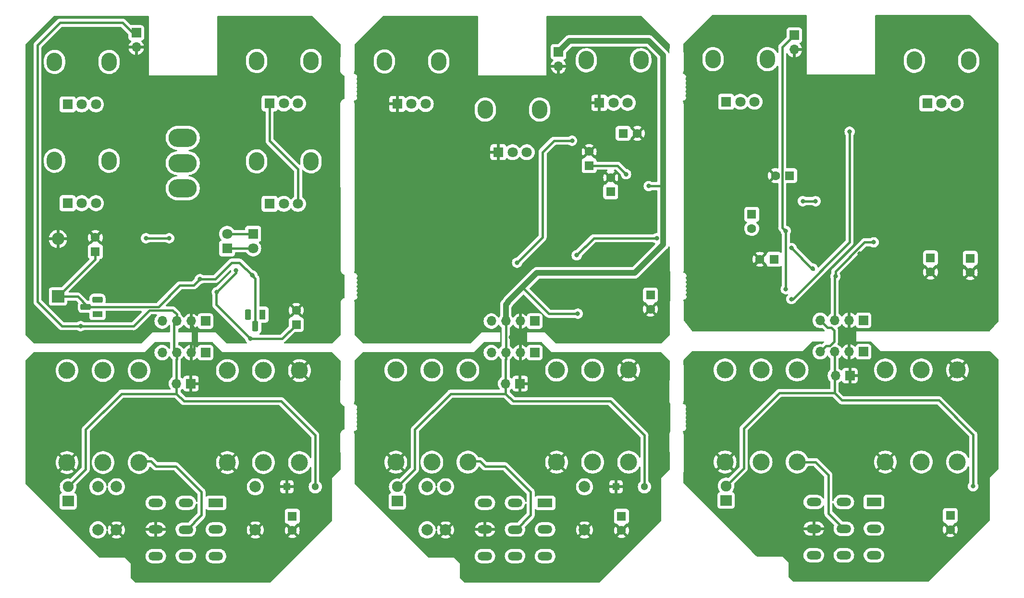
<source format=gbr>
%TF.GenerationSoftware,KiCad,Pcbnew,7.0.2-6a45011f42~172~ubuntu22.04.1*%
%TF.CreationDate,2023-05-30T10:36:55+01:00*%
%TF.ProjectId,panel-rbt-lac-gb-smd-1,70616e65-6c2d-4726-9274-2d6c61632d67,rev?*%
%TF.SameCoordinates,Original*%
%TF.FileFunction,Copper,L2,Bot*%
%TF.FilePolarity,Positive*%
%FSLAX46Y46*%
G04 Gerber Fmt 4.6, Leading zero omitted, Abs format (unit mm)*
G04 Created by KiCad (PCBNEW 7.0.2-6a45011f42~172~ubuntu22.04.1) date 2023-05-30 10:36:55*
%MOMM*%
%LPD*%
G01*
G04 APERTURE LIST*
G04 Aperture macros list*
%AMRoundRect*
0 Rectangle with rounded corners*
0 $1 Rounding radius*
0 $2 $3 $4 $5 $6 $7 $8 $9 X,Y pos of 4 corners*
0 Add a 4 corners polygon primitive as box body*
4,1,4,$2,$3,$4,$5,$6,$7,$8,$9,$2,$3,0*
0 Add four circle primitives for the rounded corners*
1,1,$1+$1,$2,$3*
1,1,$1+$1,$4,$5*
1,1,$1+$1,$6,$7*
1,1,$1+$1,$8,$9*
0 Add four rect primitives between the rounded corners*
20,1,$1+$1,$2,$3,$4,$5,0*
20,1,$1+$1,$4,$5,$6,$7,0*
20,1,$1+$1,$6,$7,$8,$9,0*
20,1,$1+$1,$8,$9,$2,$3,0*%
G04 Aperture macros list end*
%TA.AperFunction,ComponentPad*%
%ADD10R,2.600000X1.500000*%
%TD*%
%TA.AperFunction,ComponentPad*%
%ADD11O,2.600000X1.500000*%
%TD*%
%TA.AperFunction,ComponentPad*%
%ADD12C,3.000000*%
%TD*%
%TA.AperFunction,ComponentPad*%
%ADD13R,1.700000X1.700000*%
%TD*%
%TA.AperFunction,ComponentPad*%
%ADD14O,1.700000X1.700000*%
%TD*%
%TA.AperFunction,ComponentPad*%
%ADD15R,1.600000X1.600000*%
%TD*%
%TA.AperFunction,ComponentPad*%
%ADD16C,1.600000*%
%TD*%
%TA.AperFunction,ComponentPad*%
%ADD17R,2.000000X1.900000*%
%TD*%
%TA.AperFunction,ComponentPad*%
%ADD18C,1.900000*%
%TD*%
%TA.AperFunction,ComponentPad*%
%ADD19C,1.998980*%
%TD*%
%TA.AperFunction,ComponentPad*%
%ADD20R,1.300000X1.300000*%
%TD*%
%TA.AperFunction,ComponentPad*%
%ADD21C,1.300000*%
%TD*%
%TA.AperFunction,ComponentPad*%
%ADD22O,5.000000X3.200000*%
%TD*%
%TA.AperFunction,ComponentPad*%
%ADD23R,1.800000X1.800000*%
%TD*%
%TA.AperFunction,ComponentPad*%
%ADD24C,1.800000*%
%TD*%
%TA.AperFunction,ComponentPad*%
%ADD25O,2.720000X3.240000*%
%TD*%
%TA.AperFunction,ComponentPad*%
%ADD26R,1.100000X1.800000*%
%TD*%
%TA.AperFunction,ComponentPad*%
%ADD27RoundRect,0.275000X0.275000X0.625000X-0.275000X0.625000X-0.275000X-0.625000X0.275000X-0.625000X0*%
%TD*%
%TA.AperFunction,ComponentPad*%
%ADD28R,1.800000X1.100000*%
%TD*%
%TA.AperFunction,ComponentPad*%
%ADD29RoundRect,0.275000X0.625000X-0.275000X0.625000X0.275000X-0.625000X0.275000X-0.625000X-0.275000X0*%
%TD*%
%TA.AperFunction,ComponentPad*%
%ADD30R,2.200000X2.200000*%
%TD*%
%TA.AperFunction,ComponentPad*%
%ADD31O,2.200000X2.200000*%
%TD*%
%TA.AperFunction,ViaPad*%
%ADD32C,0.800000*%
%TD*%
%TA.AperFunction,Conductor*%
%ADD33C,0.400000*%
%TD*%
%TA.AperFunction,Conductor*%
%ADD34C,1.000000*%
%TD*%
G04 APERTURE END LIST*
D10*
%TO.P,SW1,1,A*%
%TO.N,Net-(SW1A-A)*%
X90590000Y-149505000D03*
D11*
%TO.P,SW1,2,A*%
X85290000Y-149505000D03*
%TO.P,SW1,3,A*%
%TO.N,I*%
X79990000Y-149505000D03*
%TO.P,SW1,4,B*%
%TO.N,Net-(SW1A-B)*%
X90590000Y-154205000D03*
%TO.P,SW1,5,B*%
%TO.N,Net-(SW1B-B)*%
X85290000Y-154230000D03*
%TO.P,SW1,6,B*%
%TO.N,GND*%
X79990000Y-154205000D03*
%TO.P,SW1,7,C*%
%TO.N,I*%
X90590000Y-158905000D03*
%TO.P,SW1,8,C*%
%TO.N,O*%
X85290000Y-158905000D03*
%TO.P,SW1,9,C*%
%TO.N,Net-(SW1C-C)*%
X79990000Y-158905000D03*
%TD*%
D12*
%TO.P,J3,R*%
%TO.N,unconnected-(J3-PadR)*%
X70700000Y-142410000D03*
%TO.P,J3,RN*%
%TO.N,unconnected-(J3-PadRN)*%
X70700000Y-126180000D03*
%TO.P,J3,S*%
%TO.N,GND*%
X64350000Y-142410000D03*
%TO.P,J3,SN*%
%TO.N,unconnected-(J3-PadSN)*%
X64350000Y-126180000D03*
%TO.P,J3,T*%
%TO.N,Net-(SW1B-B)*%
X77050000Y-142410000D03*
%TO.P,J3,TN*%
%TO.N,unconnected-(J3-PadTN)*%
X77050000Y-126180000D03*
%TD*%
D13*
%TO.P,J1,1,P1*%
%TO.N,+9V*%
X76550000Y-66680000D03*
D14*
%TO.P,J1,2,P2*%
%TO.N,GND*%
X76550000Y-69220000D03*
%TD*%
D13*
%TO.P,JOVGI1,1,P1*%
%TO.N,I*%
X88740000Y-123030000D03*
D14*
%TO.P,JOVGI1,2,P2*%
%TO.N,GND*%
X86200000Y-123030000D03*
%TO.P,JOVGI1,3,P3*%
%TO.N,+9V*%
X83660000Y-123030000D03*
%TO.P,JOVGI1,4,P4*%
%TO.N,O*%
X81120000Y-123030000D03*
%TD*%
D13*
%TO.P,JOVGI2,1,P1*%
%TO.N,I*%
X88740000Y-117480000D03*
D14*
%TO.P,JOVGI2,2,P2*%
%TO.N,GND*%
X86200000Y-117480000D03*
%TO.P,JOVGI2,3,P3*%
%TO.N,+9V*%
X83660000Y-117480000D03*
%TO.P,JOVGI2,4,P4*%
%TO.N,O*%
X81120000Y-117480000D03*
%TD*%
D15*
%TO.P,C2,1*%
%TO.N,+9V*%
X104040000Y-151880000D03*
D16*
%TO.P,C2,2*%
%TO.N,GND*%
X104040000Y-154380000D03*
%TD*%
D17*
%TO.P,D1,1,K*%
%TO.N,Net-(D1-K)*%
X64540000Y-149220000D03*
D18*
%TO.P,D1,2,A*%
%TO.N,+9V*%
X64540000Y-146680000D03*
%TD*%
D19*
%TO.P,R1,1*%
%TO.N,I*%
X97540000Y-146680000D03*
%TO.P,R1,2*%
%TO.N,GND*%
X97540000Y-154300000D03*
%TD*%
%TO.P,R2,1*%
%TO.N,Net-(D1-K)*%
X69800000Y-154280000D03*
%TO.P,R2,2*%
%TO.N,Net-(SW1C-C)*%
X69800000Y-146660000D03*
%TD*%
%TO.P,R3,1*%
%TO.N,O*%
X73050000Y-146680000D03*
%TO.P,R3,2*%
%TO.N,GND*%
X73050000Y-154300000D03*
%TD*%
D20*
%TO.P,C1,1*%
%TO.N,GND*%
X103090000Y-146680000D03*
D21*
%TO.P,C1,2*%
%TO.N,+9V*%
X108090000Y-146680000D03*
%TD*%
D13*
%TO.P,J4,1,P1*%
%TO.N,GND*%
X86180000Y-128490000D03*
D14*
%TO.P,J4,2,P2*%
%TO.N,+9V*%
X83640000Y-128490000D03*
%TD*%
D12*
%TO.P,J2,R*%
%TO.N,unconnected-(J2-PadR)*%
X98965000Y-126180000D03*
%TO.P,J2,RN*%
%TO.N,unconnected-(J2-PadRN)*%
X98965000Y-142410000D03*
%TO.P,J2,S*%
%TO.N,GND*%
X105315000Y-126180000D03*
%TO.P,J2,SN*%
%TO.N,unconnected-(J2-PadSN)*%
X105315000Y-142410000D03*
%TO.P,J2,T*%
%TO.N,Net-(SW1A-B)*%
X92615000Y-126180000D03*
%TO.P,J2,TN*%
%TO.N,GND*%
X92615000Y-142410000D03*
%TD*%
D22*
%TO.P,SW2,1,1*%
%TO.N,Net-(D4-K)*%
X84750000Y-94080000D03*
%TO.P,SW2,2,2*%
%TO.N,B*%
X84750000Y-89630000D03*
%TO.P,SW2,3,3*%
%TO.N,Net-(Q2-D)*%
X84750000Y-85180000D03*
%TD*%
D23*
%TO.P,D6,1,K*%
%TO.N,A*%
X92550000Y-104655000D03*
D24*
%TO.P,D6,2,A*%
%TO.N,B*%
X92550000Y-102115000D03*
%TD*%
D23*
%TO.P,D3,1,K*%
%TO.N,B*%
X97150000Y-102105000D03*
D24*
%TO.P,D3,2,A*%
%TO.N,A*%
X97150000Y-104645000D03*
%TD*%
D25*
%TO.P,LOW1,*%
%TO.N,*%
X97750000Y-89305000D03*
X107350000Y-89305000D03*
D23*
%TO.P,LOW1,1,1*%
%TO.N,unconnected-(LOW1-Pad1)*%
X100050000Y-96805000D03*
D24*
%TO.P,LOW1,2,2*%
%TO.N,Net-(C5-Pad2)*%
X102550000Y-96805000D03*
%TO.P,LOW1,3,3*%
%TO.N,A*%
X105050000Y-96805000D03*
%TD*%
D25*
%TO.P,TONE1,*%
%TO.N,*%
X62150000Y-71780000D03*
X71750000Y-71780000D03*
D23*
%TO.P,TONE1,1,1*%
%TO.N,Net-(U1B-+)*%
X64450000Y-79280000D03*
D24*
%TO.P,TONE1,2,2*%
%TO.N,Net-(C9-Pad2)*%
X66950000Y-79280000D03*
%TO.P,TONE1,3,3*%
%TO.N,Net-(U1B--)*%
X69450000Y-79280000D03*
%TD*%
D15*
%TO.P,C13,1*%
%TO.N,VC*%
X69350000Y-105232651D03*
D16*
%TO.P,C13,2*%
%TO.N,GND*%
X69350000Y-102732651D03*
%TD*%
D25*
%TO.P,DRIVE1,*%
%TO.N,*%
X97750000Y-71615000D03*
X107350000Y-71615000D03*
D23*
%TO.P,DRIVE1,1,1*%
%TO.N,A*%
X100050000Y-79115000D03*
D24*
%TO.P,DRIVE1,2,2*%
%TO.N,Net-(DRIVE1-Pad2)*%
X102550000Y-79115000D03*
%TO.P,DRIVE1,3,3*%
X105050000Y-79115000D03*
%TD*%
D26*
%TO.P,Q1,1,E*%
%TO.N,Net-(Q1-E)*%
X98800000Y-116330000D03*
D27*
%TO.P,Q1,2,C*%
%TO.N,VC*%
X97530000Y-118400000D03*
%TO.P,Q1,3,B*%
%TO.N,Net-(Q1-B)*%
X96260000Y-116330000D03*
%TD*%
D15*
%TO.P,C10,1*%
%TO.N,VB*%
X104750000Y-118080000D03*
D16*
%TO.P,C10,2*%
%TO.N,GND*%
X104750000Y-115580000D03*
%TD*%
D28*
%TO.P,Q4,1,E*%
%TO.N,Net-(Q4-E)*%
X69720000Y-116250000D03*
D29*
%TO.P,Q4,2,C*%
%TO.N,VC*%
X67650000Y-114980000D03*
%TO.P,Q4,3,B*%
%TO.N,Net-(Q4-B)*%
X69720000Y-113710000D03*
%TD*%
D25*
%TO.P,VOL1,*%
%TO.N,*%
X62150000Y-89205000D03*
X71750000Y-89205000D03*
D23*
%TO.P,VOL1,1,1*%
%TO.N,VB*%
X64450000Y-96705000D03*
D24*
%TO.P,VOL1,2,2*%
%TO.N,Net-(C14-Pad1)*%
X66950000Y-96705000D03*
%TO.P,VOL1,3,3*%
%TO.N,Net-(R17-Pad2)*%
X69450000Y-96705000D03*
%TD*%
D30*
%TO.P,D7,1,K*%
%TO.N,VC*%
X62750000Y-113160000D03*
D31*
%TO.P,D7,2,A*%
%TO.N,GND*%
X62750000Y-103000000D03*
%TD*%
D10*
%TO.P,SW1,1,A*%
%TO.N,Net-(SW1A-A)*%
X148590000Y-149505000D03*
D11*
%TO.P,SW1,2,A*%
X143290000Y-149505000D03*
%TO.P,SW1,3,A*%
%TO.N,I*%
X137990000Y-149505000D03*
%TO.P,SW1,4,B*%
%TO.N,Net-(SW1A-B)*%
X148590000Y-154205000D03*
%TO.P,SW1,5,B*%
%TO.N,Net-(SW1B-B)*%
X143290000Y-154230000D03*
%TO.P,SW1,6,B*%
%TO.N,GND*%
X137990000Y-154205000D03*
%TO.P,SW1,7,C*%
%TO.N,I*%
X148590000Y-158905000D03*
%TO.P,SW1,8,C*%
%TO.N,O*%
X143290000Y-158905000D03*
%TO.P,SW1,9,C*%
%TO.N,Net-(SW1C-C)*%
X137990000Y-158905000D03*
%TD*%
D12*
%TO.P,J3,R*%
%TO.N,unconnected-(J3-PadR)*%
X128635000Y-142345000D03*
%TO.P,J3,RN*%
%TO.N,unconnected-(J3-PadRN)*%
X128635000Y-126115000D03*
%TO.P,J3,S*%
%TO.N,GND*%
X122285000Y-142345000D03*
%TO.P,J3,SN*%
%TO.N,unconnected-(J3-PadSN)*%
X122285000Y-126115000D03*
%TO.P,J3,T*%
%TO.N,Net-(SW1B-B)*%
X134985000Y-142345000D03*
%TO.P,J3,TN*%
%TO.N,unconnected-(J3-PadTN)*%
X134985000Y-126115000D03*
%TD*%
D13*
%TO.P,J1,1,P1*%
%TO.N,+9V*%
X150950000Y-70005000D03*
D14*
%TO.P,J1,2,P2*%
%TO.N,GND*%
X150950000Y-72545000D03*
%TD*%
D13*
%TO.P,JOVGI1,1,P1*%
%TO.N,I*%
X146740000Y-123030000D03*
D14*
%TO.P,JOVGI1,2,P2*%
%TO.N,GND*%
X144200000Y-123030000D03*
%TO.P,JOVGI1,3,P3*%
%TO.N,+9V*%
X141660000Y-123030000D03*
%TO.P,JOVGI1,4,P4*%
%TO.N,O*%
X139120000Y-123030000D03*
%TD*%
D13*
%TO.P,JOVGI2,1,P1*%
%TO.N,I*%
X146740000Y-117480000D03*
D14*
%TO.P,JOVGI2,2,P2*%
%TO.N,GND*%
X144200000Y-117480000D03*
%TO.P,JOVGI2,3,P3*%
%TO.N,+9V*%
X141660000Y-117480000D03*
%TO.P,JOVGI2,4,P4*%
%TO.N,O*%
X139120000Y-117480000D03*
%TD*%
D15*
%TO.P,C2,1*%
%TO.N,+9V*%
X162040000Y-151880000D03*
D16*
%TO.P,C2,2*%
%TO.N,GND*%
X162040000Y-154380000D03*
%TD*%
D17*
%TO.P,D1,1,K*%
%TO.N,Net-(D1-K)*%
X122540000Y-149220000D03*
D18*
%TO.P,D1,2,A*%
%TO.N,+9V*%
X122540000Y-146680000D03*
%TD*%
D19*
%TO.P,R1,1*%
%TO.N,I*%
X155540000Y-146680000D03*
%TO.P,R1,2*%
%TO.N,GND*%
X155540000Y-154300000D03*
%TD*%
%TO.P,R2,1*%
%TO.N,Net-(D1-K)*%
X127800000Y-154280000D03*
%TO.P,R2,2*%
%TO.N,Net-(SW1C-C)*%
X127800000Y-146660000D03*
%TD*%
%TO.P,R3,1*%
%TO.N,O*%
X131050000Y-146680000D03*
%TO.P,R3,2*%
%TO.N,GND*%
X131050000Y-154300000D03*
%TD*%
D20*
%TO.P,C1,1*%
%TO.N,GND*%
X161090000Y-146680000D03*
D21*
%TO.P,C1,2*%
%TO.N,+9V*%
X166090000Y-146680000D03*
%TD*%
D13*
%TO.P,J4,1,P1*%
%TO.N,GND*%
X144180000Y-128490000D03*
D14*
%TO.P,J4,2,P2*%
%TO.N,+9V*%
X141640000Y-128490000D03*
%TD*%
D12*
%TO.P,J2,R*%
%TO.N,unconnected-(J2-PadR)*%
X156965000Y-126115000D03*
%TO.P,J2,RN*%
%TO.N,unconnected-(J2-PadRN)*%
X156965000Y-142345000D03*
%TO.P,J2,S*%
%TO.N,GND*%
X163315000Y-126115000D03*
%TO.P,J2,SN*%
%TO.N,unconnected-(J2-PadSN)*%
X163315000Y-142345000D03*
%TO.P,J2,T*%
%TO.N,Net-(SW1A-B)*%
X150615000Y-126115000D03*
%TO.P,J2,TN*%
%TO.N,GND*%
X150615000Y-142345000D03*
%TD*%
D25*
%TO.P,RV2,*%
%TO.N,*%
X138050000Y-80205000D03*
X147650000Y-80205000D03*
D23*
%TO.P,RV2,1,1*%
%TO.N,GND*%
X140350000Y-87705000D03*
D24*
%TO.P,RV2,2,2*%
%TO.N,Net-(R18-Pad2)*%
X142850000Y-87705000D03*
%TO.P,RV2,3,3*%
%TO.N,Net-(C25-Pad2)*%
X145350000Y-87705000D03*
%TD*%
D15*
%TO.P,C10,1*%
%TO.N,+5V*%
X162344888Y-84380000D03*
D16*
%TO.P,C10,2*%
%TO.N,GND*%
X164844888Y-84380000D03*
%TD*%
D25*
%TO.P,RV1,*%
%TO.N,*%
X120250000Y-71705000D03*
X129850000Y-71705000D03*
D23*
%TO.P,RV1,1,1*%
%TO.N,GND*%
X122550000Y-79205000D03*
D24*
%TO.P,RV1,2,2*%
%TO.N,Net-(R15-Pad2)*%
X125050000Y-79205000D03*
%TO.P,RV1,3,3*%
X127550000Y-79205000D03*
%TD*%
D15*
%TO.P,C13,1*%
%TO.N,Net-(U3-REF)*%
X160150000Y-94680000D03*
D16*
%TO.P,C13,2*%
%TO.N,GND*%
X160150000Y-92180000D03*
%TD*%
D15*
%TO.P,C3,1*%
%TO.N,VD*%
X167150000Y-112874888D03*
D16*
%TO.P,C3,2*%
%TO.N,GND*%
X167150000Y-115374888D03*
%TD*%
D15*
%TO.P,C12,1*%
%TO.N,+5V*%
X156350000Y-90080000D03*
D16*
%TO.P,C12,2*%
%TO.N,GND*%
X156350000Y-87580000D03*
%TD*%
D25*
%TO.P,RV3,*%
%TO.N,*%
X155850000Y-71505000D03*
X165450000Y-71505000D03*
D23*
%TO.P,RV3,1,1*%
%TO.N,GND*%
X158150000Y-79005000D03*
D24*
%TO.P,RV3,2,2*%
%TO.N,Net-(C26-Pad1)*%
X160650000Y-79005000D03*
%TO.P,RV3,3,3*%
%TO.N,Net-(C25-Pad2)*%
X163150000Y-79005000D03*
%TD*%
D10*
%TO.P,SW1,1,A*%
%TO.N,Net-(SW1A-A)*%
X206530000Y-149365000D03*
D11*
%TO.P,SW1,2,A*%
X201230000Y-149365000D03*
%TO.P,SW1,3,A*%
%TO.N,I*%
X195930000Y-149365000D03*
%TO.P,SW1,4,B*%
%TO.N,Net-(SW1A-B)*%
X206530000Y-154065000D03*
%TO.P,SW1,5,B*%
%TO.N,Net-(SW1B-B)*%
X201230000Y-154090000D03*
%TO.P,SW1,6,B*%
%TO.N,GND*%
X195930000Y-154065000D03*
%TO.P,SW1,7,C*%
%TO.N,I*%
X206530000Y-158765000D03*
%TO.P,SW1,8,C*%
%TO.N,O*%
X201230000Y-158765000D03*
%TO.P,SW1,9,C*%
%TO.N,Net-(SW1C-C)*%
X195930000Y-158765000D03*
%TD*%
D13*
%TO.P,J3,1,P1*%
%TO.N,GND*%
X202280000Y-127090000D03*
D14*
%TO.P,J3,2,P2*%
%TO.N,+9V*%
X199740000Y-127090000D03*
%TD*%
D12*
%TO.P,J1,R*%
%TO.N,unconnected-(J1-PadR)*%
X214890000Y-126090000D03*
%TO.P,J1,RN*%
%TO.N,unconnected-(J1-PadRN)*%
X214890000Y-142320000D03*
%TO.P,J1,S*%
%TO.N,GND*%
X221240000Y-126090000D03*
%TO.P,J1,SN*%
%TO.N,unconnected-(J1-PadSN)*%
X221240000Y-142320000D03*
%TO.P,J1,T*%
%TO.N,Net-(SW1A-B)*%
X208540000Y-126090000D03*
%TO.P,J1,TN*%
%TO.N,GND*%
X208540000Y-142320000D03*
%TD*%
D13*
%TO.P,JOVGI1,1,P1*%
%TO.N,I*%
X204680000Y-122890000D03*
D14*
%TO.P,JOVGI1,2,P2*%
%TO.N,GND*%
X202140000Y-122890000D03*
%TO.P,JOVGI1,3,P3*%
%TO.N,+9V*%
X199600000Y-122890000D03*
%TO.P,JOVGI1,4,P4*%
%TO.N,O*%
X197060000Y-122890000D03*
%TD*%
D13*
%TO.P,JOVGI2,1,P1*%
%TO.N,I*%
X204680000Y-117340000D03*
D14*
%TO.P,JOVGI2,2,P2*%
%TO.N,GND*%
X202140000Y-117340000D03*
%TO.P,JOVGI2,3,P3*%
%TO.N,+9V*%
X199600000Y-117340000D03*
%TO.P,JOVGI2,4,P4*%
%TO.N,O*%
X197060000Y-117340000D03*
%TD*%
D15*
%TO.P,C19,1*%
%TO.N,+9V*%
X219980000Y-151740000D03*
D16*
%TO.P,C19,2*%
%TO.N,GND*%
X219980000Y-154240000D03*
%TD*%
D17*
%TO.P,D1,1,K*%
%TO.N,Net-(D1-K)*%
X180480000Y-149080000D03*
D18*
%TO.P,D1,2,A*%
%TO.N,+9V*%
X180480000Y-146540000D03*
%TD*%
D12*
%TO.P,J4,R*%
%TO.N,unconnected-(J4-PadR)*%
X186640000Y-142320000D03*
%TO.P,J4,RN*%
%TO.N,unconnected-(J4-PadRN)*%
X186640000Y-126090000D03*
%TO.P,J4,S*%
%TO.N,GND*%
X180290000Y-142320000D03*
%TO.P,J4,SN*%
%TO.N,unconnected-(J4-PadSN)*%
X180290000Y-126090000D03*
%TO.P,J4,T*%
%TO.N,Net-(SW1B-B)*%
X192990000Y-142320000D03*
%TO.P,J4,TN*%
%TO.N,unconnected-(J4-PadTN)*%
X192990000Y-126090000D03*
%TD*%
D13*
%TO.P,J2,1,P1*%
%TO.N,+9V*%
X192490000Y-67090000D03*
D14*
%TO.P,J2,2,P2*%
%TO.N,GND*%
X192490000Y-69630000D03*
%TD*%
D25*
%TO.P,RV2,*%
%TO.N,*%
X178190000Y-71315000D03*
X187790000Y-71315000D03*
D23*
%TO.P,RV2,1,1*%
%TO.N,Net-(C4-Pad1)*%
X180490000Y-78815000D03*
D24*
%TO.P,RV2,2,2*%
%TO.N,Net-(R5-Pad2)*%
X182990000Y-78815000D03*
%TO.P,RV2,3,3*%
%TO.N,unconnected-(RV2-Pad3)*%
X185490000Y-78815000D03*
%TD*%
D15*
%TO.P,C8,1*%
%TO.N,Net-(C8-Pad1)*%
X216490000Y-106340000D03*
D16*
%TO.P,C8,2*%
%TO.N,GND*%
X216490000Y-108840000D03*
%TD*%
D15*
%TO.P,C3,1*%
%TO.N,+5V*%
X191672380Y-91840000D03*
D16*
%TO.P,C3,2*%
%TO.N,GND*%
X189172380Y-91840000D03*
%TD*%
D25*
%TO.P,RV1,*%
%TO.N,*%
X213640000Y-71590000D03*
X223240000Y-71590000D03*
D23*
%TO.P,RV1,1,1*%
%TO.N,unconnected-(RV1-Pad1)*%
X215940000Y-79090000D03*
D24*
%TO.P,RV1,2,2*%
%TO.N,Net-(C5-Pad1)*%
X218440000Y-79090000D03*
%TO.P,RV1,3,3*%
%TO.N,Net-(R14-Pad1)*%
X220940000Y-79090000D03*
%TD*%
D15*
%TO.P,C5,1*%
%TO.N,Net-(C5-Pad1)*%
X184990000Y-98657621D03*
D16*
%TO.P,C5,2*%
%TO.N,Net-(C4-Pad1)*%
X184990000Y-101157621D03*
%TD*%
D15*
%TO.P,C6,1*%
%TO.N,Net-(Q2-B)*%
X223490000Y-106407621D03*
D16*
%TO.P,C6,2*%
%TO.N,GND*%
X223490000Y-108907621D03*
%TD*%
D15*
%TO.P,C4,1*%
%TO.N,Net-(C4-Pad1)*%
X188922380Y-106590000D03*
D16*
%TO.P,C4,2*%
%TO.N,GND*%
X186422380Y-106590000D03*
%TD*%
D32*
%TO.N,GND*%
X76950000Y-105980000D03*
X82250000Y-97980000D03*
X86550000Y-113180000D03*
X87150000Y-115680000D03*
X91650000Y-119480000D03*
%TO.N,+9V*%
X66750000Y-118380000D03*
%TO.N,VB*%
X90750000Y-112380000D03*
X94150000Y-108580000D03*
X96650000Y-120580000D03*
%TO.N,VC*%
X87750000Y-110080000D03*
X97000000Y-109430000D03*
%TO.N,Net-(U1B--)*%
X82350000Y-102880000D03*
X78250000Y-102880000D03*
%TO.N,GND*%
X144850000Y-113680000D03*
X135150000Y-120880000D03*
X165650000Y-116580000D03*
X143750000Y-120280000D03*
X150750000Y-120780000D03*
X157450000Y-95780000D03*
X156306000Y-111845000D03*
X142550000Y-120280000D03*
X141650000Y-111580000D03*
X143150000Y-120280000D03*
%TO.N,+9V*%
X154350000Y-116180000D03*
X168950000Y-104380000D03*
X166850000Y-93680000D03*
%TO.N,+5V*%
X162850000Y-91580000D03*
%TO.N,Net-(C24-Pad2)*%
X153350000Y-85680000D03*
X143650000Y-107180000D03*
%TO.N,Net-(C26-Pad2)*%
X168250000Y-102880000D03*
X154150000Y-105880000D03*
%TO.N,GND*%
X198740000Y-104340000D03*
X199990000Y-99090000D03*
X210740000Y-100340000D03*
X203990000Y-105590000D03*
%TO.N,+9V*%
X199740000Y-109590000D03*
X190990000Y-101590000D03*
X190990000Y-111840000D03*
X206490000Y-103590000D03*
X223990000Y-146590000D03*
%TO.N,Net-(C2-Pad2)*%
X191990000Y-104590000D03*
X195740000Y-108225000D03*
%TO.N,+5V*%
X196240000Y-96340000D03*
X193990000Y-96340000D03*
%TO.N,Net-(C17-Pad1)*%
X202240000Y-84090000D03*
X191990000Y-113590000D03*
%TD*%
D33*
%TO.N,GND*%
X86200000Y-117480000D02*
X86200000Y-118120000D01*
X86790000Y-118710000D02*
X86790000Y-122440000D01*
X86790000Y-122440000D02*
X86200000Y-123030000D01*
X86200000Y-118120000D02*
X86790000Y-118710000D01*
%TO.N,+9V*%
X76550000Y-66680000D02*
X75950000Y-66680000D01*
X67640000Y-143580000D02*
X64540000Y-146680000D01*
X83230000Y-122600000D02*
X83660000Y-123030000D01*
X83690000Y-117450000D02*
X83660000Y-117480000D01*
X82950000Y-115580000D02*
X83660000Y-116290000D01*
X83640000Y-130280000D02*
X84940000Y-131580000D01*
X73940000Y-130280000D02*
X67640000Y-136580000D01*
X83230000Y-117910000D02*
X83230000Y-122600000D01*
X76050000Y-118380000D02*
X78850000Y-115580000D01*
X83660000Y-123030000D02*
X83660000Y-124232081D01*
X83640000Y-124252081D02*
X83640000Y-129780000D01*
X102040000Y-131580000D02*
X108090000Y-137630000D01*
X83640000Y-129780000D02*
X83640000Y-130280000D01*
X67640000Y-136580000D02*
X67640000Y-143580000D01*
X74150000Y-64880000D02*
X63150000Y-64880000D01*
X66750000Y-118380000D02*
X76050000Y-118380000D01*
X63450000Y-118380000D02*
X66750000Y-118380000D01*
X83640000Y-128490000D02*
X83640000Y-129780000D01*
X78850000Y-115580000D02*
X82950000Y-115580000D01*
X63150000Y-64880000D02*
X59150000Y-68880000D01*
X84940000Y-131580000D02*
X102040000Y-131580000D01*
X83660000Y-124232081D02*
X83640000Y-124252081D01*
X108090000Y-137630000D02*
X108090000Y-146680000D01*
X83660000Y-117480000D02*
X83230000Y-117910000D01*
X59150000Y-68880000D02*
X59150000Y-114080000D01*
X75950000Y-66680000D02*
X74150000Y-64880000D01*
X59150000Y-114080000D02*
X63450000Y-118380000D01*
X83640000Y-130280000D02*
X73940000Y-130280000D01*
X83660000Y-116290000D02*
X83660000Y-117480000D01*
%TO.N,Net-(SW1B-B)*%
X85490000Y-154230000D02*
X85290000Y-154230000D01*
X88040000Y-151680000D02*
X85490000Y-154230000D01*
X83540000Y-143080000D02*
X88040000Y-147580000D01*
X88040000Y-147580000D02*
X88040000Y-151680000D01*
X80031320Y-143080000D02*
X83540000Y-143080000D01*
X76990000Y-142160000D02*
X79111320Y-142160000D01*
X79111320Y-142160000D02*
X80031320Y-143080000D01*
%TO.N,A*%
X97150000Y-104645000D02*
X92560000Y-104645000D01*
X105050000Y-90680000D02*
X100050000Y-85680000D01*
X100050000Y-85680000D02*
X100050000Y-79115000D01*
X92560000Y-104645000D02*
X92550000Y-104655000D01*
X105050000Y-96805000D02*
X105050000Y-90680000D01*
%TO.N,B*%
X92550000Y-102115000D02*
X97140000Y-102115000D01*
X97140000Y-102115000D02*
X97150000Y-102105000D01*
%TO.N,VB*%
X94150000Y-108580000D02*
X94150000Y-108980000D01*
X90650000Y-112480000D02*
X90750000Y-112380000D01*
X90650000Y-114580000D02*
X90650000Y-112480000D01*
X94150000Y-108980000D02*
X90750000Y-112380000D01*
X96650000Y-120580000D02*
X90650000Y-114580000D01*
X102250000Y-120580000D02*
X104750000Y-118080000D01*
X96650000Y-120580000D02*
X102250000Y-120580000D01*
%TO.N,VC*%
X69350000Y-106560000D02*
X62750000Y-113160000D01*
X94750000Y-107180000D02*
X97000000Y-109430000D01*
X87750000Y-110080000D02*
X90450000Y-110080000D01*
X87750000Y-110080000D02*
X86650000Y-111180000D01*
X97000000Y-109430000D02*
X97530000Y-109960000D01*
X97530000Y-109960000D02*
X97530000Y-118000000D01*
X84250000Y-111180000D02*
X80450000Y-114980000D01*
X69350000Y-105232651D02*
X69350000Y-106560000D01*
X80450000Y-114980000D02*
X68050000Y-114980000D01*
X93350000Y-107180000D02*
X94750000Y-107180000D01*
X86650000Y-111180000D02*
X84250000Y-111180000D01*
X90450000Y-110080000D02*
X93350000Y-107180000D01*
X66230000Y-113160000D02*
X68050000Y-114980000D01*
X62750000Y-113160000D02*
X66230000Y-113160000D01*
%TO.N,Net-(U1B--)*%
X78250000Y-102880000D02*
X82350000Y-102880000D01*
%TO.N,+9V*%
X154350000Y-116180000D02*
X149250000Y-116180000D01*
X125640000Y-143580000D02*
X122540000Y-146680000D01*
D34*
X144600000Y-111530000D02*
X142050000Y-114080000D01*
D33*
X166850000Y-93680000D02*
X169350000Y-93680000D01*
X141640000Y-130280000D02*
X142940000Y-131580000D01*
X131940000Y-130280000D02*
X125640000Y-136580000D01*
X141660000Y-123030000D02*
X141660000Y-124232081D01*
D34*
X164350000Y-108980000D02*
X147150000Y-108980000D01*
X150950000Y-70005000D02*
X152875000Y-68080000D01*
D33*
X141640000Y-124252081D02*
X141640000Y-129780000D01*
X160040000Y-131580000D02*
X166090000Y-137630000D01*
D34*
X166850000Y-68080000D02*
X169350000Y-70580000D01*
D33*
X141640000Y-129780000D02*
X141640000Y-130280000D01*
X125640000Y-136580000D02*
X125640000Y-143580000D01*
X141660000Y-123030000D02*
X141660000Y-117480000D01*
D34*
X169350000Y-70580000D02*
X169350000Y-93680000D01*
X147150000Y-108980000D02*
X144600000Y-111530000D01*
X169350000Y-93680000D02*
X169350000Y-103980000D01*
D33*
X141640000Y-128490000D02*
X141640000Y-129780000D01*
X142940000Y-131580000D02*
X160040000Y-131580000D01*
X141660000Y-124232081D02*
X141640000Y-124252081D01*
X166090000Y-137630000D02*
X166090000Y-146680000D01*
D34*
X142050000Y-114080000D02*
X142050000Y-114180000D01*
X141660000Y-114570000D02*
X141660000Y-117480000D01*
D33*
X149250000Y-116180000D02*
X144600000Y-111530000D01*
D34*
X152875000Y-68080000D02*
X166850000Y-68080000D01*
X142050000Y-114180000D02*
X141660000Y-114570000D01*
D33*
X141640000Y-130280000D02*
X131940000Y-130280000D01*
D34*
X169350000Y-103980000D02*
X164350000Y-108980000D01*
D33*
%TO.N,+5V*%
X161350000Y-90080000D02*
X156350000Y-90080000D01*
X162850000Y-91580000D02*
X161350000Y-90080000D01*
%TO.N,Net-(C24-Pad2)*%
X148150000Y-87680000D02*
X150150000Y-85680000D01*
X148150000Y-102680000D02*
X148150000Y-87680000D01*
X143650000Y-107180000D02*
X148150000Y-102680000D01*
X150150000Y-85680000D02*
X153350000Y-85680000D01*
%TO.N,Net-(C26-Pad2)*%
X168250000Y-102880000D02*
X157150000Y-102880000D01*
X157150000Y-102880000D02*
X154150000Y-105880000D01*
%TO.N,Net-(SW1B-B)*%
X143490000Y-154230000D02*
X143290000Y-154230000D01*
X146040000Y-151680000D02*
X143490000Y-154230000D01*
X141540000Y-143080000D02*
X146040000Y-147580000D01*
X146040000Y-147580000D02*
X146040000Y-151680000D01*
X138031320Y-143080000D02*
X141540000Y-143080000D01*
X134990000Y-142160000D02*
X137111320Y-142160000D01*
X137111320Y-142160000D02*
X138031320Y-143080000D01*
%TO.N,+9V*%
X199740000Y-108708629D02*
X204858629Y-103590000D01*
X183580000Y-143440000D02*
X180480000Y-146540000D01*
X199600000Y-109730000D02*
X199740000Y-109590000D01*
X204858629Y-103590000D02*
X206490000Y-103590000D01*
X199580000Y-130140000D02*
X200880000Y-131440000D01*
X189880000Y-130140000D02*
X183580000Y-136440000D01*
X199600000Y-122890000D02*
X199600000Y-124092081D01*
X199580000Y-124112081D02*
X199580000Y-130140000D01*
X217980000Y-131440000D02*
X224030000Y-137490000D01*
X199740000Y-109590000D02*
X199740000Y-108708629D01*
X183580000Y-136440000D02*
X183580000Y-143440000D01*
X200880000Y-131440000D02*
X217980000Y-131440000D01*
X190372380Y-100972380D02*
X190990000Y-101590000D01*
X199600000Y-124092081D02*
X199580000Y-124112081D01*
X190372380Y-69207620D02*
X190372380Y-100972380D01*
X224030000Y-137490000D02*
X224030000Y-146540000D01*
X190990000Y-111840000D02*
X190990000Y-101590000D01*
X192490000Y-67090000D02*
X190372380Y-69207620D01*
X199580000Y-130140000D02*
X189880000Y-130140000D01*
X199600000Y-117340000D02*
X199600000Y-109730000D01*
%TO.N,Net-(C2-Pad2)*%
X195740000Y-108340000D02*
X195855000Y-108340000D01*
X195855000Y-108340000D02*
X195740000Y-108225000D01*
X191990000Y-104590000D02*
X195740000Y-108340000D01*
%TO.N,O*%
X198310000Y-118590000D02*
X197060000Y-117340000D01*
X198110000Y-121840000D02*
X197060000Y-122890000D01*
X198990000Y-118590000D02*
X199490000Y-119090000D01*
X198740000Y-121840000D02*
X198110000Y-121840000D01*
X199490000Y-121090000D02*
X198740000Y-121840000D01*
X199490000Y-119090000D02*
X199490000Y-121090000D01*
X198990000Y-118590000D02*
X198310000Y-118590000D01*
%TO.N,+5V*%
X196240000Y-96340000D02*
X193990000Y-96340000D01*
%TO.N,Net-(C17-Pad1)*%
X202240000Y-103590000D02*
X192240000Y-113590000D01*
X202240000Y-84090000D02*
X202240000Y-103590000D01*
X192240000Y-113590000D02*
X191990000Y-113590000D01*
%TO.N,Net-(SW1B-B)*%
X196220000Y-142320000D02*
X192990000Y-142320000D01*
X198490000Y-151350000D02*
X198490000Y-144590000D01*
X201230000Y-154090000D02*
X198490000Y-151350000D01*
X198490000Y-144590000D02*
X196220000Y-142320000D01*
%TD*%
%TA.AperFunction,Conductor*%
%TO.N,GND*%
G36*
X78731621Y-63700502D02*
G01*
X78778114Y-63754158D01*
X78789500Y-63806500D01*
X78789500Y-74155072D01*
X78789415Y-74155500D01*
X78789458Y-74179999D01*
X78789500Y-74180099D01*
X78789616Y-74180382D01*
X78789617Y-74180383D01*
X78790000Y-74180541D01*
X78790002Y-74180539D01*
X78815014Y-74180524D01*
X78815014Y-74180528D01*
X78815158Y-74180500D01*
X90764842Y-74180500D01*
X90764985Y-74180528D01*
X90764986Y-74180524D01*
X90789997Y-74180539D01*
X90790000Y-74180541D01*
X90790383Y-74180383D01*
X90790384Y-74180379D01*
X90790386Y-74180378D01*
X90796996Y-74164788D01*
X90790521Y-74144178D01*
X90790499Y-74141810D01*
X90790499Y-71943288D01*
X95881500Y-71943288D01*
X95881666Y-71945558D01*
X95881667Y-71945581D01*
X95896466Y-72147781D01*
X95955938Y-72414756D01*
X96053644Y-72670219D01*
X96187507Y-72908738D01*
X96354670Y-73125219D01*
X96551571Y-73315057D01*
X96551574Y-73315059D01*
X96774019Y-73474205D01*
X97017266Y-73599267D01*
X97276130Y-73687579D01*
X97545093Y-73737259D01*
X97818424Y-73747248D01*
X97818424Y-73747247D01*
X97818425Y-73747248D01*
X97886392Y-73739769D01*
X98090296Y-73717334D01*
X98354916Y-73648153D01*
X98606643Y-73541181D01*
X98840112Y-73398697D01*
X99050347Y-73223738D01*
X99232867Y-73020033D01*
X99383783Y-72791923D01*
X99499877Y-72544271D01*
X99578676Y-72282355D01*
X99598482Y-72147781D01*
X99618500Y-72011758D01*
X99618500Y-71943288D01*
X105481500Y-71943288D01*
X105481666Y-71945558D01*
X105481667Y-71945581D01*
X105496466Y-72147781D01*
X105555938Y-72414756D01*
X105653644Y-72670219D01*
X105787507Y-72908738D01*
X105954670Y-73125219D01*
X106151571Y-73315057D01*
X106151574Y-73315059D01*
X106374019Y-73474205D01*
X106617266Y-73599267D01*
X106876130Y-73687579D01*
X107145093Y-73737259D01*
X107418424Y-73747248D01*
X107418424Y-73747247D01*
X107418425Y-73747248D01*
X107486392Y-73739769D01*
X107690296Y-73717334D01*
X107954916Y-73648153D01*
X108206643Y-73541181D01*
X108440112Y-73398697D01*
X108650347Y-73223738D01*
X108832867Y-73020033D01*
X108983783Y-72791923D01*
X109099877Y-72544271D01*
X109178676Y-72282355D01*
X109198482Y-72147781D01*
X109218500Y-72011758D01*
X109218500Y-71289012D01*
X109218500Y-71286712D01*
X109203533Y-71082217D01*
X109144063Y-70815247D01*
X109062917Y-70603083D01*
X109046355Y-70559780D01*
X108912492Y-70321261D01*
X108745329Y-70104780D01*
X108548428Y-69914942D01*
X108496945Y-69878109D01*
X108325981Y-69755795D01*
X108082734Y-69630733D01*
X108082733Y-69630732D01*
X108082730Y-69630731D01*
X107823871Y-69542421D01*
X107554908Y-69492741D01*
X107281574Y-69482751D01*
X107009706Y-69512665D01*
X106745084Y-69581847D01*
X106493358Y-69688818D01*
X106259884Y-69831305D01*
X106049652Y-70006262D01*
X105867136Y-70209962D01*
X105716213Y-70438083D01*
X105600125Y-70685722D01*
X105521322Y-70947649D01*
X105497040Y-71112649D01*
X105481500Y-71218243D01*
X105481500Y-71943288D01*
X99618500Y-71943288D01*
X99618500Y-71289012D01*
X99618500Y-71286712D01*
X99603533Y-71082217D01*
X99544063Y-70815247D01*
X99462917Y-70603083D01*
X99446355Y-70559780D01*
X99312492Y-70321261D01*
X99145329Y-70104780D01*
X98948428Y-69914942D01*
X98896945Y-69878109D01*
X98725981Y-69755795D01*
X98482734Y-69630733D01*
X98482733Y-69630732D01*
X98482730Y-69630731D01*
X98223871Y-69542421D01*
X97954908Y-69492741D01*
X97681574Y-69482751D01*
X97409706Y-69512665D01*
X97145084Y-69581847D01*
X96893358Y-69688818D01*
X96659884Y-69831305D01*
X96449652Y-70006262D01*
X96267136Y-70209962D01*
X96116213Y-70438083D01*
X96000125Y-70685722D01*
X95921322Y-70947649D01*
X95897040Y-71112649D01*
X95881500Y-71218243D01*
X95881500Y-71943288D01*
X90790499Y-71943288D01*
X90790500Y-63806500D01*
X90810502Y-63738379D01*
X90864158Y-63691886D01*
X90916500Y-63680500D01*
X107487602Y-63680500D01*
X107555723Y-63700502D01*
X107576697Y-63717405D01*
X112502135Y-68642842D01*
X112536161Y-68705154D01*
X112539035Y-68733040D01*
X112500099Y-73181835D01*
X112494958Y-73198793D01*
X112498893Y-73238745D01*
X112499500Y-73251096D01*
X112499500Y-73337535D01*
X112510306Y-73398821D01*
X112508927Y-73411177D01*
X112515227Y-73431944D01*
X112518737Y-73446638D01*
X112529899Y-73509939D01*
X112557542Y-73585886D01*
X112558410Y-73599547D01*
X112567055Y-73615721D01*
X112574334Y-73632022D01*
X112589775Y-73674447D01*
X112637690Y-73757437D01*
X112641324Y-73772417D01*
X112651686Y-73785044D01*
X112663404Y-73801974D01*
X112680075Y-73830847D01*
X112689474Y-73844749D01*
X112691596Y-73848719D01*
X112710820Y-73865994D01*
X112747789Y-73910052D01*
X112754644Y-73925716D01*
X112765783Y-73934858D01*
X112782369Y-73951264D01*
X112789836Y-73960163D01*
X112798736Y-73967631D01*
X112815143Y-73984218D01*
X112819646Y-73989704D01*
X112839948Y-74002211D01*
X112884012Y-74039184D01*
X112894326Y-74054687D01*
X112905254Y-74060528D01*
X112919152Y-74069925D01*
X112948023Y-74086594D01*
X112964954Y-74098313D01*
X112972436Y-74104453D01*
X112992561Y-74112308D01*
X113075556Y-74160225D01*
X113117983Y-74175667D01*
X113134272Y-74182942D01*
X113145180Y-74188772D01*
X113164098Y-74192452D01*
X113207093Y-74208101D01*
X113264264Y-74250195D01*
X113289602Y-74316517D01*
X113289998Y-74326502D01*
X113289999Y-78173497D01*
X113269997Y-78241618D01*
X113216341Y-78288111D01*
X113207093Y-78291898D01*
X113164111Y-78307542D01*
X113150449Y-78308410D01*
X113134270Y-78317058D01*
X113117972Y-78324336D01*
X113075550Y-78339776D01*
X112992561Y-78387691D01*
X112977578Y-78391325D01*
X112964949Y-78401690D01*
X112948019Y-78413408D01*
X112919157Y-78430072D01*
X112905252Y-78439472D01*
X112901283Y-78441593D01*
X112884005Y-78460819D01*
X112839946Y-78497789D01*
X112824279Y-78504645D01*
X112815134Y-78515789D01*
X112798732Y-78532372D01*
X112789835Y-78539837D01*
X112782372Y-78548732D01*
X112765786Y-78565138D01*
X112760295Y-78569644D01*
X112747787Y-78589949D01*
X112710814Y-78634012D01*
X112695309Y-78644327D01*
X112689467Y-78655258D01*
X112680076Y-78669149D01*
X112663410Y-78698016D01*
X112651691Y-78714947D01*
X112645549Y-78722430D01*
X112637692Y-78742560D01*
X112589775Y-78825556D01*
X112574338Y-78867968D01*
X112567060Y-78884267D01*
X112561227Y-78895179D01*
X112557548Y-78914096D01*
X112529898Y-78990063D01*
X112518739Y-79053352D01*
X112515228Y-79068046D01*
X112510531Y-79083530D01*
X112510318Y-79101112D01*
X112499500Y-79162467D01*
X112499500Y-79248876D01*
X112498893Y-79261226D01*
X112495571Y-79294949D01*
X112499618Y-79318702D01*
X112549383Y-108290544D01*
X112544731Y-108306486D01*
X112548893Y-108348738D01*
X112549500Y-108361088D01*
X112549500Y-108447535D01*
X112557867Y-108494986D01*
X112560303Y-108508801D01*
X112558924Y-108521164D01*
X112565226Y-108541939D01*
X112568736Y-108556626D01*
X112573783Y-108585249D01*
X112579901Y-108619943D01*
X112607542Y-108695886D01*
X112608410Y-108709547D01*
X112617055Y-108725721D01*
X112624334Y-108742022D01*
X112639775Y-108784447D01*
X112687690Y-108867437D01*
X112691324Y-108882417D01*
X112701686Y-108895044D01*
X112713404Y-108911974D01*
X112730075Y-108940847D01*
X112739474Y-108954749D01*
X112741596Y-108958719D01*
X112760820Y-108975994D01*
X112797789Y-109020052D01*
X112804644Y-109035716D01*
X112815783Y-109044858D01*
X112832369Y-109061264D01*
X112839836Y-109070163D01*
X112848736Y-109077631D01*
X112865143Y-109094218D01*
X112869646Y-109099704D01*
X112889948Y-109112211D01*
X112934012Y-109149184D01*
X112944326Y-109164687D01*
X112955254Y-109170528D01*
X112969152Y-109179925D01*
X112998023Y-109196594D01*
X113014954Y-109208313D01*
X113022436Y-109214453D01*
X113042561Y-109222308D01*
X113125556Y-109270225D01*
X113152709Y-109280108D01*
X113167968Y-109285662D01*
X113184269Y-109292941D01*
X113223395Y-109313854D01*
X113274044Y-109363605D01*
X113290000Y-109424976D01*
X113290000Y-113295023D01*
X113269998Y-113363144D01*
X113223396Y-113406145D01*
X113184274Y-113427056D01*
X113167975Y-113434335D01*
X113125549Y-113449777D01*
X113042561Y-113497691D01*
X113027578Y-113501325D01*
X113014949Y-113511690D01*
X112998019Y-113523408D01*
X112969157Y-113540072D01*
X112955252Y-113549472D01*
X112951283Y-113551593D01*
X112934005Y-113570819D01*
X112889946Y-113607789D01*
X112874279Y-113614645D01*
X112865134Y-113625789D01*
X112848732Y-113642372D01*
X112839835Y-113649837D01*
X112832372Y-113658732D01*
X112815786Y-113675138D01*
X112810295Y-113679644D01*
X112797787Y-113699949D01*
X112760814Y-113744012D01*
X112745309Y-113754327D01*
X112739467Y-113765258D01*
X112730076Y-113779149D01*
X112713410Y-113808016D01*
X112701691Y-113824947D01*
X112695549Y-113832430D01*
X112687692Y-113852560D01*
X112639775Y-113935556D01*
X112624338Y-113977968D01*
X112617060Y-113994267D01*
X112611227Y-114005179D01*
X112607548Y-114024096D01*
X112579898Y-114100063D01*
X112568737Y-114163365D01*
X112565226Y-114178058D01*
X112560527Y-114193549D01*
X112560314Y-114211132D01*
X112549500Y-114272467D01*
X112549500Y-114358892D01*
X112548893Y-114371241D01*
X112545472Y-114405975D01*
X112549375Y-114429130D01*
X112546882Y-115818045D01*
X112539593Y-119877734D01*
X112519468Y-119945819D01*
X112502688Y-119966603D01*
X111076697Y-121392595D01*
X111014385Y-121426620D01*
X110987602Y-121429500D01*
X102675770Y-121429500D01*
X102607649Y-121409498D01*
X102561156Y-121355842D01*
X102551052Y-121285568D01*
X102580546Y-121220988D01*
X102607649Y-121200813D01*
X102607179Y-121200213D01*
X102619223Y-121190776D01*
X102619226Y-121190775D01*
X102667140Y-121153235D01*
X102673179Y-121148791D01*
X102723273Y-121114215D01*
X102763612Y-121068680D01*
X102768795Y-121063173D01*
X104406567Y-119425402D01*
X104468877Y-119391379D01*
X104495660Y-119388500D01*
X105595269Y-119388500D01*
X105598638Y-119388500D01*
X105659201Y-119381989D01*
X105796204Y-119330889D01*
X105913261Y-119243261D01*
X106000889Y-119126204D01*
X106051989Y-118989201D01*
X106058500Y-118928638D01*
X106058500Y-117231362D01*
X106051989Y-117170799D01*
X106000889Y-117033796D01*
X105977471Y-117002513D01*
X105913261Y-116916738D01*
X105796205Y-116829111D01*
X105727702Y-116803561D01*
X105659201Y-116778011D01*
X105651478Y-116777180D01*
X105601993Y-116771860D01*
X105601980Y-116771859D01*
X105598910Y-116771529D01*
X105598720Y-116771508D01*
X105598640Y-116771500D01*
X105598883Y-116771519D01*
X105532515Y-116748097D01*
X105488967Y-116692024D01*
X105486623Y-116675832D01*
X104789518Y-115978727D01*
X104875148Y-115965165D01*
X104988045Y-115907641D01*
X105077641Y-115818045D01*
X105135165Y-115705148D01*
X105148727Y-115619518D01*
X105837097Y-116307888D01*
X105837099Y-116307888D01*
X105887087Y-116236498D01*
X105983813Y-116029070D01*
X106043048Y-115807999D01*
X106062995Y-115579999D01*
X106043048Y-115352000D01*
X105983813Y-115130929D01*
X105887085Y-114923497D01*
X105837099Y-114852110D01*
X105148726Y-115540481D01*
X105135165Y-115454852D01*
X105077641Y-115341955D01*
X104988045Y-115252359D01*
X104875148Y-115194835D01*
X104789515Y-115181272D01*
X105477888Y-114492900D01*
X105406497Y-114442912D01*
X105199070Y-114346186D01*
X104977999Y-114286951D01*
X104749999Y-114267004D01*
X104522000Y-114286951D01*
X104300929Y-114346186D01*
X104093499Y-114442913D01*
X104022109Y-114492900D01*
X104710481Y-115181272D01*
X104624852Y-115194835D01*
X104511955Y-115252359D01*
X104422359Y-115341955D01*
X104364835Y-115454852D01*
X104351272Y-115540481D01*
X103662899Y-114852109D01*
X103612913Y-114923499D01*
X103516186Y-115130929D01*
X103456951Y-115352000D01*
X103437004Y-115580000D01*
X103456951Y-115807999D01*
X103516186Y-116029070D01*
X103612912Y-116236497D01*
X103662899Y-116307887D01*
X104351272Y-115619514D01*
X104364835Y-115705148D01*
X104422359Y-115818045D01*
X104511955Y-115907641D01*
X104624852Y-115965165D01*
X104710482Y-115978727D01*
X104010493Y-116678715D01*
X104005304Y-116704533D01*
X103955902Y-116755524D01*
X103901278Y-116771506D01*
X103901360Y-116771500D01*
X103901343Y-116771502D01*
X103901265Y-116771510D01*
X103901262Y-116771510D01*
X103840798Y-116778011D01*
X103840799Y-116778011D01*
X103703794Y-116829111D01*
X103586738Y-116916738D01*
X103499111Y-117033794D01*
X103456066Y-117149202D01*
X103448011Y-117170799D01*
X103441500Y-117231362D01*
X103441500Y-117234730D01*
X103441500Y-118334340D01*
X103421498Y-118402461D01*
X103404595Y-118423435D01*
X101993435Y-119834595D01*
X101931123Y-119868621D01*
X101904340Y-119871500D01*
X98367815Y-119871500D01*
X98299694Y-119851498D01*
X98253201Y-119797842D01*
X98243097Y-119727568D01*
X98272591Y-119662988D01*
X98289867Y-119648170D01*
X98421439Y-119516598D01*
X98421441Y-119516596D01*
X98515376Y-119367099D01*
X98573690Y-119200448D01*
X98588500Y-119069004D01*
X98588500Y-117864499D01*
X98608502Y-117796379D01*
X98662158Y-117749886D01*
X98714500Y-117738500D01*
X99395269Y-117738500D01*
X99398638Y-117738500D01*
X99459201Y-117731989D01*
X99596204Y-117680889D01*
X99713261Y-117593261D01*
X99800889Y-117476204D01*
X99851989Y-117339201D01*
X99858500Y-117278638D01*
X99858500Y-115381362D01*
X99851989Y-115320799D01*
X99800889Y-115183796D01*
X99800888Y-115183794D01*
X99713261Y-115066738D01*
X99596205Y-114979111D01*
X99512916Y-114948046D01*
X99459201Y-114928011D01*
X99398638Y-114921500D01*
X99395269Y-114921500D01*
X98364500Y-114921500D01*
X98296379Y-114901498D01*
X98249886Y-114847842D01*
X98238500Y-114795500D01*
X98238500Y-109985205D01*
X98238730Y-109977597D01*
X98242401Y-109916908D01*
X98237483Y-109890070D01*
X98231435Y-109857068D01*
X98230297Y-109849588D01*
X98222965Y-109789199D01*
X98219348Y-109779662D01*
X98213224Y-109757692D01*
X98211388Y-109747671D01*
X98193733Y-109708444D01*
X98186424Y-109692205D01*
X98183520Y-109685192D01*
X98161953Y-109628323D01*
X98156162Y-109619933D01*
X98144954Y-109600060D01*
X98140775Y-109590774D01*
X98103267Y-109542899D01*
X98098756Y-109536768D01*
X98064215Y-109486727D01*
X98018682Y-109446388D01*
X98013141Y-109441171D01*
X97934664Y-109362694D01*
X97900638Y-109300382D01*
X97898449Y-109286767D01*
X97893542Y-109240071D01*
X97838335Y-109070164D01*
X97834527Y-109058444D01*
X97821405Y-109035716D01*
X97739041Y-108893057D01*
X97611252Y-108751133D01*
X97485740Y-108659943D01*
X97456752Y-108638882D01*
X97282288Y-108561206D01*
X97282284Y-108561204D01*
X97129431Y-108528714D01*
X97066957Y-108494986D01*
X97066533Y-108494563D01*
X95268827Y-106696857D01*
X95263610Y-106691316D01*
X95245118Y-106670443D01*
X95223273Y-106645785D01*
X95173224Y-106611238D01*
X95173220Y-106611235D01*
X95167092Y-106606725D01*
X95119224Y-106569223D01*
X95109922Y-106565036D01*
X95090068Y-106553839D01*
X95088781Y-106552951D01*
X95081675Y-106548046D01*
X95081673Y-106548045D01*
X95024822Y-106526483D01*
X95017794Y-106523572D01*
X94962329Y-106498610D01*
X94952289Y-106496770D01*
X94930332Y-106490649D01*
X94920801Y-106487035D01*
X94860432Y-106479704D01*
X94852914Y-106478559D01*
X94845153Y-106477137D01*
X94793093Y-106467597D01*
X94732390Y-106471270D01*
X94724782Y-106471500D01*
X93375206Y-106471500D01*
X93367598Y-106471270D01*
X93306904Y-106467598D01*
X93247097Y-106478558D01*
X93239576Y-106479703D01*
X93179198Y-106487035D01*
X93169663Y-106490651D01*
X93147705Y-106496772D01*
X93137670Y-106498611D01*
X93082221Y-106523566D01*
X93075194Y-106526477D01*
X93018324Y-106548046D01*
X93009927Y-106553842D01*
X92990076Y-106565038D01*
X92980772Y-106569225D01*
X92932898Y-106606731D01*
X92926773Y-106611238D01*
X92876729Y-106645782D01*
X92836388Y-106691317D01*
X92831172Y-106696856D01*
X90193435Y-109334595D01*
X90131123Y-109368620D01*
X90104340Y-109371500D01*
X88361405Y-109371500D01*
X88293284Y-109351498D01*
X88287344Y-109347436D01*
X88241123Y-109313854D01*
X88206752Y-109288882D01*
X88032288Y-109211206D01*
X87845487Y-109171500D01*
X87654513Y-109171500D01*
X87578868Y-109187579D01*
X87467711Y-109211206D01*
X87327696Y-109273544D01*
X87297999Y-109286767D01*
X87293246Y-109288883D01*
X87138747Y-109401133D01*
X87010958Y-109543057D01*
X86915472Y-109708443D01*
X86856458Y-109890070D01*
X86851550Y-109936769D01*
X86824536Y-110002426D01*
X86815336Y-110012692D01*
X86393435Y-110434595D01*
X86331123Y-110468620D01*
X86304339Y-110471500D01*
X84275223Y-110471500D01*
X84267616Y-110471270D01*
X84265540Y-110471144D01*
X84206906Y-110467597D01*
X84147090Y-110478559D01*
X84139569Y-110479704D01*
X84079197Y-110487035D01*
X84069662Y-110490651D01*
X84047711Y-110496770D01*
X84045609Y-110497155D01*
X84037668Y-110498611D01*
X83982213Y-110523569D01*
X83975186Y-110526480D01*
X83918322Y-110548046D01*
X83909926Y-110553842D01*
X83890076Y-110565038D01*
X83880776Y-110569224D01*
X83880774Y-110569225D01*
X83880775Y-110569225D01*
X83832899Y-110606731D01*
X83826785Y-110611230D01*
X83776730Y-110645781D01*
X83736388Y-110691317D01*
X83731172Y-110696856D01*
X80193435Y-114234595D01*
X80131123Y-114268620D01*
X80104340Y-114271500D01*
X71242171Y-114271500D01*
X71174050Y-114251498D01*
X71127557Y-114197842D01*
X71116963Y-114131394D01*
X71128500Y-114029004D01*
X71128500Y-113390996D01*
X71113690Y-113259552D01*
X71055376Y-113092901D01*
X70961441Y-112943404D01*
X70961440Y-112943403D01*
X70961439Y-112943401D01*
X70836598Y-112818560D01*
X70687098Y-112724623D01*
X70520450Y-112666310D01*
X70392513Y-112651895D01*
X70392506Y-112651894D01*
X70389004Y-112651500D01*
X69050996Y-112651500D01*
X69047494Y-112651894D01*
X69047486Y-112651895D01*
X68919549Y-112666310D01*
X68752901Y-112724623D01*
X68603401Y-112818560D01*
X68478560Y-112943401D01*
X68384623Y-113092901D01*
X68326310Y-113259549D01*
X68314936Y-113360503D01*
X68311500Y-113390996D01*
X68311500Y-113394532D01*
X68311500Y-113795500D01*
X68291498Y-113863621D01*
X68237842Y-113910114D01*
X68185500Y-113921500D01*
X68045660Y-113921500D01*
X67977539Y-113901498D01*
X67956565Y-113884595D01*
X66748827Y-112676857D01*
X66743610Y-112671316D01*
X66739175Y-112666310D01*
X66703273Y-112625785D01*
X66672743Y-112604711D01*
X66653220Y-112591235D01*
X66647092Y-112586725D01*
X66599224Y-112549223D01*
X66589922Y-112545036D01*
X66570068Y-112533839D01*
X66568781Y-112532951D01*
X66561675Y-112528046D01*
X66561673Y-112528045D01*
X66504822Y-112506483D01*
X66497794Y-112503572D01*
X66442329Y-112478610D01*
X66432289Y-112476770D01*
X66410332Y-112470649D01*
X66400801Y-112467035D01*
X66340432Y-112459704D01*
X66332914Y-112458559D01*
X66325153Y-112457137D01*
X66273093Y-112447597D01*
X66212390Y-112451270D01*
X66204782Y-112451500D01*
X64764660Y-112451500D01*
X64696539Y-112431498D01*
X64650046Y-112377842D01*
X64639942Y-112307568D01*
X64669436Y-112242988D01*
X64675565Y-112236405D01*
X65963177Y-110948793D01*
X69833157Y-107078811D01*
X69838683Y-107073610D01*
X69884215Y-107033273D01*
X69918774Y-106983204D01*
X69923256Y-106977113D01*
X69960775Y-106929225D01*
X69964956Y-106919934D01*
X69976163Y-106900064D01*
X69981955Y-106891673D01*
X70003516Y-106834818D01*
X70006418Y-106827809D01*
X70031389Y-106772329D01*
X70033228Y-106762290D01*
X70039350Y-106740332D01*
X70042965Y-106730801D01*
X70050299Y-106670396D01*
X70051439Y-106662912D01*
X70054826Y-106644434D01*
X70086782Y-106581036D01*
X70147941Y-106544979D01*
X70178761Y-106541151D01*
X70195269Y-106541151D01*
X70198638Y-106541151D01*
X70259201Y-106534640D01*
X70396204Y-106483540D01*
X70513261Y-106395912D01*
X70600889Y-106278855D01*
X70651989Y-106141852D01*
X70658500Y-106081289D01*
X70658500Y-104384013D01*
X70651989Y-104323450D01*
X70600889Y-104186447D01*
X70566525Y-104140542D01*
X70513261Y-104069389D01*
X70396205Y-103981762D01*
X70305892Y-103948077D01*
X70259201Y-103930662D01*
X70251478Y-103929831D01*
X70201993Y-103924511D01*
X70201980Y-103924510D01*
X70198910Y-103924180D01*
X70198720Y-103924159D01*
X70198640Y-103924151D01*
X70198883Y-103924170D01*
X70132515Y-103900748D01*
X70088967Y-103844675D01*
X70086623Y-103828483D01*
X69389518Y-103131378D01*
X69475148Y-103117816D01*
X69588045Y-103060292D01*
X69677641Y-102970696D01*
X69735165Y-102857799D01*
X69748727Y-102772169D01*
X70437097Y-103460539D01*
X70437099Y-103460539D01*
X70487087Y-103389149D01*
X70583813Y-103181721D01*
X70643048Y-102960650D01*
X70650104Y-102880000D01*
X77336496Y-102880000D01*
X77356458Y-103069929D01*
X77415472Y-103251556D01*
X77510958Y-103416942D01*
X77592037Y-103506989D01*
X77638747Y-103558866D01*
X77793248Y-103671118D01*
X77967712Y-103748794D01*
X78154513Y-103788500D01*
X78154515Y-103788500D01*
X78345485Y-103788500D01*
X78345487Y-103788500D01*
X78532288Y-103748794D01*
X78706752Y-103671118D01*
X78787344Y-103612563D01*
X78854212Y-103588706D01*
X78861405Y-103588500D01*
X81738595Y-103588500D01*
X81806716Y-103608502D01*
X81812655Y-103612563D01*
X81893248Y-103671118D01*
X82067712Y-103748794D01*
X82254513Y-103788500D01*
X82254515Y-103788500D01*
X82445485Y-103788500D01*
X82445487Y-103788500D01*
X82632288Y-103748794D01*
X82806752Y-103671118D01*
X82961253Y-103558866D01*
X83089040Y-103416944D01*
X83184527Y-103251556D01*
X83243542Y-103069928D01*
X83263504Y-102880000D01*
X83243542Y-102690072D01*
X83184527Y-102508444D01*
X83184527Y-102508443D01*
X83089041Y-102343057D01*
X82961252Y-102201133D01*
X82842700Y-102115000D01*
X91136673Y-102115000D01*
X91155949Y-102347626D01*
X91155949Y-102347629D01*
X91155950Y-102347630D01*
X91212096Y-102569348D01*
X91213251Y-102573907D01*
X91307016Y-102787669D01*
X91434686Y-102983083D01*
X91519842Y-103075587D01*
X91551263Y-103139251D01*
X91543276Y-103209797D01*
X91498417Y-103264826D01*
X91471174Y-103278980D01*
X91403793Y-103304111D01*
X91286738Y-103391738D01*
X91199111Y-103508794D01*
X91148011Y-103645799D01*
X91141500Y-103706362D01*
X91141500Y-105603638D01*
X91148011Y-105664201D01*
X91155701Y-105684818D01*
X91199111Y-105801205D01*
X91286738Y-105918261D01*
X91403794Y-106005888D01*
X91403795Y-106005888D01*
X91403796Y-106005889D01*
X91540799Y-106056989D01*
X91601362Y-106063500D01*
X91604731Y-106063500D01*
X93495269Y-106063500D01*
X93498638Y-106063500D01*
X93559201Y-106056989D01*
X93696204Y-106005889D01*
X93813261Y-105918261D01*
X93900889Y-105801204D01*
X93951989Y-105664201D01*
X93958500Y-105603638D01*
X93958500Y-105479499D01*
X93978502Y-105411379D01*
X94032158Y-105364886D01*
X94084500Y-105353500D01*
X95862237Y-105353500D01*
X95930358Y-105373502D01*
X95967719Y-105410583D01*
X96034686Y-105513083D01*
X96192780Y-105684818D01*
X96376983Y-105828190D01*
X96582273Y-105939287D01*
X96803049Y-106015080D01*
X97033288Y-106053500D01*
X97033291Y-106053500D01*
X97266709Y-106053500D01*
X97266712Y-106053500D01*
X97496951Y-106015080D01*
X97717727Y-105939287D01*
X97923017Y-105828190D01*
X98107220Y-105684818D01*
X98265314Y-105513083D01*
X98392984Y-105317669D01*
X98486749Y-105103907D01*
X98544051Y-104877626D01*
X98563327Y-104645000D01*
X98544051Y-104412374D01*
X98486749Y-104186093D01*
X98392984Y-103972331D01*
X98265314Y-103776917D01*
X98180156Y-103684411D01*
X98148736Y-103620748D01*
X98156723Y-103550202D01*
X98201582Y-103495173D01*
X98228823Y-103481021D01*
X98269803Y-103465735D01*
X98296205Y-103455889D01*
X98413261Y-103368261D01*
X98480096Y-103278980D01*
X98500889Y-103251204D01*
X98551989Y-103114201D01*
X98558500Y-103053638D01*
X98558500Y-101156362D01*
X98551989Y-101095799D01*
X98500889Y-100958796D01*
X98500888Y-100958794D01*
X98413261Y-100841738D01*
X98296205Y-100754111D01*
X98227702Y-100728561D01*
X98159201Y-100703011D01*
X98098638Y-100696500D01*
X96201362Y-100696500D01*
X96198013Y-100696859D01*
X96198013Y-100696860D01*
X96140799Y-100703011D01*
X96003794Y-100754111D01*
X95886738Y-100841738D01*
X95799111Y-100958794D01*
X95755701Y-101075182D01*
X95748011Y-101095799D01*
X95741500Y-101156362D01*
X95741500Y-101159730D01*
X95741500Y-101280500D01*
X95721498Y-101348621D01*
X95667842Y-101395114D01*
X95615500Y-101406500D01*
X93837763Y-101406500D01*
X93769642Y-101386498D01*
X93732280Y-101349416D01*
X93665313Y-101246916D01*
X93507220Y-101075182D01*
X93357688Y-100958796D01*
X93323017Y-100931810D01*
X93156580Y-100841739D01*
X93117726Y-100820712D01*
X92923723Y-100754111D01*
X92896951Y-100744920D01*
X92666712Y-100706500D01*
X92433288Y-100706500D01*
X92203049Y-100744920D01*
X92203046Y-100744920D01*
X92203046Y-100744921D01*
X91982273Y-100820712D01*
X91776984Y-100931809D01*
X91592779Y-101075182D01*
X91434684Y-101246919D01*
X91307016Y-101442330D01*
X91213250Y-101656094D01*
X91203379Y-101695075D01*
X91155949Y-101882374D01*
X91136673Y-102115000D01*
X82842700Y-102115000D01*
X82806753Y-102088883D01*
X82806752Y-102088882D01*
X82632288Y-102011206D01*
X82445487Y-101971500D01*
X82254513Y-101971500D01*
X82129979Y-101997970D01*
X82067711Y-102011206D01*
X81893246Y-102088883D01*
X81812656Y-102147436D01*
X81745788Y-102171294D01*
X81738595Y-102171500D01*
X78861405Y-102171500D01*
X78793284Y-102151498D01*
X78787344Y-102147436D01*
X78706753Y-102088883D01*
X78706752Y-102088882D01*
X78532288Y-102011206D01*
X78345487Y-101971500D01*
X78154513Y-101971500D01*
X78029978Y-101997970D01*
X77967711Y-102011206D01*
X77793246Y-102088883D01*
X77638747Y-102201133D01*
X77510958Y-102343057D01*
X77415472Y-102508443D01*
X77356458Y-102690070D01*
X77336496Y-102880000D01*
X70650104Y-102880000D01*
X70662995Y-102732651D01*
X70643048Y-102504651D01*
X70583813Y-102283580D01*
X70487085Y-102076148D01*
X70437100Y-102004761D01*
X70437098Y-102004761D01*
X69748727Y-102693132D01*
X69735165Y-102607503D01*
X69677641Y-102494606D01*
X69588045Y-102405010D01*
X69475148Y-102347486D01*
X69389517Y-102333923D01*
X70077888Y-101645550D01*
X70006497Y-101595563D01*
X69799070Y-101498837D01*
X69577999Y-101439602D01*
X69349999Y-101419655D01*
X69122000Y-101439602D01*
X68900929Y-101498837D01*
X68693499Y-101595564D01*
X68622109Y-101645551D01*
X69310481Y-102333923D01*
X69224852Y-102347486D01*
X69111955Y-102405010D01*
X69022359Y-102494606D01*
X68964835Y-102607503D01*
X68951272Y-102693132D01*
X68262900Y-102004760D01*
X68212913Y-102076150D01*
X68116186Y-102283580D01*
X68056951Y-102504651D01*
X68037004Y-102732651D01*
X68056951Y-102960650D01*
X68116186Y-103181721D01*
X68212912Y-103389148D01*
X68262899Y-103460538D01*
X68951272Y-102772167D01*
X68964835Y-102857799D01*
X69022359Y-102970696D01*
X69111955Y-103060292D01*
X69224852Y-103117816D01*
X69310482Y-103131378D01*
X68610493Y-103831366D01*
X68605304Y-103857184D01*
X68555902Y-103908175D01*
X68501278Y-103924157D01*
X68501360Y-103924151D01*
X68501343Y-103924153D01*
X68501265Y-103924161D01*
X68501262Y-103924161D01*
X68488777Y-103925504D01*
X68440799Y-103930662D01*
X68303794Y-103981762D01*
X68186738Y-104069389D01*
X68099111Y-104186445D01*
X68054921Y-104304924D01*
X68048011Y-104323450D01*
X68041500Y-104384013D01*
X68041500Y-106081289D01*
X68041860Y-106084637D01*
X68048011Y-106141851D01*
X68099111Y-106278856D01*
X68186736Y-106395909D01*
X68186737Y-106395910D01*
X68186739Y-106395912D01*
X68256412Y-106448069D01*
X68298957Y-106504903D01*
X68304023Y-106575719D01*
X68269998Y-106638031D01*
X68269997Y-106638031D01*
X63393435Y-111514595D01*
X63331123Y-111548620D01*
X63304340Y-111551500D01*
X61601362Y-111551500D01*
X61598013Y-111551859D01*
X61598013Y-111551860D01*
X61540799Y-111558011D01*
X61403794Y-111609111D01*
X61286738Y-111696738D01*
X61199111Y-111813794D01*
X61148011Y-111950798D01*
X61148011Y-111950799D01*
X61141500Y-112011362D01*
X61141500Y-114308638D01*
X61148011Y-114369201D01*
X61163853Y-114411675D01*
X61199111Y-114506205D01*
X61286738Y-114623261D01*
X61403794Y-114710888D01*
X61403795Y-114710888D01*
X61403796Y-114710889D01*
X61540799Y-114761989D01*
X61601362Y-114768500D01*
X61604731Y-114768500D01*
X63895269Y-114768500D01*
X63898638Y-114768500D01*
X63959201Y-114761989D01*
X64096204Y-114710889D01*
X64213261Y-114623261D01*
X64300889Y-114506204D01*
X64351989Y-114369201D01*
X64358500Y-114308638D01*
X64358500Y-113994499D01*
X64378502Y-113926379D01*
X64432158Y-113879886D01*
X64484500Y-113868500D01*
X65884340Y-113868500D01*
X65952461Y-113888502D01*
X65973435Y-113905405D01*
X66288790Y-114220760D01*
X66322816Y-114283072D01*
X66318624Y-114351470D01*
X66256310Y-114529549D01*
X66245752Y-114623261D01*
X66241500Y-114660996D01*
X66241500Y-115299004D01*
X66241894Y-115302506D01*
X66241895Y-115302513D01*
X66256310Y-115430450D01*
X66314623Y-115597098D01*
X66408560Y-115746598D01*
X66533401Y-115871439D01*
X66533403Y-115871440D01*
X66533404Y-115871441D01*
X66682901Y-115965376D01*
X66849552Y-116023690D01*
X66980996Y-116038500D01*
X68185500Y-116038500D01*
X68253621Y-116058502D01*
X68300114Y-116112158D01*
X68311500Y-116164499D01*
X68311500Y-116848638D01*
X68318011Y-116909201D01*
X68320823Y-116916739D01*
X68369111Y-117046205D01*
X68456738Y-117163261D01*
X68573794Y-117250888D01*
X68573795Y-117250888D01*
X68573796Y-117250889D01*
X68710799Y-117301989D01*
X68771362Y-117308500D01*
X68774731Y-117308500D01*
X70665269Y-117308500D01*
X70668638Y-117308500D01*
X70729201Y-117301989D01*
X70866204Y-117250889D01*
X70983261Y-117163261D01*
X71070889Y-117046204D01*
X71121989Y-116909201D01*
X71128500Y-116848638D01*
X71128500Y-115814500D01*
X71148502Y-115746379D01*
X71202158Y-115699886D01*
X71254500Y-115688500D01*
X77435340Y-115688500D01*
X77503461Y-115708502D01*
X77549954Y-115762158D01*
X77560058Y-115832432D01*
X77530564Y-115897012D01*
X77524435Y-115903595D01*
X75793435Y-117634595D01*
X75731123Y-117668621D01*
X75704340Y-117671500D01*
X67361405Y-117671500D01*
X67293284Y-117651498D01*
X67287344Y-117647436D01*
X67206753Y-117588883D01*
X67206752Y-117588882D01*
X67032288Y-117511206D01*
X66845487Y-117471500D01*
X66654513Y-117471500D01*
X66529979Y-117497970D01*
X66467711Y-117511206D01*
X66293246Y-117588883D01*
X66212656Y-117647436D01*
X66145788Y-117671294D01*
X66138595Y-117671500D01*
X63795660Y-117671500D01*
X63727539Y-117651498D01*
X63706565Y-117634595D01*
X59895404Y-113823434D01*
X59861378Y-113761122D01*
X59858500Y-113734348D01*
X59858500Y-103254000D01*
X61157289Y-103254000D01*
X61215972Y-103498437D01*
X61312832Y-103732277D01*
X61445075Y-103948077D01*
X61609457Y-104140542D01*
X61801922Y-104304924D01*
X62017722Y-104437167D01*
X62251562Y-104534027D01*
X62496000Y-104592710D01*
X62496000Y-103489251D01*
X62528819Y-103509209D01*
X62674404Y-103550000D01*
X62787622Y-103550000D01*
X62899783Y-103534584D01*
X63004000Y-103489316D01*
X63004000Y-104592709D01*
X63248437Y-104534027D01*
X63482277Y-104437167D01*
X63698077Y-104304924D01*
X63890542Y-104140542D01*
X64054924Y-103948077D01*
X64187167Y-103732277D01*
X64284027Y-103498437D01*
X64342711Y-103254000D01*
X63243431Y-103254000D01*
X63293559Y-103112953D01*
X63303877Y-102962114D01*
X63273116Y-102814085D01*
X63237837Y-102746000D01*
X64342711Y-102746000D01*
X64284027Y-102501562D01*
X64187167Y-102267722D01*
X64054924Y-102051922D01*
X63890542Y-101859457D01*
X63698077Y-101695075D01*
X63482277Y-101562832D01*
X63248437Y-101465972D01*
X63003999Y-101407288D01*
X63003999Y-102510748D01*
X62971181Y-102490791D01*
X62825596Y-102450000D01*
X62712378Y-102450000D01*
X62600217Y-102465416D01*
X62496000Y-102510683D01*
X62496000Y-101407288D01*
X62251562Y-101465972D01*
X62017722Y-101562832D01*
X61801922Y-101695075D01*
X61609457Y-101859457D01*
X61445075Y-102051922D01*
X61312832Y-102267722D01*
X61215972Y-102501562D01*
X61157289Y-102746000D01*
X62256569Y-102746000D01*
X62206441Y-102887047D01*
X62196123Y-103037886D01*
X62226884Y-103185915D01*
X62262163Y-103254000D01*
X61157289Y-103254000D01*
X59858500Y-103254000D01*
X59858500Y-97653638D01*
X63041500Y-97653638D01*
X63048011Y-97714201D01*
X63063969Y-97756986D01*
X63099111Y-97851205D01*
X63186738Y-97968261D01*
X63303794Y-98055888D01*
X63303795Y-98055888D01*
X63303796Y-98055889D01*
X63440799Y-98106989D01*
X63501362Y-98113500D01*
X63504731Y-98113500D01*
X65395269Y-98113500D01*
X65398638Y-98113500D01*
X65459201Y-98106989D01*
X65596204Y-98055889D01*
X65713261Y-97968261D01*
X65795477Y-97858434D01*
X65800889Y-97851205D01*
X65812922Y-97818940D01*
X65814827Y-97813834D01*
X65857373Y-97756999D01*
X65923893Y-97732187D01*
X65993267Y-97747278D01*
X66010272Y-97758432D01*
X66176983Y-97888190D01*
X66382273Y-97999287D01*
X66603049Y-98075080D01*
X66833288Y-98113500D01*
X66833291Y-98113500D01*
X67066709Y-98113500D01*
X67066712Y-98113500D01*
X67296951Y-98075080D01*
X67517727Y-97999287D01*
X67723017Y-97888190D01*
X67907220Y-97744818D01*
X68065314Y-97573083D01*
X68094517Y-97528383D01*
X68148520Y-97482295D01*
X68218868Y-97472720D01*
X68283226Y-97502697D01*
X68305482Y-97528382D01*
X68334686Y-97573083D01*
X68492780Y-97744818D01*
X68676983Y-97888190D01*
X68882273Y-97999287D01*
X69103049Y-98075080D01*
X69333288Y-98113500D01*
X69333291Y-98113500D01*
X69566709Y-98113500D01*
X69566712Y-98113500D01*
X69796951Y-98075080D01*
X70017727Y-97999287D01*
X70223017Y-97888190D01*
X70395888Y-97753638D01*
X98641500Y-97753638D01*
X98648011Y-97814201D01*
X98659431Y-97844818D01*
X98699111Y-97951205D01*
X98786738Y-98068261D01*
X98903794Y-98155888D01*
X98903795Y-98155888D01*
X98903796Y-98155889D01*
X99040799Y-98206989D01*
X99101362Y-98213500D01*
X99104731Y-98213500D01*
X100995269Y-98213500D01*
X100998638Y-98213500D01*
X101059201Y-98206989D01*
X101196204Y-98155889D01*
X101313261Y-98068261D01*
X101322523Y-98055888D01*
X101400889Y-97951205D01*
X101414827Y-97913835D01*
X101457373Y-97856999D01*
X101523893Y-97832187D01*
X101593267Y-97847278D01*
X101610272Y-97858432D01*
X101776983Y-97988190D01*
X101982273Y-98099287D01*
X102203049Y-98175080D01*
X102433288Y-98213500D01*
X102433291Y-98213500D01*
X102666709Y-98213500D01*
X102666712Y-98213500D01*
X102896951Y-98175080D01*
X103117727Y-98099287D01*
X103323017Y-97988190D01*
X103507220Y-97844818D01*
X103665314Y-97673083D01*
X103694518Y-97628381D01*
X103748518Y-97582296D01*
X103818866Y-97572720D01*
X103883223Y-97602696D01*
X103905481Y-97628382D01*
X103934686Y-97673083D01*
X104092780Y-97844818D01*
X104276983Y-97988190D01*
X104482273Y-98099287D01*
X104703049Y-98175080D01*
X104933288Y-98213500D01*
X104933291Y-98213500D01*
X105166709Y-98213500D01*
X105166712Y-98213500D01*
X105396951Y-98175080D01*
X105617727Y-98099287D01*
X105823017Y-97988190D01*
X106007220Y-97844818D01*
X106165314Y-97673083D01*
X106292984Y-97477669D01*
X106386749Y-97263907D01*
X106444051Y-97037626D01*
X106463327Y-96805000D01*
X106444051Y-96572374D01*
X106386749Y-96346093D01*
X106292984Y-96132331D01*
X106165314Y-95936917D01*
X106007220Y-95765182D01*
X105823017Y-95621810D01*
X105823014Y-95621808D01*
X105814778Y-95615398D01*
X105815852Y-95614017D01*
X105774136Y-95572607D01*
X105758500Y-95511815D01*
X105758500Y-90922589D01*
X105778502Y-90854468D01*
X105832158Y-90807975D01*
X105902432Y-90797871D01*
X105967012Y-90827365D01*
X105971934Y-90831864D01*
X106047851Y-90905057D01*
X106151571Y-91005057D01*
X106151574Y-91005059D01*
X106374019Y-91164205D01*
X106617266Y-91289267D01*
X106876130Y-91377579D01*
X107145093Y-91427259D01*
X107418424Y-91437248D01*
X107418424Y-91437247D01*
X107418425Y-91437248D01*
X107486392Y-91429769D01*
X107690296Y-91407334D01*
X107954916Y-91338153D01*
X108206643Y-91231181D01*
X108440112Y-91088697D01*
X108650347Y-90913738D01*
X108832867Y-90710033D01*
X108983783Y-90481923D01*
X109099877Y-90234271D01*
X109178676Y-89972355D01*
X109182812Y-89944256D01*
X109218500Y-89701758D01*
X109218500Y-88979012D01*
X109218500Y-88976712D01*
X109203533Y-88772217D01*
X109144063Y-88505247D01*
X109090185Y-88364379D01*
X109046355Y-88249780D01*
X108912492Y-88011261D01*
X108745329Y-87794780D01*
X108548428Y-87604942D01*
X108496945Y-87568109D01*
X108325981Y-87445795D01*
X108082734Y-87320733D01*
X108082733Y-87320732D01*
X108082730Y-87320731D01*
X107823871Y-87232421D01*
X107554908Y-87182741D01*
X107281574Y-87172751D01*
X107009706Y-87202665D01*
X106745084Y-87271847D01*
X106493358Y-87378818D01*
X106259884Y-87521305D01*
X106049652Y-87696262D01*
X105867136Y-87899962D01*
X105716213Y-88128083D01*
X105600125Y-88375722D01*
X105521322Y-88637649D01*
X105486478Y-88874418D01*
X105481500Y-88908243D01*
X105481500Y-89633288D01*
X105481666Y-89635558D01*
X105481667Y-89635581D01*
X105494386Y-89809365D01*
X105479409Y-89878764D01*
X105429290Y-89929050D01*
X105359941Y-89944256D01*
X105293380Y-89919555D01*
X105279627Y-89907657D01*
X100795405Y-85423435D01*
X100761379Y-85361123D01*
X100758500Y-85334340D01*
X100758500Y-80649500D01*
X100778502Y-80581379D01*
X100832158Y-80534886D01*
X100884500Y-80523500D01*
X100995269Y-80523500D01*
X100998638Y-80523500D01*
X101059201Y-80516989D01*
X101196204Y-80465889D01*
X101313261Y-80378261D01*
X101346818Y-80333434D01*
X101400889Y-80261205D01*
X101414827Y-80223835D01*
X101457373Y-80166999D01*
X101523893Y-80142187D01*
X101593267Y-80157278D01*
X101610272Y-80168432D01*
X101776983Y-80298190D01*
X101982273Y-80409287D01*
X102203049Y-80485080D01*
X102433288Y-80523500D01*
X102433291Y-80523500D01*
X102666709Y-80523500D01*
X102666712Y-80523500D01*
X102896951Y-80485080D01*
X103117727Y-80409287D01*
X103323017Y-80298190D01*
X103507220Y-80154818D01*
X103665314Y-79983083D01*
X103694518Y-79938381D01*
X103748518Y-79892296D01*
X103818866Y-79882720D01*
X103883223Y-79912696D01*
X103905481Y-79938382D01*
X103922949Y-79965118D01*
X103934686Y-79983083D01*
X104092780Y-80154818D01*
X104276983Y-80298190D01*
X104482273Y-80409287D01*
X104703049Y-80485080D01*
X104933288Y-80523500D01*
X104933291Y-80523500D01*
X105166709Y-80523500D01*
X105166712Y-80523500D01*
X105396951Y-80485080D01*
X105617727Y-80409287D01*
X105823017Y-80298190D01*
X106007220Y-80154818D01*
X106165314Y-79983083D01*
X106292984Y-79787669D01*
X106386749Y-79573907D01*
X106444051Y-79347626D01*
X106463327Y-79115000D01*
X106444051Y-78882374D01*
X106386749Y-78656093D01*
X106292984Y-78442331D01*
X106165314Y-78246917D01*
X106007220Y-78075182D01*
X105823017Y-77931810D01*
X105712239Y-77871860D01*
X105617726Y-77820712D01*
X105452852Y-77764111D01*
X105396951Y-77744920D01*
X105166712Y-77706500D01*
X104933288Y-77706500D01*
X104703049Y-77744920D01*
X104703046Y-77744920D01*
X104703046Y-77744921D01*
X104482273Y-77820712D01*
X104276984Y-77931809D01*
X104092779Y-78075182D01*
X103934683Y-78246920D01*
X103905482Y-78291616D01*
X103851479Y-78337704D01*
X103781131Y-78347279D01*
X103716774Y-78317301D01*
X103694518Y-78291616D01*
X103665316Y-78246920D01*
X103665315Y-78246919D01*
X103665314Y-78246917D01*
X103507220Y-78075182D01*
X103323017Y-77931810D01*
X103212239Y-77871860D01*
X103117726Y-77820712D01*
X102952852Y-77764111D01*
X102896951Y-77744920D01*
X102666712Y-77706500D01*
X102433288Y-77706500D01*
X102203049Y-77744920D01*
X102203046Y-77744920D01*
X102203046Y-77744921D01*
X101982273Y-77820712D01*
X101776984Y-77931809D01*
X101610274Y-78061565D01*
X101544231Y-78087621D01*
X101474586Y-78073835D01*
X101423449Y-78024585D01*
X101414827Y-78006165D01*
X101400888Y-77968794D01*
X101313261Y-77851738D01*
X101196205Y-77764111D01*
X101127702Y-77738561D01*
X101059201Y-77713011D01*
X100998638Y-77706500D01*
X99101362Y-77706500D01*
X99098013Y-77706859D01*
X99098013Y-77706860D01*
X99040799Y-77713011D01*
X98903794Y-77764111D01*
X98786738Y-77851738D01*
X98699111Y-77968794D01*
X98659933Y-78073835D01*
X98648011Y-78105799D01*
X98641500Y-78166362D01*
X98641500Y-80063638D01*
X98648011Y-80124201D01*
X98659431Y-80154818D01*
X98699111Y-80261205D01*
X98786738Y-80378261D01*
X98903794Y-80465888D01*
X98903795Y-80465888D01*
X98903796Y-80465889D01*
X99040799Y-80516989D01*
X99101362Y-80523500D01*
X99215500Y-80523500D01*
X99283621Y-80543502D01*
X99330114Y-80597158D01*
X99341500Y-80649500D01*
X99341500Y-85654781D01*
X99341270Y-85662389D01*
X99337597Y-85723093D01*
X99348559Y-85782910D01*
X99349704Y-85790432D01*
X99357035Y-85850801D01*
X99360649Y-85860332D01*
X99366770Y-85882289D01*
X99368610Y-85892329D01*
X99393572Y-85947794D01*
X99396483Y-85954822D01*
X99418045Y-86011673D01*
X99423839Y-86020068D01*
X99435036Y-86039922D01*
X99439223Y-86049224D01*
X99476725Y-86097092D01*
X99481235Y-86103220D01*
X99515785Y-86153273D01*
X99561316Y-86193610D01*
X99566857Y-86198827D01*
X104304595Y-90936565D01*
X104338621Y-90998877D01*
X104341500Y-91025660D01*
X104341500Y-95511815D01*
X104321498Y-95579936D01*
X104284402Y-95614345D01*
X104285222Y-95615398D01*
X104276985Y-95621808D01*
X104276983Y-95621810D01*
X104229464Y-95658796D01*
X104092779Y-95765182D01*
X103934683Y-95936920D01*
X103905482Y-95981616D01*
X103851479Y-96027704D01*
X103781131Y-96037279D01*
X103716774Y-96007301D01*
X103694518Y-95981616D01*
X103665316Y-95936920D01*
X103665315Y-95936919D01*
X103665314Y-95936917D01*
X103507220Y-95765182D01*
X103323017Y-95621810D01*
X103258500Y-95586895D01*
X103117726Y-95510712D01*
X102952852Y-95454111D01*
X102896951Y-95434920D01*
X102666712Y-95396500D01*
X102433288Y-95396500D01*
X102203049Y-95434920D01*
X102203046Y-95434920D01*
X102203046Y-95434921D01*
X101982273Y-95510712D01*
X101776984Y-95621809D01*
X101610274Y-95751565D01*
X101544231Y-95777621D01*
X101474586Y-95763835D01*
X101423449Y-95714585D01*
X101414827Y-95696165D01*
X101400889Y-95658796D01*
X101368402Y-95615398D01*
X101313261Y-95541738D01*
X101196205Y-95454111D01*
X101127702Y-95428561D01*
X101059201Y-95403011D01*
X100998638Y-95396500D01*
X99101362Y-95396500D01*
X99098013Y-95396859D01*
X99098013Y-95396860D01*
X99040799Y-95403011D01*
X98903794Y-95454111D01*
X98786738Y-95541738D01*
X98699111Y-95658794D01*
X98662720Y-95756362D01*
X98648011Y-95795799D01*
X98641500Y-95856362D01*
X98641500Y-97753638D01*
X70395888Y-97753638D01*
X70407220Y-97744818D01*
X70565314Y-97573083D01*
X70692984Y-97377669D01*
X70786749Y-97163907D01*
X70844051Y-96937626D01*
X70863327Y-96705000D01*
X70844051Y-96472374D01*
X70786749Y-96246093D01*
X70692984Y-96032331D01*
X70565314Y-95836917D01*
X70407220Y-95665182D01*
X70223017Y-95521810D01*
X70097920Y-95454111D01*
X70017726Y-95410712D01*
X69852852Y-95354111D01*
X69796951Y-95334920D01*
X69566712Y-95296500D01*
X69333288Y-95296500D01*
X69103049Y-95334920D01*
X69103046Y-95334920D01*
X69103046Y-95334921D01*
X68882273Y-95410712D01*
X68676984Y-95521809D01*
X68492779Y-95665182D01*
X68334683Y-95836920D01*
X68305482Y-95881616D01*
X68251479Y-95927704D01*
X68181131Y-95937279D01*
X68116774Y-95907301D01*
X68094518Y-95881616D01*
X68065316Y-95836920D01*
X68065315Y-95836919D01*
X68065314Y-95836917D01*
X67907220Y-95665182D01*
X67723017Y-95521810D01*
X67597920Y-95454111D01*
X67517726Y-95410712D01*
X67352852Y-95354111D01*
X67296951Y-95334920D01*
X67066712Y-95296500D01*
X66833288Y-95296500D01*
X66603049Y-95334920D01*
X66603046Y-95334920D01*
X66603046Y-95334921D01*
X66382273Y-95410712D01*
X66176984Y-95521809D01*
X66010274Y-95651565D01*
X65944231Y-95677621D01*
X65874586Y-95663835D01*
X65823449Y-95614585D01*
X65814827Y-95596165D01*
X65800888Y-95558794D01*
X65713261Y-95441738D01*
X65596205Y-95354111D01*
X65527702Y-95328561D01*
X65459201Y-95303011D01*
X65398638Y-95296500D01*
X63501362Y-95296500D01*
X63498013Y-95296859D01*
X63498013Y-95296860D01*
X63440799Y-95303011D01*
X63303794Y-95354111D01*
X63186738Y-95441738D01*
X63099111Y-95558794D01*
X63059933Y-95663835D01*
X63048011Y-95695799D01*
X63041500Y-95756362D01*
X63041500Y-97653638D01*
X59858500Y-97653638D01*
X59858500Y-94224225D01*
X81741500Y-94224225D01*
X81742085Y-94228484D01*
X81742086Y-94228493D01*
X81780189Y-94505717D01*
X81780191Y-94505728D01*
X81780777Y-94509989D01*
X81781936Y-94514126D01*
X81781938Y-94514135D01*
X81857441Y-94783611D01*
X81857445Y-94783624D01*
X81858600Y-94787744D01*
X81860308Y-94791676D01*
X81860309Y-94791679D01*
X81971804Y-95048367D01*
X81971807Y-95048373D01*
X81973519Y-95052314D01*
X82123394Y-95298772D01*
X82126104Y-95302103D01*
X82126109Y-95302110D01*
X82302710Y-95519181D01*
X82302714Y-95519186D01*
X82305432Y-95522526D01*
X82516242Y-95719409D01*
X82519755Y-95721888D01*
X82519759Y-95721892D01*
X82646064Y-95811048D01*
X82751897Y-95885753D01*
X83008008Y-96018459D01*
X83279804Y-96115055D01*
X83562222Y-96173742D01*
X83777971Y-96188500D01*
X83780112Y-96188500D01*
X85719888Y-96188500D01*
X85722029Y-96188500D01*
X85937778Y-96173742D01*
X86220196Y-96115055D01*
X86491992Y-96018459D01*
X86748103Y-95885753D01*
X86983758Y-95719409D01*
X87194568Y-95522526D01*
X87376606Y-95298772D01*
X87526481Y-95052314D01*
X87641400Y-94787744D01*
X87719223Y-94509989D01*
X87758500Y-94224225D01*
X87758500Y-93935775D01*
X87719223Y-93650011D01*
X87641400Y-93372256D01*
X87526481Y-93107686D01*
X87376606Y-92861228D01*
X87194568Y-92637474D01*
X86983758Y-92440591D01*
X86980246Y-92438112D01*
X86980240Y-92438107D01*
X86751625Y-92276733D01*
X86751623Y-92276732D01*
X86748103Y-92274247D01*
X86744282Y-92272267D01*
X86744277Y-92272264D01*
X86495806Y-92143517D01*
X86495802Y-92143515D01*
X86491992Y-92141541D01*
X86479291Y-92137027D01*
X86224243Y-92046383D01*
X86224239Y-92046381D01*
X86220196Y-92044945D01*
X85937778Y-91986258D01*
X85933484Y-91985964D01*
X85933482Y-91985964D01*
X85874997Y-91981963D01*
X85856611Y-91980705D01*
X85790015Y-91956102D01*
X85747293Y-91899399D01*
X85742008Y-91828599D01*
X85775839Y-91766181D01*
X85838046Y-91731963D01*
X85856611Y-91729294D01*
X85937778Y-91723742D01*
X86220196Y-91665055D01*
X86491992Y-91568459D01*
X86748103Y-91435753D01*
X86983758Y-91269409D01*
X87194568Y-91072526D01*
X87376606Y-90848772D01*
X87526481Y-90602314D01*
X87641400Y-90337744D01*
X87719223Y-90059989D01*
X87758500Y-89774225D01*
X87758500Y-89633288D01*
X95881500Y-89633288D01*
X95881666Y-89635558D01*
X95881667Y-89635581D01*
X95896466Y-89837781D01*
X95920185Y-89944256D01*
X95945965Y-90059989D01*
X95955938Y-90104756D01*
X96053644Y-90360219D01*
X96187507Y-90598738D01*
X96354670Y-90815219D01*
X96551571Y-91005057D01*
X96551574Y-91005059D01*
X96774019Y-91164205D01*
X97017266Y-91289267D01*
X97276130Y-91377579D01*
X97545093Y-91427259D01*
X97818424Y-91437248D01*
X97818424Y-91437247D01*
X97818425Y-91437248D01*
X97886392Y-91429769D01*
X98090296Y-91407334D01*
X98354916Y-91338153D01*
X98606643Y-91231181D01*
X98840112Y-91088697D01*
X99050347Y-90913738D01*
X99232867Y-90710033D01*
X99383783Y-90481923D01*
X99499877Y-90234271D01*
X99578676Y-89972355D01*
X99582812Y-89944256D01*
X99618500Y-89701758D01*
X99618500Y-88979012D01*
X99618500Y-88976712D01*
X99603533Y-88772217D01*
X99544063Y-88505247D01*
X99490185Y-88364379D01*
X99446355Y-88249780D01*
X99312492Y-88011261D01*
X99145329Y-87794780D01*
X98948428Y-87604942D01*
X98896945Y-87568109D01*
X98725981Y-87445795D01*
X98482734Y-87320733D01*
X98482733Y-87320732D01*
X98482730Y-87320731D01*
X98223871Y-87232421D01*
X97954908Y-87182741D01*
X97681574Y-87172751D01*
X97409706Y-87202665D01*
X97145084Y-87271847D01*
X96893358Y-87378818D01*
X96659884Y-87521305D01*
X96449652Y-87696262D01*
X96267136Y-87899962D01*
X96116213Y-88128083D01*
X96000125Y-88375722D01*
X95921322Y-88637649D01*
X95886478Y-88874418D01*
X95881500Y-88908243D01*
X95881500Y-89633288D01*
X87758500Y-89633288D01*
X87758500Y-89485775D01*
X87719223Y-89200011D01*
X87641400Y-88922256D01*
X87526481Y-88657686D01*
X87376606Y-88411228D01*
X87371740Y-88405247D01*
X87197289Y-88190818D01*
X87197285Y-88190814D01*
X87194568Y-88187474D01*
X86983758Y-87990591D01*
X86980246Y-87988112D01*
X86980240Y-87988107D01*
X86751625Y-87826733D01*
X86751623Y-87826732D01*
X86748103Y-87824247D01*
X86744282Y-87822267D01*
X86744277Y-87822264D01*
X86495806Y-87693517D01*
X86495802Y-87693515D01*
X86491992Y-87691541D01*
X86479291Y-87687027D01*
X86224243Y-87596383D01*
X86224239Y-87596381D01*
X86220196Y-87594945D01*
X85937778Y-87536258D01*
X85933484Y-87535964D01*
X85933482Y-87535964D01*
X85874997Y-87531963D01*
X85856611Y-87530705D01*
X85790015Y-87506102D01*
X85747293Y-87449399D01*
X85742008Y-87378599D01*
X85775839Y-87316181D01*
X85838046Y-87281963D01*
X85856611Y-87279294D01*
X85937778Y-87273742D01*
X86220196Y-87215055D01*
X86491992Y-87118459D01*
X86748103Y-86985753D01*
X86983758Y-86819409D01*
X87194568Y-86622526D01*
X87376606Y-86398772D01*
X87526481Y-86152314D01*
X87641400Y-85887744D01*
X87719223Y-85609989D01*
X87758500Y-85324225D01*
X87758500Y-85035775D01*
X87719223Y-84750011D01*
X87641400Y-84472256D01*
X87526481Y-84207686D01*
X87376606Y-83961228D01*
X87194568Y-83737474D01*
X86983758Y-83540591D01*
X86980246Y-83538112D01*
X86980240Y-83538107D01*
X86751625Y-83376733D01*
X86751623Y-83376732D01*
X86748103Y-83374247D01*
X86744282Y-83372267D01*
X86744277Y-83372264D01*
X86495806Y-83243517D01*
X86495802Y-83243515D01*
X86491992Y-83241541D01*
X86479291Y-83237027D01*
X86224243Y-83146383D01*
X86224239Y-83146381D01*
X86220196Y-83144945D01*
X85937778Y-83086258D01*
X85933484Y-83085964D01*
X85933482Y-83085964D01*
X85724168Y-83071646D01*
X85724158Y-83071645D01*
X85722029Y-83071500D01*
X83777971Y-83071500D01*
X83775842Y-83071645D01*
X83775831Y-83071646D01*
X83566517Y-83085964D01*
X83566514Y-83085964D01*
X83562222Y-83086258D01*
X83558013Y-83087132D01*
X83558010Y-83087133D01*
X83284009Y-83144071D01*
X83284006Y-83144071D01*
X83279804Y-83144945D01*
X83275764Y-83146380D01*
X83275756Y-83146383D01*
X83012056Y-83240102D01*
X83012051Y-83240103D01*
X83008008Y-83241541D01*
X83004202Y-83243512D01*
X83004193Y-83243517D01*
X82755722Y-83372264D01*
X82755710Y-83372271D01*
X82751897Y-83374247D01*
X82748382Y-83376727D01*
X82748374Y-83376733D01*
X82519759Y-83538107D01*
X82519745Y-83538117D01*
X82516242Y-83540591D01*
X82513102Y-83543523D01*
X82513094Y-83543530D01*
X82308580Y-83734533D01*
X82308572Y-83734540D01*
X82305432Y-83737474D01*
X82302721Y-83740805D01*
X82302710Y-83740818D01*
X82126109Y-83957889D01*
X82126099Y-83957902D01*
X82123394Y-83961228D01*
X82121165Y-83964892D01*
X82121161Y-83964899D01*
X81975755Y-84204008D01*
X81975751Y-84204015D01*
X81973519Y-84207686D01*
X81971810Y-84211619D01*
X81971804Y-84211632D01*
X81860309Y-84468320D01*
X81860306Y-84468328D01*
X81858600Y-84472256D01*
X81857447Y-84476371D01*
X81857441Y-84476388D01*
X81781938Y-84745864D01*
X81781935Y-84745876D01*
X81780777Y-84750011D01*
X81780191Y-84754268D01*
X81780189Y-84754282D01*
X81742086Y-85031506D01*
X81742085Y-85031516D01*
X81741500Y-85035775D01*
X81741500Y-85324225D01*
X81742085Y-85328484D01*
X81742086Y-85328493D01*
X81780189Y-85605717D01*
X81780191Y-85605728D01*
X81780777Y-85609989D01*
X81781936Y-85614126D01*
X81781938Y-85614135D01*
X81857441Y-85883611D01*
X81857445Y-85883624D01*
X81858600Y-85887744D01*
X81860308Y-85891676D01*
X81860309Y-85891679D01*
X81971804Y-86148367D01*
X81971807Y-86148373D01*
X81973519Y-86152314D01*
X82123394Y-86398772D01*
X82126104Y-86402103D01*
X82126109Y-86402110D01*
X82302710Y-86619181D01*
X82302714Y-86619186D01*
X82305432Y-86622526D01*
X82516242Y-86819409D01*
X82519755Y-86821888D01*
X82519759Y-86821892D01*
X82678203Y-86933734D01*
X82751897Y-86985753D01*
X83008008Y-87118459D01*
X83279804Y-87215055D01*
X83562222Y-87273742D01*
X83641045Y-87279133D01*
X83643387Y-87279294D01*
X83709984Y-87303898D01*
X83752706Y-87360601D01*
X83757991Y-87431401D01*
X83724159Y-87493819D01*
X83661953Y-87528037D01*
X83643387Y-87530706D01*
X83566517Y-87535964D01*
X83566514Y-87535964D01*
X83562222Y-87536258D01*
X83558013Y-87537132D01*
X83558010Y-87537133D01*
X83284009Y-87594071D01*
X83284006Y-87594071D01*
X83279804Y-87594945D01*
X83275764Y-87596380D01*
X83275756Y-87596383D01*
X83012056Y-87690102D01*
X83012051Y-87690103D01*
X83008008Y-87691541D01*
X83004202Y-87693512D01*
X83004193Y-87693517D01*
X82755722Y-87822264D01*
X82755710Y-87822271D01*
X82751897Y-87824247D01*
X82748382Y-87826727D01*
X82748374Y-87826733D01*
X82519759Y-87988107D01*
X82519745Y-87988117D01*
X82516242Y-87990591D01*
X82513102Y-87993523D01*
X82513094Y-87993530D01*
X82308580Y-88184533D01*
X82308572Y-88184540D01*
X82305432Y-88187474D01*
X82302721Y-88190805D01*
X82302710Y-88190818D01*
X82126109Y-88407889D01*
X82126099Y-88407902D01*
X82123394Y-88411228D01*
X82121165Y-88414892D01*
X82121161Y-88414899D01*
X81975755Y-88654008D01*
X81975751Y-88654015D01*
X81973519Y-88657686D01*
X81971810Y-88661619D01*
X81971804Y-88661632D01*
X81860309Y-88918320D01*
X81860306Y-88918328D01*
X81858600Y-88922256D01*
X81857447Y-88926371D01*
X81857441Y-88926388D01*
X81781938Y-89195864D01*
X81781935Y-89195876D01*
X81780777Y-89200011D01*
X81780191Y-89204268D01*
X81780189Y-89204282D01*
X81742086Y-89481506D01*
X81742085Y-89481516D01*
X81741500Y-89485775D01*
X81741500Y-89774225D01*
X81742085Y-89778484D01*
X81742086Y-89778493D01*
X81780189Y-90055717D01*
X81780191Y-90055728D01*
X81780777Y-90059989D01*
X81781936Y-90064126D01*
X81781938Y-90064135D01*
X81857441Y-90333611D01*
X81857445Y-90333624D01*
X81858600Y-90337744D01*
X81860308Y-90341676D01*
X81860309Y-90341679D01*
X81971804Y-90598367D01*
X81971807Y-90598373D01*
X81973519Y-90602314D01*
X82123394Y-90848772D01*
X82126104Y-90852103D01*
X82126109Y-90852110D01*
X82302710Y-91069181D01*
X82302714Y-91069186D01*
X82305432Y-91072526D01*
X82516242Y-91269409D01*
X82519755Y-91271888D01*
X82519759Y-91271892D01*
X82613628Y-91338152D01*
X82751897Y-91435753D01*
X83008008Y-91568459D01*
X83279804Y-91665055D01*
X83562222Y-91723742D01*
X83641045Y-91729133D01*
X83643387Y-91729294D01*
X83709984Y-91753898D01*
X83752706Y-91810601D01*
X83757991Y-91881401D01*
X83724159Y-91943819D01*
X83661953Y-91978037D01*
X83643387Y-91980706D01*
X83566517Y-91985964D01*
X83566514Y-91985964D01*
X83562222Y-91986258D01*
X83558013Y-91987132D01*
X83558010Y-91987133D01*
X83284009Y-92044071D01*
X83284006Y-92044071D01*
X83279804Y-92044945D01*
X83275764Y-92046380D01*
X83275756Y-92046383D01*
X83012056Y-92140102D01*
X83012051Y-92140103D01*
X83008008Y-92141541D01*
X83004202Y-92143512D01*
X83004193Y-92143517D01*
X82755722Y-92272264D01*
X82755710Y-92272271D01*
X82751897Y-92274247D01*
X82748382Y-92276727D01*
X82748374Y-92276733D01*
X82519759Y-92438107D01*
X82519745Y-92438117D01*
X82516242Y-92440591D01*
X82513102Y-92443523D01*
X82513094Y-92443530D01*
X82308580Y-92634533D01*
X82308572Y-92634540D01*
X82305432Y-92637474D01*
X82302721Y-92640805D01*
X82302710Y-92640818D01*
X82126109Y-92857889D01*
X82126099Y-92857902D01*
X82123394Y-92861228D01*
X82121165Y-92864892D01*
X82121161Y-92864899D01*
X81975755Y-93104008D01*
X81975751Y-93104015D01*
X81973519Y-93107686D01*
X81971810Y-93111619D01*
X81971804Y-93111632D01*
X81860309Y-93368320D01*
X81860306Y-93368328D01*
X81858600Y-93372256D01*
X81857447Y-93376371D01*
X81857441Y-93376388D01*
X81781938Y-93645864D01*
X81781935Y-93645876D01*
X81780777Y-93650011D01*
X81780191Y-93654268D01*
X81780189Y-93654282D01*
X81742086Y-93931506D01*
X81742085Y-93931516D01*
X81741500Y-93935775D01*
X81741500Y-94224225D01*
X59858500Y-94224225D01*
X59858500Y-89533288D01*
X60281500Y-89533288D01*
X60281666Y-89535558D01*
X60281667Y-89535581D01*
X60296466Y-89737781D01*
X60318742Y-89837781D01*
X60339073Y-89929050D01*
X60355938Y-90004756D01*
X60453644Y-90260219D01*
X60587507Y-90498738D01*
X60754670Y-90715219D01*
X60951571Y-90905057D01*
X60951574Y-90905059D01*
X61174019Y-91064205D01*
X61417266Y-91189267D01*
X61676130Y-91277579D01*
X61945093Y-91327259D01*
X62218424Y-91337248D01*
X62218424Y-91337247D01*
X62218425Y-91337248D01*
X62286392Y-91329769D01*
X62490296Y-91307334D01*
X62754916Y-91238153D01*
X63006643Y-91131181D01*
X63240112Y-90988697D01*
X63450347Y-90813738D01*
X63632867Y-90610033D01*
X63783783Y-90381923D01*
X63899877Y-90134271D01*
X63978676Y-89872355D01*
X63983765Y-89837781D01*
X64018500Y-89601758D01*
X64018500Y-89533288D01*
X69881500Y-89533288D01*
X69881666Y-89535558D01*
X69881667Y-89535581D01*
X69896466Y-89737781D01*
X69918742Y-89837781D01*
X69939073Y-89929050D01*
X69955938Y-90004756D01*
X70053644Y-90260219D01*
X70187507Y-90498738D01*
X70354670Y-90715219D01*
X70551571Y-90905057D01*
X70551574Y-90905059D01*
X70774019Y-91064205D01*
X71017266Y-91189267D01*
X71276130Y-91277579D01*
X71545093Y-91327259D01*
X71818424Y-91337248D01*
X71818424Y-91337247D01*
X71818425Y-91337248D01*
X71886392Y-91329769D01*
X72090296Y-91307334D01*
X72354916Y-91238153D01*
X72606643Y-91131181D01*
X72840112Y-90988697D01*
X73050347Y-90813738D01*
X73232867Y-90610033D01*
X73383783Y-90381923D01*
X73499877Y-90134271D01*
X73578676Y-89872355D01*
X73583765Y-89837781D01*
X73618500Y-89601758D01*
X73618500Y-88879012D01*
X73618500Y-88876712D01*
X73603533Y-88672217D01*
X73544063Y-88405247D01*
X73484602Y-88249780D01*
X73446355Y-88149780D01*
X73312492Y-87911261D01*
X73145329Y-87694780D01*
X72948428Y-87504942D01*
X72896945Y-87468109D01*
X72725981Y-87345795D01*
X72482734Y-87220733D01*
X72482733Y-87220732D01*
X72482730Y-87220731D01*
X72223871Y-87132421D01*
X71954908Y-87082741D01*
X71681574Y-87072751D01*
X71409706Y-87102665D01*
X71145084Y-87171847D01*
X70893358Y-87278818D01*
X70659884Y-87421305D01*
X70449652Y-87596262D01*
X70267136Y-87799962D01*
X70116213Y-88028083D01*
X70000125Y-88275722D01*
X69921322Y-88537649D01*
X69881500Y-88808241D01*
X69881500Y-88808243D01*
X69881500Y-89533288D01*
X64018500Y-89533288D01*
X64018500Y-88879012D01*
X64018500Y-88876712D01*
X64003533Y-88672217D01*
X63944063Y-88405247D01*
X63884602Y-88249780D01*
X63846355Y-88149780D01*
X63712492Y-87911261D01*
X63545329Y-87694780D01*
X63348428Y-87504942D01*
X63296945Y-87468109D01*
X63125981Y-87345795D01*
X62882734Y-87220733D01*
X62882733Y-87220732D01*
X62882730Y-87220731D01*
X62623871Y-87132421D01*
X62354908Y-87082741D01*
X62081574Y-87072751D01*
X61809706Y-87102665D01*
X61545084Y-87171847D01*
X61293358Y-87278818D01*
X61059884Y-87421305D01*
X60849652Y-87596262D01*
X60667136Y-87799962D01*
X60516213Y-88028083D01*
X60400125Y-88275722D01*
X60321322Y-88537649D01*
X60281500Y-88808241D01*
X60281500Y-88808243D01*
X60281500Y-89533288D01*
X59858500Y-89533288D01*
X59858500Y-80228638D01*
X63041500Y-80228638D01*
X63048011Y-80289201D01*
X63059431Y-80319818D01*
X63099111Y-80426205D01*
X63186738Y-80543261D01*
X63303794Y-80630888D01*
X63303795Y-80630888D01*
X63303796Y-80630889D01*
X63440799Y-80681989D01*
X63501362Y-80688500D01*
X63504731Y-80688500D01*
X65395269Y-80688500D01*
X65398638Y-80688500D01*
X65459201Y-80681989D01*
X65596204Y-80630889D01*
X65713261Y-80543261D01*
X65800889Y-80426205D01*
X65814827Y-80388835D01*
X65857373Y-80331999D01*
X65923893Y-80307187D01*
X65993267Y-80322278D01*
X66010272Y-80333432D01*
X66176983Y-80463190D01*
X66382273Y-80574287D01*
X66603049Y-80650080D01*
X66833288Y-80688500D01*
X66833291Y-80688500D01*
X67066709Y-80688500D01*
X67066712Y-80688500D01*
X67296951Y-80650080D01*
X67517727Y-80574287D01*
X67723017Y-80463190D01*
X67907220Y-80319818D01*
X68065314Y-80148083D01*
X68094517Y-80103383D01*
X68148520Y-80057295D01*
X68218868Y-80047720D01*
X68283226Y-80077697D01*
X68305482Y-80103382D01*
X68334686Y-80148083D01*
X68492780Y-80319818D01*
X68676983Y-80463190D01*
X68882273Y-80574287D01*
X69103049Y-80650080D01*
X69333288Y-80688500D01*
X69333291Y-80688500D01*
X69566709Y-80688500D01*
X69566712Y-80688500D01*
X69796951Y-80650080D01*
X70017727Y-80574287D01*
X70223017Y-80463190D01*
X70407220Y-80319818D01*
X70565314Y-80148083D01*
X70692984Y-79952669D01*
X70786749Y-79738907D01*
X70844051Y-79512626D01*
X70863327Y-79280000D01*
X70844051Y-79047374D01*
X70786749Y-78821093D01*
X70692984Y-78607331D01*
X70565314Y-78411917D01*
X70407220Y-78240182D01*
X70223017Y-78096810D01*
X70157890Y-78061565D01*
X70017726Y-77985712D01*
X69852852Y-77929111D01*
X69796951Y-77909920D01*
X69566712Y-77871500D01*
X69333288Y-77871500D01*
X69103049Y-77909920D01*
X69103046Y-77909920D01*
X69103046Y-77909921D01*
X68882273Y-77985712D01*
X68676984Y-78096809D01*
X68492779Y-78240182D01*
X68334683Y-78411920D01*
X68305482Y-78456616D01*
X68251479Y-78502704D01*
X68181131Y-78512279D01*
X68116774Y-78482301D01*
X68094518Y-78456616D01*
X68065316Y-78411920D01*
X68065315Y-78411919D01*
X68065314Y-78411917D01*
X67907220Y-78240182D01*
X67723017Y-78096810D01*
X67657890Y-78061565D01*
X67517726Y-77985712D01*
X67352852Y-77929111D01*
X67296951Y-77909920D01*
X67066712Y-77871500D01*
X66833288Y-77871500D01*
X66603049Y-77909920D01*
X66603046Y-77909920D01*
X66603046Y-77909921D01*
X66382273Y-77985712D01*
X66176984Y-78096809D01*
X66010274Y-78226565D01*
X65944231Y-78252621D01*
X65874586Y-78238835D01*
X65823449Y-78189585D01*
X65814827Y-78171165D01*
X65800888Y-78133794D01*
X65713261Y-78016738D01*
X65596205Y-77929111D01*
X65527702Y-77903561D01*
X65459201Y-77878011D01*
X65398638Y-77871500D01*
X63501362Y-77871500D01*
X63498013Y-77871859D01*
X63498013Y-77871860D01*
X63440799Y-77878011D01*
X63303794Y-77929111D01*
X63186738Y-78016738D01*
X63099111Y-78133794D01*
X63048011Y-78270799D01*
X63043968Y-78308410D01*
X63041500Y-78331362D01*
X63041500Y-80228638D01*
X59858500Y-80228638D01*
X59858500Y-72108288D01*
X60281500Y-72108288D01*
X60281666Y-72110558D01*
X60281667Y-72110581D01*
X60296466Y-72312781D01*
X60319182Y-72414753D01*
X60348034Y-72544277D01*
X60355938Y-72579756D01*
X60453644Y-72835219D01*
X60587507Y-73073738D01*
X60754670Y-73290219D01*
X60951571Y-73480057D01*
X60951574Y-73480059D01*
X61174019Y-73639205D01*
X61417266Y-73764267D01*
X61676130Y-73852579D01*
X61945093Y-73902259D01*
X62218424Y-73912248D01*
X62218424Y-73912247D01*
X62218425Y-73912248D01*
X62286392Y-73904769D01*
X62490296Y-73882334D01*
X62754916Y-73813153D01*
X63006643Y-73706181D01*
X63240112Y-73563697D01*
X63450347Y-73388738D01*
X63632867Y-73185033D01*
X63783783Y-72956923D01*
X63899877Y-72709271D01*
X63978676Y-72447355D01*
X63998482Y-72312781D01*
X64018500Y-72176758D01*
X64018500Y-72108288D01*
X69881500Y-72108288D01*
X69881666Y-72110558D01*
X69881667Y-72110581D01*
X69896466Y-72312781D01*
X69919182Y-72414753D01*
X69948034Y-72544277D01*
X69955938Y-72579756D01*
X70053644Y-72835219D01*
X70187507Y-73073738D01*
X70354670Y-73290219D01*
X70551571Y-73480057D01*
X70551574Y-73480059D01*
X70774019Y-73639205D01*
X71017266Y-73764267D01*
X71276130Y-73852579D01*
X71545093Y-73902259D01*
X71818424Y-73912248D01*
X71818424Y-73912247D01*
X71818425Y-73912248D01*
X71886392Y-73904769D01*
X72090296Y-73882334D01*
X72354916Y-73813153D01*
X72606643Y-73706181D01*
X72840112Y-73563697D01*
X73050347Y-73388738D01*
X73232867Y-73185033D01*
X73383783Y-72956923D01*
X73499877Y-72709271D01*
X73578676Y-72447355D01*
X73598482Y-72312781D01*
X73618500Y-72176758D01*
X73618500Y-71454012D01*
X73618500Y-71451712D01*
X73603533Y-71247217D01*
X73544063Y-70980247D01*
X73446355Y-70724781D01*
X73446355Y-70724780D01*
X73312492Y-70486261D01*
X73145329Y-70269780D01*
X72948428Y-70079942D01*
X72896945Y-70043109D01*
X72725981Y-69920795D01*
X72482734Y-69795733D01*
X72482733Y-69795732D01*
X72482730Y-69795731D01*
X72223871Y-69707421D01*
X71954908Y-69657741D01*
X71681574Y-69647751D01*
X71409706Y-69677665D01*
X71145084Y-69746847D01*
X70893358Y-69853818D01*
X70659884Y-69996305D01*
X70449652Y-70171262D01*
X70267136Y-70374962D01*
X70116213Y-70603083D01*
X70000125Y-70850722D01*
X69921322Y-71112649D01*
X69881500Y-71383241D01*
X69881500Y-71383243D01*
X69881500Y-72108288D01*
X64018500Y-72108288D01*
X64018500Y-71454012D01*
X64018500Y-71451712D01*
X64003533Y-71247217D01*
X63944063Y-70980247D01*
X63846355Y-70724781D01*
X63846355Y-70724780D01*
X63712492Y-70486261D01*
X63545329Y-70269780D01*
X63348428Y-70079942D01*
X63296945Y-70043109D01*
X63125981Y-69920795D01*
X62882734Y-69795733D01*
X62882733Y-69795732D01*
X62882730Y-69795731D01*
X62623871Y-69707421D01*
X62354908Y-69657741D01*
X62081574Y-69647751D01*
X61809706Y-69677665D01*
X61545084Y-69746847D01*
X61293358Y-69853818D01*
X61059884Y-69996305D01*
X60849652Y-70171262D01*
X60667136Y-70374962D01*
X60516213Y-70603083D01*
X60400125Y-70850722D01*
X60321322Y-71112649D01*
X60281500Y-71383241D01*
X60281500Y-71383243D01*
X60281500Y-72108288D01*
X59858500Y-72108288D01*
X59858500Y-69225659D01*
X59878502Y-69157539D01*
X59895405Y-69136565D01*
X63406565Y-65625405D01*
X63468877Y-65591379D01*
X63495660Y-65588500D01*
X73804340Y-65588500D01*
X73872461Y-65608502D01*
X73893435Y-65625405D01*
X75154595Y-66886565D01*
X75188621Y-66948877D01*
X75191500Y-66975660D01*
X75191500Y-67578638D01*
X75191860Y-67581986D01*
X75198011Y-67639200D01*
X75249111Y-67776205D01*
X75336738Y-67893261D01*
X75453794Y-67980888D01*
X75453795Y-67980888D01*
X75453796Y-67980889D01*
X75569313Y-68023975D01*
X75626148Y-68066521D01*
X75650959Y-68133041D01*
X75635868Y-68202415D01*
X75617982Y-68227367D01*
X75474676Y-68383040D01*
X75351580Y-68571451D01*
X75261177Y-68777548D01*
X75213455Y-68965999D01*
X75213456Y-68966000D01*
X76118884Y-68966000D01*
X76090507Y-69010156D01*
X76050000Y-69148111D01*
X76050000Y-69291889D01*
X76090507Y-69429844D01*
X76118884Y-69474000D01*
X75213455Y-69474000D01*
X75261177Y-69662451D01*
X75351580Y-69868548D01*
X75474678Y-70056962D01*
X75627096Y-70222533D01*
X75804697Y-70360766D01*
X76002631Y-70467883D01*
X76215485Y-70540955D01*
X76296000Y-70554391D01*
X76296000Y-69653674D01*
X76407685Y-69704680D01*
X76514237Y-69720000D01*
X76585763Y-69720000D01*
X76692315Y-69704680D01*
X76804000Y-69653674D01*
X76804000Y-70554390D01*
X76884514Y-70540955D01*
X77097368Y-70467883D01*
X77295302Y-70360766D01*
X77472903Y-70222533D01*
X77625321Y-70056962D01*
X77748419Y-69868548D01*
X77838822Y-69662451D01*
X77886544Y-69474000D01*
X76981116Y-69474000D01*
X77009493Y-69429844D01*
X77050000Y-69291889D01*
X77050000Y-69148111D01*
X77009493Y-69010156D01*
X76981116Y-68966000D01*
X77886544Y-68966000D01*
X77886544Y-68965999D01*
X77838822Y-68777548D01*
X77748419Y-68571451D01*
X77625321Y-68383037D01*
X77482018Y-68227367D01*
X77450597Y-68163702D01*
X77458584Y-68093156D01*
X77503443Y-68038127D01*
X77530679Y-68023977D01*
X77646204Y-67980889D01*
X77763261Y-67893261D01*
X77850889Y-67776204D01*
X77901989Y-67639201D01*
X77908500Y-67578638D01*
X77908500Y-65781362D01*
X77901989Y-65720799D01*
X77850889Y-65583796D01*
X77850888Y-65583794D01*
X77763261Y-65466738D01*
X77646205Y-65379111D01*
X77577702Y-65353561D01*
X77509201Y-65328011D01*
X77448638Y-65321500D01*
X75651362Y-65321500D01*
X75652143Y-65321479D01*
X75583601Y-65305282D01*
X75556856Y-65284885D01*
X74668811Y-64396840D01*
X74663610Y-64391316D01*
X74623273Y-64345785D01*
X74623272Y-64345784D01*
X74573220Y-64311235D01*
X74567092Y-64306725D01*
X74519224Y-64269223D01*
X74509922Y-64265036D01*
X74490068Y-64253839D01*
X74488781Y-64252951D01*
X74481675Y-64248046D01*
X74481673Y-64248045D01*
X74424822Y-64226483D01*
X74417794Y-64223572D01*
X74362329Y-64198610D01*
X74352289Y-64196770D01*
X74330332Y-64190649D01*
X74320801Y-64187035D01*
X74260432Y-64179704D01*
X74252914Y-64178559D01*
X74245153Y-64177137D01*
X74193093Y-64167597D01*
X74132390Y-64171270D01*
X74124782Y-64171500D01*
X63175206Y-64171500D01*
X63167598Y-64171270D01*
X63106907Y-64167598D01*
X63047087Y-64178559D01*
X63039570Y-64179703D01*
X62979195Y-64187035D01*
X62969655Y-64190653D01*
X62947705Y-64196772D01*
X62937675Y-64198610D01*
X62882219Y-64223568D01*
X62875191Y-64226479D01*
X62818323Y-64248046D01*
X62809928Y-64253841D01*
X62790073Y-64265039D01*
X62780775Y-64269224D01*
X62732899Y-64306731D01*
X62726774Y-64311238D01*
X62676729Y-64345783D01*
X62636388Y-64391317D01*
X62631172Y-64396856D01*
X58666856Y-68361172D01*
X58661317Y-68366388D01*
X58615782Y-68406729D01*
X58581238Y-68456773D01*
X58576731Y-68462898D01*
X58539224Y-68510774D01*
X58535036Y-68520078D01*
X58523843Y-68539923D01*
X58518048Y-68548319D01*
X58496482Y-68605183D01*
X58493570Y-68612211D01*
X58468611Y-68667668D01*
X58466771Y-68677710D01*
X58460651Y-68699662D01*
X58457035Y-68709197D01*
X58449705Y-68769554D01*
X58448561Y-68777071D01*
X58437597Y-68836908D01*
X58441268Y-68897609D01*
X58441498Y-68905214D01*
X58441498Y-114054784D01*
X58441268Y-114062389D01*
X58437597Y-114123091D01*
X58448559Y-114182910D01*
X58449704Y-114190432D01*
X58457035Y-114250801D01*
X58460649Y-114260332D01*
X58466770Y-114282289D01*
X58468610Y-114292329D01*
X58493572Y-114347794D01*
X58496483Y-114354822D01*
X58518045Y-114411673D01*
X58523839Y-114420068D01*
X58535036Y-114439922D01*
X58539223Y-114449224D01*
X58576725Y-114497092D01*
X58581235Y-114503220D01*
X58594711Y-114522743D01*
X58615785Y-114553273D01*
X58661316Y-114593610D01*
X58666857Y-114598827D01*
X62931171Y-118863141D01*
X62936388Y-118868682D01*
X62976727Y-118914215D01*
X63026783Y-118948766D01*
X63032891Y-118953260D01*
X63080774Y-118990775D01*
X63090071Y-118994959D01*
X63109931Y-119006161D01*
X63118322Y-119011953D01*
X63175188Y-119033519D01*
X63182220Y-119036432D01*
X63237667Y-119061387D01*
X63237668Y-119061387D01*
X63237670Y-119061388D01*
X63247702Y-119063226D01*
X63269664Y-119069349D01*
X63279199Y-119072965D01*
X63311374Y-119076871D01*
X63339579Y-119080296D01*
X63347081Y-119081437D01*
X63406907Y-119092401D01*
X63406907Y-119092400D01*
X63406908Y-119092401D01*
X63467598Y-119088730D01*
X63475206Y-119088500D01*
X66138595Y-119088500D01*
X66206716Y-119108502D01*
X66212655Y-119112563D01*
X66293248Y-119171118D01*
X66467712Y-119248794D01*
X66654513Y-119288500D01*
X66654515Y-119288500D01*
X66845485Y-119288500D01*
X66845487Y-119288500D01*
X67032288Y-119248794D01*
X67206752Y-119171118D01*
X67287344Y-119112563D01*
X67354212Y-119088706D01*
X67361405Y-119088500D01*
X76024782Y-119088500D01*
X76032390Y-119088730D01*
X76093091Y-119092402D01*
X76093091Y-119092401D01*
X76093093Y-119092402D01*
X76152941Y-119081434D01*
X76160398Y-119080299D01*
X76220801Y-119072965D01*
X76230328Y-119069351D01*
X76252294Y-119063227D01*
X76262329Y-119061389D01*
X76317797Y-119036423D01*
X76324802Y-119033522D01*
X76381675Y-119011954D01*
X76390069Y-119006159D01*
X76409926Y-118994960D01*
X76419226Y-118990775D01*
X76467140Y-118953235D01*
X76473179Y-118948791D01*
X76523273Y-118914215D01*
X76563612Y-118868680D01*
X76568811Y-118863157D01*
X79106564Y-116325405D01*
X79168877Y-116291379D01*
X79195660Y-116288500D01*
X80083122Y-116288500D01*
X80151243Y-116308502D01*
X80197736Y-116362158D01*
X80207840Y-116432432D01*
X80178346Y-116497012D01*
X80175840Y-116499818D01*
X80135272Y-116543887D01*
X80044278Y-116642731D01*
X79921139Y-116831209D01*
X79830702Y-117037388D01*
X79782430Y-117228013D01*
X79775436Y-117255632D01*
X79756844Y-117480000D01*
X79775436Y-117704368D01*
X79775436Y-117704371D01*
X79775437Y-117704372D01*
X79830702Y-117922611D01*
X79921139Y-118128790D01*
X79955183Y-118180898D01*
X80044278Y-118317268D01*
X80196419Y-118482536D01*
X80196762Y-118482908D01*
X80374421Y-118621187D01*
X80374424Y-118621189D01*
X80572426Y-118728342D01*
X80785365Y-118801444D01*
X81007431Y-118838500D01*
X81007434Y-118838500D01*
X81232566Y-118838500D01*
X81232569Y-118838500D01*
X81454635Y-118801444D01*
X81667574Y-118728342D01*
X81865576Y-118621189D01*
X82043240Y-118482906D01*
X82195722Y-118317268D01*
X82284518Y-118181354D01*
X82338521Y-118135268D01*
X82408869Y-118125693D01*
X82473226Y-118155670D01*
X82495479Y-118181351D01*
X82500982Y-118189774D01*
X82521496Y-118257740D01*
X82521500Y-118258690D01*
X82521500Y-119303500D01*
X82501498Y-119371621D01*
X82447842Y-119418114D01*
X82395500Y-119429500D01*
X79415486Y-119429500D01*
X79415280Y-119429451D01*
X79415280Y-119429499D01*
X79389998Y-119429457D01*
X79389825Y-119429530D01*
X79389619Y-119429615D01*
X79372368Y-119446782D01*
X79372079Y-119447212D01*
X77426697Y-121392595D01*
X77364385Y-121426620D01*
X77337602Y-121429500D01*
X58592397Y-121429500D01*
X58524276Y-121409498D01*
X58503302Y-121392595D01*
X57077405Y-119966697D01*
X57043379Y-119904385D01*
X57040500Y-119877602D01*
X57040500Y-68732397D01*
X57060502Y-68664276D01*
X57077405Y-68643302D01*
X62003302Y-63717405D01*
X62065614Y-63683379D01*
X62092397Y-63680500D01*
X78663500Y-63680500D01*
X78731621Y-63700502D01*
G37*
%TD.AperFunction*%
%TA.AperFunction,Conductor*%
G36*
X93155770Y-108480364D02*
G01*
X93212606Y-108522911D01*
X93237047Y-108585247D01*
X93256458Y-108769928D01*
X93257525Y-108773212D01*
X93257794Y-108782635D01*
X93257843Y-108783098D01*
X93257807Y-108783101D01*
X93259553Y-108844176D01*
X93226787Y-108901241D01*
X90683466Y-111444563D01*
X90621154Y-111478588D01*
X90620569Y-111478714D01*
X90467714Y-111511205D01*
X90293246Y-111588883D01*
X90138747Y-111701133D01*
X90010958Y-111843057D01*
X89915472Y-112008443D01*
X89856458Y-112190070D01*
X89836496Y-112380000D01*
X89856458Y-112569929D01*
X89915473Y-112751556D01*
X89924619Y-112767397D01*
X89941500Y-112830397D01*
X89941500Y-114554781D01*
X89941270Y-114562389D01*
X89937597Y-114623093D01*
X89948559Y-114682910D01*
X89949704Y-114690432D01*
X89957035Y-114750801D01*
X89960649Y-114760332D01*
X89966770Y-114782289D01*
X89968610Y-114792329D01*
X89993572Y-114847794D01*
X89996483Y-114854822D01*
X90018045Y-114911673D01*
X90023839Y-114920068D01*
X90035036Y-114939922D01*
X90039223Y-114949224D01*
X90076725Y-114997092D01*
X90081235Y-115003220D01*
X90085278Y-115009077D01*
X90115785Y-115053273D01*
X90155615Y-115088559D01*
X90161316Y-115093610D01*
X90166857Y-115098827D01*
X95715335Y-120647306D01*
X95749361Y-120709618D01*
X95751550Y-120723229D01*
X95756458Y-120769929D01*
X95815472Y-120951556D01*
X95910958Y-121116942D01*
X95936672Y-121145500D01*
X96001415Y-121217405D01*
X96003022Y-121219189D01*
X96033739Y-121283197D01*
X96024975Y-121353650D01*
X95979513Y-121408182D01*
X95911785Y-121429477D01*
X95909386Y-121429500D01*
X92592397Y-121429500D01*
X92524276Y-121409498D01*
X92503302Y-121392595D01*
X90551955Y-119441247D01*
X90540384Y-119429617D01*
X90540286Y-119429577D01*
X90540284Y-119429576D01*
X90540000Y-119429458D01*
X90539999Y-119429458D01*
X90514935Y-119429461D01*
X90514746Y-119429500D01*
X87465157Y-119429500D01*
X87465013Y-119429471D01*
X87465013Y-119429476D01*
X87440000Y-119429459D01*
X87439999Y-119429459D01*
X87439716Y-119429576D01*
X87439618Y-119429616D01*
X87439617Y-119429617D01*
X87439459Y-119430001D01*
X87439476Y-119455014D01*
X87439471Y-119455014D01*
X87439500Y-119455157D01*
X87439500Y-121155072D01*
X87439415Y-121155500D01*
X87439458Y-121179999D01*
X87439500Y-121180099D01*
X87439616Y-121180382D01*
X87439617Y-121180383D01*
X87440000Y-121180541D01*
X87440002Y-121180539D01*
X87465014Y-121180524D01*
X87465014Y-121180528D01*
X87465158Y-121180500D01*
X89987602Y-121180500D01*
X90055723Y-121200502D01*
X90076697Y-121217405D01*
X91771915Y-122912622D01*
X91772211Y-122913064D01*
X91789616Y-122930382D01*
X91789617Y-122930383D01*
X91789715Y-122930423D01*
X91789717Y-122930424D01*
X91790000Y-122930542D01*
X91814984Y-122930553D01*
X91815255Y-122930500D01*
X106789901Y-122930500D01*
X110987602Y-122930500D01*
X111055723Y-122950502D01*
X111076697Y-122967405D01*
X112502298Y-124393005D01*
X112536323Y-124455317D01*
X112539201Y-124482813D01*
X112499889Y-131431482D01*
X112494894Y-131448143D01*
X112498893Y-131488743D01*
X112499500Y-131501093D01*
X112499500Y-131587535D01*
X112510306Y-131648821D01*
X112508927Y-131661177D01*
X112515227Y-131681944D01*
X112518737Y-131696638D01*
X112529899Y-131759939D01*
X112557542Y-131835886D01*
X112558410Y-131849547D01*
X112567055Y-131865721D01*
X112574334Y-131882022D01*
X112589775Y-131924447D01*
X112637690Y-132007437D01*
X112641324Y-132022417D01*
X112651686Y-132035044D01*
X112663404Y-132051974D01*
X112680075Y-132080847D01*
X112689474Y-132094749D01*
X112691596Y-132098719D01*
X112710820Y-132115994D01*
X112747789Y-132160052D01*
X112754644Y-132175716D01*
X112765783Y-132184858D01*
X112782369Y-132201264D01*
X112789836Y-132210163D01*
X112798736Y-132217631D01*
X112815143Y-132234218D01*
X112819646Y-132239704D01*
X112839948Y-132252211D01*
X112884012Y-132289184D01*
X112894326Y-132304687D01*
X112905254Y-132310528D01*
X112919152Y-132319925D01*
X112948023Y-132336594D01*
X112964954Y-132348313D01*
X112972436Y-132354453D01*
X112992561Y-132362308D01*
X113075556Y-132410225D01*
X113117983Y-132425667D01*
X113134272Y-132432942D01*
X113145180Y-132438772D01*
X113164098Y-132442452D01*
X113207093Y-132458101D01*
X113264264Y-132500195D01*
X113289602Y-132566517D01*
X113289998Y-132576502D01*
X113289999Y-136423497D01*
X113269997Y-136491618D01*
X113216341Y-136538111D01*
X113207093Y-136541898D01*
X113164111Y-136557542D01*
X113150449Y-136558410D01*
X113134270Y-136567058D01*
X113117972Y-136574336D01*
X113075550Y-136589776D01*
X112992561Y-136637691D01*
X112977578Y-136641325D01*
X112964949Y-136651690D01*
X112948019Y-136663408D01*
X112919157Y-136680072D01*
X112905252Y-136689472D01*
X112901283Y-136691593D01*
X112884005Y-136710819D01*
X112839946Y-136747789D01*
X112824279Y-136754645D01*
X112815134Y-136765789D01*
X112798732Y-136782372D01*
X112789835Y-136789837D01*
X112782372Y-136798732D01*
X112765786Y-136815138D01*
X112760295Y-136819644D01*
X112747787Y-136839949D01*
X112710814Y-136884012D01*
X112695309Y-136894327D01*
X112689467Y-136905258D01*
X112680076Y-136919149D01*
X112663410Y-136948016D01*
X112651691Y-136964947D01*
X112645549Y-136972430D01*
X112637692Y-136992560D01*
X112589775Y-137075556D01*
X112574338Y-137117968D01*
X112567060Y-137134267D01*
X112561227Y-137145179D01*
X112557548Y-137164096D01*
X112529898Y-137240063D01*
X112518739Y-137303352D01*
X112515228Y-137318046D01*
X112510531Y-137333530D01*
X112510318Y-137351112D01*
X112499500Y-137412467D01*
X112499500Y-137479454D01*
X112499298Y-137480695D01*
X112499476Y-137497734D01*
X112498876Y-137511394D01*
X112495703Y-137543605D01*
X112499940Y-137568121D01*
X112539158Y-143627124D01*
X112519598Y-143695373D01*
X112502256Y-143717035D01*
X111057274Y-145162016D01*
X111057098Y-145162134D01*
X111039618Y-145179614D01*
X111039457Y-145179998D01*
X111039461Y-145205064D01*
X111039500Y-145205254D01*
X111039500Y-152627602D01*
X111019498Y-152695723D01*
X111002595Y-152716697D01*
X100176697Y-163542595D01*
X100114385Y-163576621D01*
X100087602Y-163579500D01*
X76492398Y-163579500D01*
X76424277Y-163559498D01*
X76403302Y-163542595D01*
X75577404Y-162716696D01*
X75543379Y-162654384D01*
X75540500Y-162627601D01*
X75540500Y-160205254D01*
X75540553Y-160204985D01*
X75540541Y-160180002D01*
X75540542Y-160180000D01*
X75540424Y-160179717D01*
X75540383Y-160179617D01*
X75540383Y-160179616D01*
X75523066Y-160162213D01*
X75522624Y-160161917D01*
X74551762Y-159191054D01*
X74540383Y-159179617D01*
X74540284Y-159179576D01*
X74540000Y-159179458D01*
X74539999Y-159179458D01*
X74514935Y-159179461D01*
X74514746Y-159179500D01*
X70092397Y-159179500D01*
X70024276Y-159159498D01*
X70003306Y-159142599D01*
X69822395Y-158961688D01*
X78177684Y-158961688D01*
X78191332Y-159062437D01*
X78208094Y-159186175D01*
X78208095Y-159186177D01*
X78278095Y-159401618D01*
X78385445Y-159601107D01*
X78526685Y-159778218D01*
X78616365Y-159856568D01*
X78697282Y-159927263D01*
X78891750Y-160043453D01*
X79103839Y-160123051D01*
X79242863Y-160148280D01*
X79326732Y-160163500D01*
X79326733Y-160163500D01*
X80593700Y-160163500D01*
X80596522Y-160163500D01*
X80765622Y-160148281D01*
X80983993Y-160088014D01*
X81188093Y-159989725D01*
X81371363Y-159856571D01*
X81527912Y-159692834D01*
X81652709Y-159503774D01*
X81741743Y-159295470D01*
X81792151Y-159074615D01*
X81797223Y-158961688D01*
X83477684Y-158961688D01*
X83491332Y-159062437D01*
X83508094Y-159186175D01*
X83508095Y-159186177D01*
X83578095Y-159401618D01*
X83685445Y-159601107D01*
X83826685Y-159778218D01*
X83916365Y-159856568D01*
X83997282Y-159927263D01*
X84191750Y-160043453D01*
X84403839Y-160123051D01*
X84542863Y-160148280D01*
X84626732Y-160163500D01*
X84626733Y-160163500D01*
X85893700Y-160163500D01*
X85896522Y-160163500D01*
X86065622Y-160148281D01*
X86283993Y-160088014D01*
X86488093Y-159989725D01*
X86671363Y-159856571D01*
X86827912Y-159692834D01*
X86952709Y-159503774D01*
X87041743Y-159295470D01*
X87092151Y-159074615D01*
X87097223Y-158961688D01*
X88777684Y-158961688D01*
X88791332Y-159062437D01*
X88808094Y-159186175D01*
X88808095Y-159186177D01*
X88878095Y-159401618D01*
X88985445Y-159601107D01*
X89126685Y-159778218D01*
X89216365Y-159856568D01*
X89297282Y-159927263D01*
X89491750Y-160043453D01*
X89703839Y-160123051D01*
X89842863Y-160148280D01*
X89926732Y-160163500D01*
X89926733Y-160163500D01*
X91193700Y-160163500D01*
X91196522Y-160163500D01*
X91365622Y-160148281D01*
X91583993Y-160088014D01*
X91788093Y-159989725D01*
X91971363Y-159856571D01*
X92127912Y-159692834D01*
X92252709Y-159503774D01*
X92341743Y-159295470D01*
X92392151Y-159074615D01*
X92402315Y-158848309D01*
X92371906Y-158623825D01*
X92301903Y-158408379D01*
X92194556Y-158208894D01*
X92146979Y-158149234D01*
X92053314Y-158031781D01*
X91882718Y-157882737D01*
X91778170Y-157820272D01*
X91688250Y-157766547D01*
X91476161Y-157686949D01*
X91476160Y-157686948D01*
X91476158Y-157686948D01*
X91253268Y-157646500D01*
X91253267Y-157646500D01*
X89983478Y-157646500D01*
X89980684Y-157646751D01*
X89980671Y-157646752D01*
X89814375Y-157661719D01*
X89596006Y-157721986D01*
X89391910Y-157820272D01*
X89305936Y-157882737D01*
X89208637Y-157953429D01*
X89208635Y-157953430D01*
X89208635Y-157953431D01*
X89052087Y-158117166D01*
X88927291Y-158306225D01*
X88838256Y-158514530D01*
X88787849Y-158735384D01*
X88777684Y-158961688D01*
X87097223Y-158961688D01*
X87102315Y-158848309D01*
X87071906Y-158623825D01*
X87001903Y-158408379D01*
X86894556Y-158208894D01*
X86846979Y-158149234D01*
X86753314Y-158031781D01*
X86582718Y-157882737D01*
X86478170Y-157820272D01*
X86388250Y-157766547D01*
X86176161Y-157686949D01*
X86176160Y-157686948D01*
X86176158Y-157686948D01*
X85953268Y-157646500D01*
X85953267Y-157646500D01*
X84683478Y-157646500D01*
X84680684Y-157646751D01*
X84680671Y-157646752D01*
X84514375Y-157661719D01*
X84296006Y-157721986D01*
X84091910Y-157820272D01*
X84005936Y-157882737D01*
X83908637Y-157953429D01*
X83908635Y-157953430D01*
X83908635Y-157953431D01*
X83752087Y-158117166D01*
X83627291Y-158306225D01*
X83538256Y-158514530D01*
X83487849Y-158735384D01*
X83477684Y-158961688D01*
X81797223Y-158961688D01*
X81802315Y-158848309D01*
X81771906Y-158623825D01*
X81701903Y-158408379D01*
X81594556Y-158208894D01*
X81546979Y-158149234D01*
X81453314Y-158031781D01*
X81282718Y-157882737D01*
X81178170Y-157820272D01*
X81088250Y-157766547D01*
X80876161Y-157686949D01*
X80876160Y-157686948D01*
X80876158Y-157686948D01*
X80653268Y-157646500D01*
X80653267Y-157646500D01*
X79383478Y-157646500D01*
X79380684Y-157646751D01*
X79380671Y-157646752D01*
X79214375Y-157661719D01*
X78996006Y-157721986D01*
X78791910Y-157820272D01*
X78705936Y-157882737D01*
X78608637Y-157953429D01*
X78608635Y-157953430D01*
X78608635Y-157953431D01*
X78452087Y-158117166D01*
X78327291Y-158306225D01*
X78238256Y-158514530D01*
X78187849Y-158735384D01*
X78177684Y-158961688D01*
X69822395Y-158961688D01*
X69040284Y-158179576D01*
X69040283Y-158179575D01*
X69025825Y-158165117D01*
X69025824Y-158165117D01*
X69025822Y-158165115D01*
X65140707Y-154280000D01*
X68287347Y-154280000D01*
X68305969Y-154516630D01*
X68361382Y-154747438D01*
X68452217Y-154966733D01*
X68576237Y-155169114D01*
X68730392Y-155349607D01*
X68910885Y-155503762D01*
X69113266Y-155627782D01*
X69113268Y-155627782D01*
X69113270Y-155627784D01*
X69188520Y-155658953D01*
X69332561Y-155718617D01*
X69332564Y-155718617D01*
X69332565Y-155718618D01*
X69563369Y-155774030D01*
X69800000Y-155792653D01*
X70036631Y-155774030D01*
X70267435Y-155718618D01*
X70267436Y-155718617D01*
X70267438Y-155718617D01*
X70329295Y-155692995D01*
X70486730Y-155627784D01*
X70689115Y-155503762D01*
X70869607Y-155349607D01*
X71023762Y-155169115D01*
X71147784Y-154966730D01*
X71230398Y-154767281D01*
X71238617Y-154747438D01*
X71240593Y-154739210D01*
X71294030Y-154516631D01*
X71298852Y-154455359D01*
X71324137Y-154389019D01*
X71381275Y-154346879D01*
X71452125Y-154342320D01*
X71514193Y-154376789D01*
X71547773Y-154439342D01*
X71550076Y-154455360D01*
X71556466Y-154536553D01*
X71611858Y-154767279D01*
X71702666Y-154986505D01*
X71817267Y-155173520D01*
X71817268Y-155173520D01*
X72565332Y-154425456D01*
X72590157Y-154510003D01*
X72667949Y-154631049D01*
X72776692Y-154725276D01*
X72907577Y-154785049D01*
X72922076Y-154787133D01*
X72176478Y-155532730D01*
X72176478Y-155532731D01*
X72363496Y-155647335D01*
X72582718Y-155738140D01*
X72813446Y-155793533D01*
X73050000Y-155812150D01*
X73286553Y-155793533D01*
X73517281Y-155738140D01*
X73736500Y-155647336D01*
X73923520Y-155532731D01*
X73923520Y-155532729D01*
X73177924Y-154787133D01*
X73192423Y-154785049D01*
X73323308Y-154725276D01*
X73432051Y-154631049D01*
X73509843Y-154510003D01*
X73534667Y-154425458D01*
X74282729Y-155173520D01*
X74282731Y-155173520D01*
X74397336Y-154986500D01*
X74488140Y-154767281D01*
X74543533Y-154536553D01*
X74549636Y-154459000D01*
X78204918Y-154459000D01*
X78208584Y-154486065D01*
X78278557Y-154701421D01*
X78385863Y-154900829D01*
X78527051Y-155077873D01*
X78697575Y-155226855D01*
X78891968Y-155342999D01*
X79103975Y-155422567D01*
X79326777Y-155463000D01*
X79736000Y-155463000D01*
X79736000Y-154705000D01*
X80244000Y-154705000D01*
X80244000Y-155463000D01*
X80593678Y-155463000D01*
X80599306Y-155462747D01*
X80765535Y-155447786D01*
X80983815Y-155387543D01*
X81187834Y-155289294D01*
X81371032Y-155156193D01*
X81527520Y-154992520D01*
X81652265Y-154803539D01*
X81741264Y-154595314D01*
X81772377Y-154459000D01*
X80971116Y-154459000D01*
X80999493Y-154414844D01*
X81040000Y-154276889D01*
X81040000Y-154133111D01*
X80999493Y-153995156D01*
X80971116Y-153951000D01*
X81775082Y-153951000D01*
X81771415Y-153923934D01*
X81701442Y-153708578D01*
X81594136Y-153509170D01*
X81452948Y-153332126D01*
X81282424Y-153183144D01*
X81088031Y-153067000D01*
X80876024Y-152987432D01*
X80653223Y-152947000D01*
X80244000Y-152947000D01*
X80244000Y-153705000D01*
X79736000Y-153705000D01*
X79736000Y-152947000D01*
X79386322Y-152947000D01*
X79380693Y-152947252D01*
X79214464Y-152962213D01*
X78996184Y-153022456D01*
X78792165Y-153120705D01*
X78608967Y-153253806D01*
X78452479Y-153417479D01*
X78327734Y-153606460D01*
X78238735Y-153814685D01*
X78207622Y-153950999D01*
X78207623Y-153951000D01*
X79008884Y-153951000D01*
X78980507Y-153995156D01*
X78940000Y-154133111D01*
X78940000Y-154276889D01*
X78980507Y-154414844D01*
X79008884Y-154459000D01*
X78204918Y-154459000D01*
X74549636Y-154459000D01*
X74562150Y-154299999D01*
X74543533Y-154063446D01*
X74488140Y-153832718D01*
X74397335Y-153613496D01*
X74282731Y-153426478D01*
X74282730Y-153426478D01*
X73534667Y-154174541D01*
X73509843Y-154089997D01*
X73432051Y-153968951D01*
X73323308Y-153874724D01*
X73192423Y-153814951D01*
X73177923Y-153812866D01*
X73923520Y-153067268D01*
X73923520Y-153067267D01*
X73736505Y-152952666D01*
X73517279Y-152861858D01*
X73286553Y-152806466D01*
X73050000Y-152787849D01*
X72813446Y-152806466D01*
X72582720Y-152861858D01*
X72363494Y-152952666D01*
X72176478Y-153067267D01*
X72176478Y-153067269D01*
X72922075Y-153812866D01*
X72907577Y-153814951D01*
X72776692Y-153874724D01*
X72667949Y-153968951D01*
X72590157Y-154089997D01*
X72565332Y-154174541D01*
X71817269Y-153426478D01*
X71817267Y-153426478D01*
X71702666Y-153613494D01*
X71611858Y-153832720D01*
X71556465Y-154063446D01*
X71551650Y-154124639D01*
X71526364Y-154190980D01*
X71469226Y-154233120D01*
X71398376Y-154237679D01*
X71336309Y-154203210D01*
X71302729Y-154140656D01*
X71300426Y-154124639D01*
X71294030Y-154043369D01*
X71238617Y-153812561D01*
X71147782Y-153593266D01*
X71023762Y-153390885D01*
X70869607Y-153210392D01*
X70689114Y-153056237D01*
X70486733Y-152932217D01*
X70267438Y-152841382D01*
X70036630Y-152785969D01*
X69818622Y-152768812D01*
X69800000Y-152767347D01*
X69799999Y-152767347D01*
X69563369Y-152785969D01*
X69332561Y-152841382D01*
X69113266Y-152932217D01*
X68910885Y-153056237D01*
X68730392Y-153210392D01*
X68576237Y-153390885D01*
X68452217Y-153593266D01*
X68361382Y-153812561D01*
X68305969Y-154043369D01*
X68287347Y-154280000D01*
X65140707Y-154280000D01*
X57077405Y-146216697D01*
X57043379Y-146154385D01*
X57040500Y-146127602D01*
X57040500Y-142414298D01*
X62337602Y-142414298D01*
X62355760Y-142679769D01*
X62356928Y-142688268D01*
X62411069Y-142948807D01*
X62413384Y-142957072D01*
X62502495Y-143207806D01*
X62505917Y-143215682D01*
X62628333Y-143451934D01*
X62632804Y-143459287D01*
X62760540Y-143640248D01*
X62760541Y-143640248D01*
X63707912Y-142692876D01*
X63769680Y-142810566D01*
X63882405Y-142937806D01*
X64022305Y-143034371D01*
X64067642Y-143051565D01*
X63120715Y-143998492D01*
X63120715Y-143998494D01*
X63185984Y-144051595D01*
X63192995Y-144056543D01*
X63420352Y-144194802D01*
X63427981Y-144198754D01*
X63672039Y-144304764D01*
X63680132Y-144307641D01*
X63936359Y-144379433D01*
X63944777Y-144381182D01*
X64208380Y-144417413D01*
X64216954Y-144418000D01*
X64483046Y-144418000D01*
X64491619Y-144417413D01*
X64755222Y-144381182D01*
X64763640Y-144379433D01*
X65019867Y-144307641D01*
X65027960Y-144304764D01*
X65272018Y-144198754D01*
X65279647Y-144194802D01*
X65507004Y-144056543D01*
X65514016Y-144051594D01*
X65579283Y-143998494D01*
X65579283Y-143998492D01*
X64632356Y-143051565D01*
X64677695Y-143034371D01*
X64817595Y-142937806D01*
X64930320Y-142810566D01*
X64992087Y-142692877D01*
X65939457Y-143640247D01*
X66067199Y-143459280D01*
X66071666Y-143451934D01*
X66194082Y-143215682D01*
X66197504Y-143207806D01*
X66286615Y-142957072D01*
X66288930Y-142948807D01*
X66343071Y-142688268D01*
X66344239Y-142679769D01*
X66362398Y-142414298D01*
X66362398Y-142405701D01*
X66344239Y-142140230D01*
X66343071Y-142131731D01*
X66288930Y-141871192D01*
X66286615Y-141862927D01*
X66197504Y-141612193D01*
X66194082Y-141604317D01*
X66071666Y-141368065D01*
X66067199Y-141360719D01*
X65939457Y-141179750D01*
X64992086Y-142127121D01*
X64930320Y-142009434D01*
X64817595Y-141882194D01*
X64677695Y-141785629D01*
X64632355Y-141768433D01*
X65579283Y-140821505D01*
X65579283Y-140821504D01*
X65514015Y-140768404D01*
X65507004Y-140763456D01*
X65279647Y-140625197D01*
X65272018Y-140621245D01*
X65027960Y-140515235D01*
X65019867Y-140512358D01*
X64763640Y-140440566D01*
X64755222Y-140438817D01*
X64491619Y-140402586D01*
X64483046Y-140402000D01*
X64216954Y-140402000D01*
X64208380Y-140402586D01*
X63944777Y-140438817D01*
X63936359Y-140440566D01*
X63680132Y-140512358D01*
X63672039Y-140515235D01*
X63427981Y-140621245D01*
X63420352Y-140625197D01*
X63192997Y-140763454D01*
X63185983Y-140768405D01*
X63120715Y-140821504D01*
X63120714Y-140821506D01*
X64067642Y-141768434D01*
X64022305Y-141785629D01*
X63882405Y-141882194D01*
X63769680Y-142009434D01*
X63707913Y-142127122D01*
X62760541Y-141179750D01*
X62632796Y-141360724D01*
X62628335Y-141368061D01*
X62505917Y-141604317D01*
X62502495Y-141612193D01*
X62413384Y-141862927D01*
X62411069Y-141871192D01*
X62356928Y-142131731D01*
X62355760Y-142140230D01*
X62337602Y-142405701D01*
X62337602Y-142414298D01*
X57040500Y-142414298D01*
X57040500Y-132679901D01*
X57040500Y-128699844D01*
X57040500Y-126180000D01*
X62336807Y-126180000D01*
X62337100Y-126184283D01*
X62337100Y-126184298D01*
X62355264Y-126449836D01*
X62355558Y-126454130D01*
X62411462Y-126723153D01*
X62412899Y-126727196D01*
X62412902Y-126727207D01*
X62502037Y-126978008D01*
X62502040Y-126978015D01*
X62503477Y-126982058D01*
X62505451Y-126985869D01*
X62505453Y-126985872D01*
X62627906Y-127222197D01*
X62627909Y-127222202D01*
X62629889Y-127226023D01*
X62788343Y-127450502D01*
X62975889Y-127651314D01*
X63189031Y-127824718D01*
X63423800Y-127967484D01*
X63675823Y-128076953D01*
X63940404Y-128151085D01*
X64212615Y-128188500D01*
X64216920Y-128188500D01*
X64483080Y-128188500D01*
X64487385Y-128188500D01*
X64759596Y-128151085D01*
X65024177Y-128076953D01*
X65276200Y-127967484D01*
X65510969Y-127824718D01*
X65724111Y-127651314D01*
X65911657Y-127450502D01*
X66070111Y-127226023D01*
X66196523Y-126982058D01*
X66288538Y-126723153D01*
X66344442Y-126454130D01*
X66363193Y-126180000D01*
X68686807Y-126180000D01*
X68687101Y-126184298D01*
X68705259Y-126449769D01*
X68705558Y-126454130D01*
X68761462Y-126723153D01*
X68762899Y-126727196D01*
X68762902Y-126727207D01*
X68852037Y-126978008D01*
X68852040Y-126978015D01*
X68853477Y-126982058D01*
X68855451Y-126985869D01*
X68855453Y-126985872D01*
X68977906Y-127222197D01*
X68977909Y-127222202D01*
X68979889Y-127226023D01*
X69138343Y-127450502D01*
X69325889Y-127651314D01*
X69539031Y-127824718D01*
X69773800Y-127967484D01*
X70025823Y-128076953D01*
X70290404Y-128151085D01*
X70562615Y-128188500D01*
X70566920Y-128188500D01*
X70833080Y-128188500D01*
X70837385Y-128188500D01*
X71109596Y-128151085D01*
X71374177Y-128076953D01*
X71626200Y-127967484D01*
X71860969Y-127824718D01*
X72074111Y-127651314D01*
X72261657Y-127450502D01*
X72420111Y-127226023D01*
X72546523Y-126982058D01*
X72638538Y-126723153D01*
X72694442Y-126454130D01*
X72713193Y-126180000D01*
X75036807Y-126180000D01*
X75037101Y-126184298D01*
X75055259Y-126449769D01*
X75055558Y-126454130D01*
X75111462Y-126723153D01*
X75112899Y-126727196D01*
X75112902Y-126727207D01*
X75202037Y-126978008D01*
X75202040Y-126978015D01*
X75203477Y-126982058D01*
X75205451Y-126985869D01*
X75205453Y-126985872D01*
X75327906Y-127222197D01*
X75327909Y-127222202D01*
X75329889Y-127226023D01*
X75488343Y-127450502D01*
X75675889Y-127651314D01*
X75889031Y-127824718D01*
X76123800Y-127967484D01*
X76375823Y-128076953D01*
X76640404Y-128151085D01*
X76912615Y-128188500D01*
X76916920Y-128188500D01*
X77183080Y-128188500D01*
X77187385Y-128188500D01*
X77459596Y-128151085D01*
X77724177Y-128076953D01*
X77976200Y-127967484D01*
X78210969Y-127824718D01*
X78424111Y-127651314D01*
X78611657Y-127450502D01*
X78770111Y-127226023D01*
X78896523Y-126982058D01*
X78988538Y-126723153D01*
X79044442Y-126454130D01*
X79063193Y-126180000D01*
X79044442Y-125905870D01*
X78988538Y-125636847D01*
X78932794Y-125480000D01*
X78897962Y-125381991D01*
X78896523Y-125377942D01*
X78770111Y-125133977D01*
X78611657Y-124909498D01*
X78424111Y-124708686D01*
X78420774Y-124705971D01*
X78214304Y-124537995D01*
X78214301Y-124537993D01*
X78210969Y-124535282D01*
X77976200Y-124392516D01*
X77972259Y-124390804D01*
X77972253Y-124390801D01*
X77728112Y-124284756D01*
X77728109Y-124284755D01*
X77724177Y-124283047D01*
X77720052Y-124281891D01*
X77720043Y-124281888D01*
X77463742Y-124210076D01*
X77463732Y-124210074D01*
X77459596Y-124208915D01*
X77455335Y-124208329D01*
X77455324Y-124208327D01*
X77191653Y-124172086D01*
X77191643Y-124172085D01*
X77187385Y-124171500D01*
X76912615Y-124171500D01*
X76908357Y-124172085D01*
X76908346Y-124172086D01*
X76644675Y-124208327D01*
X76644661Y-124208329D01*
X76640404Y-124208915D01*
X76636269Y-124210073D01*
X76636257Y-124210076D01*
X76379956Y-124281888D01*
X76379942Y-124281892D01*
X76375823Y-124283047D01*
X76371895Y-124284753D01*
X76371887Y-124284756D01*
X76127746Y-124390801D01*
X76127733Y-124390807D01*
X76123800Y-124392516D01*
X76120129Y-124394748D01*
X76120122Y-124394752D01*
X75892704Y-124533048D01*
X75892699Y-124533050D01*
X75889031Y-124535282D01*
X75885704Y-124537988D01*
X75885695Y-124537995D01*
X75679225Y-124705971D01*
X75679217Y-124705978D01*
X75675889Y-124708686D01*
X75672957Y-124711824D01*
X75672952Y-124711830D01*
X75491282Y-124906350D01*
X75491274Y-124906358D01*
X75488343Y-124909498D01*
X75485863Y-124913010D01*
X75485860Y-124913015D01*
X75332375Y-125130454D01*
X75332370Y-125130462D01*
X75329889Y-125133977D01*
X75327913Y-125137790D01*
X75327906Y-125137802D01*
X75205453Y-125374127D01*
X75205449Y-125374136D01*
X75203477Y-125377942D01*
X75202042Y-125381978D01*
X75202037Y-125381991D01*
X75112902Y-125632792D01*
X75112897Y-125632807D01*
X75111462Y-125636847D01*
X75110587Y-125641054D01*
X75110587Y-125641057D01*
X75056432Y-125901661D01*
X75056430Y-125901670D01*
X75055558Y-125905870D01*
X75055264Y-125910157D01*
X75055264Y-125910163D01*
X75042621Y-126095005D01*
X75036807Y-126180000D01*
X72713193Y-126180000D01*
X72694442Y-125905870D01*
X72638538Y-125636847D01*
X72582794Y-125480000D01*
X72547962Y-125381991D01*
X72546523Y-125377942D01*
X72420111Y-125133977D01*
X72261657Y-124909498D01*
X72074111Y-124708686D01*
X72070774Y-124705971D01*
X71864304Y-124537995D01*
X71864301Y-124537993D01*
X71860969Y-124535282D01*
X71626200Y-124392516D01*
X71622259Y-124390804D01*
X71622253Y-124390801D01*
X71378112Y-124284756D01*
X71378109Y-124284755D01*
X71374177Y-124283047D01*
X71370052Y-124281891D01*
X71370043Y-124281888D01*
X71113742Y-124210076D01*
X71113732Y-124210074D01*
X71109596Y-124208915D01*
X71105335Y-124208329D01*
X71105324Y-124208327D01*
X70841653Y-124172086D01*
X70841643Y-124172085D01*
X70837385Y-124171500D01*
X70562615Y-124171500D01*
X70558357Y-124172085D01*
X70558346Y-124172086D01*
X70294675Y-124208327D01*
X70294661Y-124208329D01*
X70290404Y-124208915D01*
X70286269Y-124210073D01*
X70286257Y-124210076D01*
X70029956Y-124281888D01*
X70029942Y-124281892D01*
X70025823Y-124283047D01*
X70021895Y-124284753D01*
X70021887Y-124284756D01*
X69777746Y-124390801D01*
X69777733Y-124390807D01*
X69773800Y-124392516D01*
X69770129Y-124394748D01*
X69770122Y-124394752D01*
X69542704Y-124533048D01*
X69542699Y-124533050D01*
X69539031Y-124535282D01*
X69535704Y-124537988D01*
X69535695Y-124537995D01*
X69329225Y-124705971D01*
X69329217Y-124705978D01*
X69325889Y-124708686D01*
X69322957Y-124711824D01*
X69322952Y-124711830D01*
X69141282Y-124906350D01*
X69141274Y-124906358D01*
X69138343Y-124909498D01*
X69135863Y-124913010D01*
X69135860Y-124913015D01*
X68982375Y-125130454D01*
X68982370Y-125130462D01*
X68979889Y-125133977D01*
X68977913Y-125137790D01*
X68977906Y-125137802D01*
X68855453Y-125374127D01*
X68855449Y-125374136D01*
X68853477Y-125377942D01*
X68852042Y-125381978D01*
X68852037Y-125381991D01*
X68762902Y-125632792D01*
X68762897Y-125632807D01*
X68761462Y-125636847D01*
X68760587Y-125641054D01*
X68760587Y-125641057D01*
X68706432Y-125901661D01*
X68706430Y-125901670D01*
X68705558Y-125905870D01*
X68705264Y-125910157D01*
X68705264Y-125910163D01*
X68692621Y-126095005D01*
X68686807Y-126180000D01*
X66363193Y-126180000D01*
X66344442Y-125905870D01*
X66288538Y-125636847D01*
X66232794Y-125480000D01*
X66197962Y-125381991D01*
X66196523Y-125377942D01*
X66070111Y-125133977D01*
X65911657Y-124909498D01*
X65724111Y-124708686D01*
X65720774Y-124705971D01*
X65514304Y-124537995D01*
X65514301Y-124537993D01*
X65510969Y-124535282D01*
X65276200Y-124392516D01*
X65272259Y-124390804D01*
X65272253Y-124390801D01*
X65028112Y-124284756D01*
X65028109Y-124284755D01*
X65024177Y-124283047D01*
X65020052Y-124281891D01*
X65020043Y-124281888D01*
X64763742Y-124210076D01*
X64763732Y-124210074D01*
X64759596Y-124208915D01*
X64755335Y-124208329D01*
X64755324Y-124208327D01*
X64491653Y-124172086D01*
X64491643Y-124172085D01*
X64487385Y-124171500D01*
X64212615Y-124171500D01*
X64208357Y-124172085D01*
X64208346Y-124172086D01*
X63944675Y-124208327D01*
X63944661Y-124208329D01*
X63940404Y-124208915D01*
X63936269Y-124210073D01*
X63936257Y-124210076D01*
X63679956Y-124281888D01*
X63679942Y-124281892D01*
X63675823Y-124283047D01*
X63671895Y-124284753D01*
X63671887Y-124284756D01*
X63427746Y-124390801D01*
X63427733Y-124390807D01*
X63423800Y-124392516D01*
X63420129Y-124394748D01*
X63420122Y-124394752D01*
X63192704Y-124533048D01*
X63192699Y-124533050D01*
X63189031Y-124535282D01*
X63185704Y-124537988D01*
X63185695Y-124537995D01*
X62979225Y-124705971D01*
X62979217Y-124705978D01*
X62975889Y-124708686D01*
X62972957Y-124711824D01*
X62972952Y-124711830D01*
X62791282Y-124906350D01*
X62791274Y-124906358D01*
X62788343Y-124909498D01*
X62785863Y-124913010D01*
X62785860Y-124913015D01*
X62632375Y-125130454D01*
X62632370Y-125130462D01*
X62629889Y-125133977D01*
X62627913Y-125137790D01*
X62627906Y-125137802D01*
X62505453Y-125374127D01*
X62505449Y-125374136D01*
X62503477Y-125377942D01*
X62502042Y-125381978D01*
X62502037Y-125381991D01*
X62412902Y-125632792D01*
X62412897Y-125632807D01*
X62411462Y-125636847D01*
X62410587Y-125641054D01*
X62410587Y-125641057D01*
X62356432Y-125901661D01*
X62356430Y-125901670D01*
X62355558Y-125905870D01*
X62355264Y-125910157D01*
X62355264Y-125910163D01*
X62337100Y-126175701D01*
X62337100Y-126175716D01*
X62336807Y-126180000D01*
X57040500Y-126180000D01*
X57040500Y-124482393D01*
X57060501Y-124414276D01*
X57077399Y-124393307D01*
X58503301Y-122967405D01*
X58565614Y-122933379D01*
X58592397Y-122930500D01*
X59039901Y-122930500D01*
X77964746Y-122930500D01*
X77964935Y-122930538D01*
X77989999Y-122930541D01*
X77990000Y-122930542D01*
X77990000Y-122930541D01*
X77990005Y-122930542D01*
X77992683Y-122929459D01*
X77998971Y-122921794D01*
X78008435Y-122912330D01*
X78008548Y-122912158D01*
X79703302Y-121217405D01*
X79765614Y-121183379D01*
X79792397Y-121180500D01*
X82395500Y-121180500D01*
X82463621Y-121200502D01*
X82510114Y-121254158D01*
X82521500Y-121306500D01*
X82521500Y-122251309D01*
X82501498Y-122319430D01*
X82501040Y-122320136D01*
X82495483Y-122328643D01*
X82495482Y-122328645D01*
X82441477Y-122374732D01*
X82371129Y-122384306D01*
X82306772Y-122354327D01*
X82284517Y-122328643D01*
X82195721Y-122192731D01*
X82104728Y-122093887D01*
X82043240Y-122027094D01*
X82043239Y-122027093D01*
X82043237Y-122027091D01*
X81865578Y-121888812D01*
X81667573Y-121781657D01*
X81483586Y-121718495D01*
X81454635Y-121708556D01*
X81232569Y-121671500D01*
X81007431Y-121671500D01*
X80785365Y-121708556D01*
X80785362Y-121708556D01*
X80785362Y-121708557D01*
X80572426Y-121781657D01*
X80374421Y-121888812D01*
X80196762Y-122027091D01*
X80044278Y-122192731D01*
X79921139Y-122381209D01*
X79830702Y-122587388D01*
X79775437Y-122805627D01*
X79775436Y-122805632D01*
X79756844Y-123030000D01*
X79775436Y-123254368D01*
X79775436Y-123254371D01*
X79775437Y-123254372D01*
X79830702Y-123472611D01*
X79921139Y-123678790D01*
X79955183Y-123730898D01*
X80044278Y-123867268D01*
X80196419Y-124032536D01*
X80196762Y-124032908D01*
X80374421Y-124171187D01*
X80374424Y-124171189D01*
X80572426Y-124278342D01*
X80785365Y-124351444D01*
X81007431Y-124388500D01*
X81007434Y-124388500D01*
X81232566Y-124388500D01*
X81232569Y-124388500D01*
X81454635Y-124351444D01*
X81667574Y-124278342D01*
X81865576Y-124171189D01*
X82043240Y-124032906D01*
X82195722Y-123867268D01*
X82284518Y-123731354D01*
X82338521Y-123685268D01*
X82408869Y-123675693D01*
X82473226Y-123705670D01*
X82495480Y-123731353D01*
X82584278Y-123867268D01*
X82736419Y-124032536D01*
X82736762Y-124032908D01*
X82880908Y-124145103D01*
X82922379Y-124202728D01*
X82929287Y-124236922D01*
X82931270Y-124269686D01*
X82931500Y-124277298D01*
X82931500Y-127258356D01*
X82911498Y-127326477D01*
X82882891Y-127357787D01*
X82716762Y-127487091D01*
X82564278Y-127652731D01*
X82441139Y-127841209D01*
X82350702Y-128047388D01*
X82295437Y-128265627D01*
X82295436Y-128265632D01*
X82276844Y-128490000D01*
X82295436Y-128714368D01*
X82295436Y-128714371D01*
X82295437Y-128714372D01*
X82350702Y-128932611D01*
X82441139Y-129138790D01*
X82441140Y-129138791D01*
X82564278Y-129327268D01*
X82594560Y-129360163D01*
X82625981Y-129423827D01*
X82617994Y-129494373D01*
X82573135Y-129549402D01*
X82505647Y-129571443D01*
X82501859Y-129571500D01*
X73965206Y-129571500D01*
X73957598Y-129571270D01*
X73896904Y-129567598D01*
X73837097Y-129578558D01*
X73829576Y-129579703D01*
X73769198Y-129587035D01*
X73759663Y-129590651D01*
X73737705Y-129596772D01*
X73727670Y-129598611D01*
X73672226Y-129623564D01*
X73665199Y-129626475D01*
X73608325Y-129648045D01*
X73599923Y-129653845D01*
X73580071Y-129665041D01*
X73570774Y-129669225D01*
X73522906Y-129706726D01*
X73516781Y-129711233D01*
X73466729Y-129745783D01*
X73426396Y-129791308D01*
X73421180Y-129796847D01*
X67156856Y-136061172D01*
X67151317Y-136066388D01*
X67105782Y-136106729D01*
X67071238Y-136156773D01*
X67066731Y-136162898D01*
X67029224Y-136210774D01*
X67025036Y-136220078D01*
X67013843Y-136239923D01*
X67008048Y-136248319D01*
X66986482Y-136305183D01*
X66983570Y-136312211D01*
X66958611Y-136367668D01*
X66956771Y-136377710D01*
X66950651Y-136399662D01*
X66947035Y-136409197D01*
X66939705Y-136469554D01*
X66938561Y-136477071D01*
X66927597Y-136536906D01*
X66931270Y-136597608D01*
X66931500Y-136605217D01*
X66931500Y-143234339D01*
X66911498Y-143302460D01*
X66894595Y-143323434D01*
X64994386Y-145223642D01*
X64932074Y-145257668D01*
X64884555Y-145258828D01*
X64660855Y-145221500D01*
X64419145Y-145221500D01*
X64180732Y-145261284D01*
X64180729Y-145261284D01*
X64180729Y-145261285D01*
X63952119Y-145339766D01*
X63739543Y-145454806D01*
X63548795Y-145603272D01*
X63385097Y-145781096D01*
X63385095Y-145781098D01*
X63385094Y-145781100D01*
X63378701Y-145790885D01*
X63252889Y-145983453D01*
X63155796Y-146204804D01*
X63099782Y-146426000D01*
X63096461Y-146439116D01*
X63076501Y-146680000D01*
X63096461Y-146920884D01*
X63096461Y-146920887D01*
X63096462Y-146920888D01*
X63155796Y-147155195D01*
X63252889Y-147376546D01*
X63252891Y-147376549D01*
X63385094Y-147578900D01*
X63399428Y-147594471D01*
X63430849Y-147658136D01*
X63422862Y-147728681D01*
X63378003Y-147783710D01*
X63350760Y-147797863D01*
X63293796Y-147819109D01*
X63176738Y-147906738D01*
X63089111Y-148023794D01*
X63053744Y-148118617D01*
X63038011Y-148160799D01*
X63031500Y-148221362D01*
X63031500Y-150218638D01*
X63038011Y-150279201D01*
X63063560Y-150347702D01*
X63089111Y-150416205D01*
X63176738Y-150533261D01*
X63293794Y-150620888D01*
X63293795Y-150620888D01*
X63293796Y-150620889D01*
X63430799Y-150671989D01*
X63491362Y-150678500D01*
X63494731Y-150678500D01*
X65585269Y-150678500D01*
X65588638Y-150678500D01*
X65649201Y-150671989D01*
X65786204Y-150620889D01*
X65903261Y-150533261D01*
X65990889Y-150416204D01*
X66041989Y-150279201D01*
X66048500Y-150218638D01*
X66048500Y-149561688D01*
X78177684Y-149561688D01*
X78185699Y-149620852D01*
X78208094Y-149786175D01*
X78208095Y-149786177D01*
X78278095Y-150001618D01*
X78385445Y-150201107D01*
X78526685Y-150378218D01*
X78616365Y-150456568D01*
X78697282Y-150527263D01*
X78891750Y-150643453D01*
X79103839Y-150723051D01*
X79242863Y-150748280D01*
X79326732Y-150763500D01*
X79326733Y-150763500D01*
X80593700Y-150763500D01*
X80596522Y-150763500D01*
X80765622Y-150748281D01*
X80983993Y-150688014D01*
X81188093Y-150589725D01*
X81371363Y-150456571D01*
X81527912Y-150292834D01*
X81652709Y-150103774D01*
X81741743Y-149895470D01*
X81792151Y-149674615D01*
X81802315Y-149448309D01*
X81771906Y-149223825D01*
X81701903Y-149008379D01*
X81594556Y-148808894D01*
X81546979Y-148749234D01*
X81453314Y-148631781D01*
X81282718Y-148482737D01*
X81178170Y-148420272D01*
X81088250Y-148366547D01*
X80876161Y-148286949D01*
X80876160Y-148286948D01*
X80876158Y-148286948D01*
X80653268Y-148246500D01*
X80653267Y-148246500D01*
X79383478Y-148246500D01*
X79380684Y-148246751D01*
X79380671Y-148246752D01*
X79214375Y-148261719D01*
X78996006Y-148321986D01*
X78791910Y-148420272D01*
X78705936Y-148482737D01*
X78608637Y-148553429D01*
X78608635Y-148553430D01*
X78608635Y-148553431D01*
X78452087Y-148717166D01*
X78327291Y-148906225D01*
X78238256Y-149114530D01*
X78187849Y-149335384D01*
X78177684Y-149561688D01*
X66048500Y-149561688D01*
X66048500Y-148221362D01*
X66041989Y-148160799D01*
X65990889Y-148023796D01*
X65978903Y-148007784D01*
X65903261Y-147906738D01*
X65786206Y-147819111D01*
X65729239Y-147797864D01*
X65672404Y-147755317D01*
X65647593Y-147688796D01*
X65662685Y-147619422D01*
X65680567Y-147594476D01*
X65694906Y-147578900D01*
X65827109Y-147376549D01*
X65924203Y-147155197D01*
X65983539Y-146920884D01*
X66003499Y-146680000D01*
X66001842Y-146660000D01*
X68287347Y-146660000D01*
X68305969Y-146896630D01*
X68361382Y-147127438D01*
X68452217Y-147346733D01*
X68576237Y-147549114D01*
X68730392Y-147729607D01*
X68910885Y-147883762D01*
X69113266Y-148007782D01*
X69113268Y-148007782D01*
X69113270Y-148007784D01*
X69151922Y-148023794D01*
X69332561Y-148098617D01*
X69332564Y-148098617D01*
X69332565Y-148098618D01*
X69563369Y-148154030D01*
X69800000Y-148172653D01*
X70036631Y-148154030D01*
X70267435Y-148098618D01*
X70267436Y-148098617D01*
X70267438Y-148098617D01*
X70320644Y-148076577D01*
X70486730Y-148007784D01*
X70689115Y-147883762D01*
X70869607Y-147729607D01*
X71023762Y-147549115D01*
X71147784Y-147346730D01*
X71238618Y-147127435D01*
X71294030Y-146896631D01*
X71298601Y-146838549D01*
X71323884Y-146772210D01*
X71381022Y-146730070D01*
X71451872Y-146725509D01*
X71513940Y-146759977D01*
X71547520Y-146822531D01*
X71549823Y-146838549D01*
X71555968Y-146916623D01*
X71611382Y-147147438D01*
X71702217Y-147366733D01*
X71826237Y-147569114D01*
X71980392Y-147749607D01*
X72160885Y-147903762D01*
X72363266Y-148027782D01*
X72363268Y-148027782D01*
X72363270Y-148027784D01*
X72438519Y-148058953D01*
X72582561Y-148118617D01*
X72582564Y-148118617D01*
X72582565Y-148118618D01*
X72813369Y-148174030D01*
X73050000Y-148192653D01*
X73286631Y-148174030D01*
X73517435Y-148118618D01*
X73517436Y-148118617D01*
X73517438Y-148118617D01*
X73570645Y-148096577D01*
X73736730Y-148027784D01*
X73939115Y-147903762D01*
X74119607Y-147749607D01*
X74273762Y-147569115D01*
X74397784Y-147366730D01*
X74482212Y-147162901D01*
X74488617Y-147147438D01*
X74493420Y-147127435D01*
X74544030Y-146916631D01*
X74562653Y-146680000D01*
X74544030Y-146443369D01*
X74488618Y-146212565D01*
X74488617Y-146212564D01*
X74488617Y-146212561D01*
X74397782Y-145993266D01*
X74273762Y-145790885D01*
X74119607Y-145610392D01*
X73939114Y-145456237D01*
X73736733Y-145332217D01*
X73517438Y-145241382D01*
X73286630Y-145185969D01*
X73068622Y-145168812D01*
X73050000Y-145167347D01*
X73049999Y-145167347D01*
X72813369Y-145185969D01*
X72582561Y-145241382D01*
X72363266Y-145332217D01*
X72160885Y-145456237D01*
X71980392Y-145610392D01*
X71826237Y-145790885D01*
X71702217Y-145993266D01*
X71611382Y-146212561D01*
X71555969Y-146443369D01*
X71551399Y-146501449D01*
X71526114Y-146567790D01*
X71468976Y-146609930D01*
X71398125Y-146614489D01*
X71336058Y-146580020D01*
X71302478Y-146517467D01*
X71300175Y-146501449D01*
X71294030Y-146423369D01*
X71238617Y-146192561D01*
X71156068Y-145993270D01*
X71147784Y-145973270D01*
X71115695Y-145920906D01*
X71023762Y-145770885D01*
X70869607Y-145590392D01*
X70689114Y-145436237D01*
X70486733Y-145312217D01*
X70267438Y-145221382D01*
X70036630Y-145165969D01*
X69818622Y-145148812D01*
X69800000Y-145147347D01*
X69799999Y-145147347D01*
X69563369Y-145165969D01*
X69332561Y-145221382D01*
X69113266Y-145312217D01*
X68910885Y-145436237D01*
X68730392Y-145590392D01*
X68576237Y-145770885D01*
X68452217Y-145973266D01*
X68361382Y-146192561D01*
X68305969Y-146423369D01*
X68287347Y-146660000D01*
X66001842Y-146660000D01*
X65983539Y-146439116D01*
X65960562Y-146348383D01*
X65963229Y-146277437D01*
X65993609Y-146228359D01*
X68123157Y-144098811D01*
X68128683Y-144093610D01*
X68170063Y-144056951D01*
X68174215Y-144053273D01*
X68208791Y-144003179D01*
X68213235Y-143997140D01*
X68250775Y-143949226D01*
X68254960Y-143939926D01*
X68266159Y-143920069D01*
X68271954Y-143911675D01*
X68293522Y-143854802D01*
X68296423Y-143847797D01*
X68321389Y-143792329D01*
X68323227Y-143782294D01*
X68329352Y-143760327D01*
X68332965Y-143750801D01*
X68340299Y-143690398D01*
X68341434Y-143682941D01*
X68352402Y-143623093D01*
X68348730Y-143562390D01*
X68348500Y-143554782D01*
X68348500Y-142410000D01*
X68686807Y-142410000D01*
X68687101Y-142414298D01*
X68705259Y-142679769D01*
X68705558Y-142684130D01*
X68761462Y-142953153D01*
X68762899Y-142957196D01*
X68762902Y-142957207D01*
X68852037Y-143208008D01*
X68852040Y-143208014D01*
X68853477Y-143212058D01*
X68855451Y-143215869D01*
X68855453Y-143215872D01*
X68977906Y-143452197D01*
X68977909Y-143452202D01*
X68979889Y-143456023D01*
X69138343Y-143680502D01*
X69325889Y-143881314D01*
X69539031Y-144054718D01*
X69773800Y-144197484D01*
X70025823Y-144306953D01*
X70290404Y-144381085D01*
X70562615Y-144418500D01*
X70566920Y-144418500D01*
X70833080Y-144418500D01*
X70837385Y-144418500D01*
X71109596Y-144381085D01*
X71374177Y-144306953D01*
X71626200Y-144197484D01*
X71860969Y-144054718D01*
X72074111Y-143881314D01*
X72261657Y-143680502D01*
X72420111Y-143456023D01*
X72546523Y-143212058D01*
X72638538Y-142953153D01*
X72694442Y-142684130D01*
X72713193Y-142410000D01*
X75036807Y-142410000D01*
X75037101Y-142414298D01*
X75055259Y-142679769D01*
X75055558Y-142684130D01*
X75111462Y-142953153D01*
X75112899Y-142957196D01*
X75112902Y-142957207D01*
X75202037Y-143208008D01*
X75202040Y-143208014D01*
X75203477Y-143212058D01*
X75205451Y-143215869D01*
X75205453Y-143215872D01*
X75327906Y-143452197D01*
X75327909Y-143452202D01*
X75329889Y-143456023D01*
X75488343Y-143680502D01*
X75675889Y-143881314D01*
X75889031Y-144054718D01*
X76123800Y-144197484D01*
X76375823Y-144306953D01*
X76640404Y-144381085D01*
X76912615Y-144418500D01*
X76916920Y-144418500D01*
X77183080Y-144418500D01*
X77187385Y-144418500D01*
X77459596Y-144381085D01*
X77724177Y-144306953D01*
X77976200Y-144197484D01*
X78210969Y-144054718D01*
X78424111Y-143881314D01*
X78611657Y-143680502D01*
X78770111Y-143456023D01*
X78896523Y-143212058D01*
X78899185Y-143204566D01*
X78940837Y-143147077D01*
X79006962Y-143121231D01*
X79076563Y-143135237D01*
X79107007Y-143157659D01*
X79512507Y-143563159D01*
X79517724Y-143568700D01*
X79558047Y-143614215D01*
X79608113Y-143648773D01*
X79614215Y-143653263D01*
X79662094Y-143690774D01*
X79666045Y-143692552D01*
X79671387Y-143694957D01*
X79691248Y-143706159D01*
X79699642Y-143711953D01*
X79756513Y-143733521D01*
X79763533Y-143736428D01*
X79818990Y-143761388D01*
X79829019Y-143763225D01*
X79850984Y-143769349D01*
X79860519Y-143772965D01*
X79892694Y-143776871D01*
X79920899Y-143780296D01*
X79928401Y-143781437D01*
X79988227Y-143792401D01*
X79988227Y-143792400D01*
X79988228Y-143792401D01*
X80048918Y-143788730D01*
X80056526Y-143788500D01*
X83194340Y-143788500D01*
X83262461Y-143808502D01*
X83283435Y-143825405D01*
X87294595Y-147836565D01*
X87328621Y-147898877D01*
X87331500Y-147925660D01*
X87331500Y-149271391D01*
X87311498Y-149339512D01*
X87257842Y-149386005D01*
X87187568Y-149396109D01*
X87122988Y-149366615D01*
X87084604Y-149306889D01*
X87080641Y-149288312D01*
X87071906Y-149223825D01*
X87001903Y-149008379D01*
X86894556Y-148808894D01*
X86846979Y-148749234D01*
X86753314Y-148631781D01*
X86582718Y-148482737D01*
X86478170Y-148420272D01*
X86388250Y-148366547D01*
X86176161Y-148286949D01*
X86176160Y-148286948D01*
X86176158Y-148286948D01*
X85953268Y-148246500D01*
X85953267Y-148246500D01*
X84683478Y-148246500D01*
X84680684Y-148246751D01*
X84680671Y-148246752D01*
X84514375Y-148261719D01*
X84296006Y-148321986D01*
X84091910Y-148420272D01*
X84005936Y-148482737D01*
X83908637Y-148553429D01*
X83908635Y-148553430D01*
X83908635Y-148553431D01*
X83752087Y-148717166D01*
X83627291Y-148906225D01*
X83538256Y-149114530D01*
X83487849Y-149335384D01*
X83477684Y-149561688D01*
X83485699Y-149620852D01*
X83508094Y-149786175D01*
X83508095Y-149786177D01*
X83578095Y-150001618D01*
X83685445Y-150201107D01*
X83826685Y-150378218D01*
X83916365Y-150456568D01*
X83997282Y-150527263D01*
X84191750Y-150643453D01*
X84403839Y-150723051D01*
X84542863Y-150748280D01*
X84626732Y-150763500D01*
X84626733Y-150763500D01*
X85893700Y-150763500D01*
X85896522Y-150763500D01*
X86065622Y-150748281D01*
X86283993Y-150688014D01*
X86488093Y-150589725D01*
X86671363Y-150456571D01*
X86827912Y-150292834D01*
X86952709Y-150103774D01*
X87041743Y-149895470D01*
X87082659Y-149716201D01*
X87117317Y-149654240D01*
X87179973Y-149620852D01*
X87250734Y-149626638D01*
X87307133Y-149669762D01*
X87331264Y-149736532D01*
X87331500Y-149744239D01*
X87331500Y-151334339D01*
X87311498Y-151402460D01*
X87294595Y-151423434D01*
X85783435Y-152934595D01*
X85721123Y-152968620D01*
X85694340Y-152971500D01*
X84683478Y-152971500D01*
X84680684Y-152971751D01*
X84680671Y-152971752D01*
X84514375Y-152986719D01*
X84296006Y-153046986D01*
X84091910Y-153145272D01*
X84002280Y-153210393D01*
X83908637Y-153278429D01*
X83908635Y-153278430D01*
X83908635Y-153278431D01*
X83752087Y-153442166D01*
X83627291Y-153631225D01*
X83538256Y-153839530D01*
X83487849Y-154060384D01*
X83477684Y-154286688D01*
X83489595Y-154374615D01*
X83508094Y-154511175D01*
X83509867Y-154516631D01*
X83578095Y-154726618D01*
X83685445Y-154926107D01*
X83826685Y-155103218D01*
X83902110Y-155169114D01*
X83997282Y-155252263D01*
X84191750Y-155368453D01*
X84403839Y-155448051D01*
X84542863Y-155473280D01*
X84626732Y-155488500D01*
X84626733Y-155488500D01*
X85893700Y-155488500D01*
X85896522Y-155488500D01*
X86065622Y-155473281D01*
X86283993Y-155413014D01*
X86488093Y-155314725D01*
X86671363Y-155181571D01*
X86827912Y-155017834D01*
X86952709Y-154828774D01*
X87041743Y-154620470D01*
X87092151Y-154399615D01*
X87098346Y-154261688D01*
X88777684Y-154261688D01*
X88788607Y-154342320D01*
X88808094Y-154486175D01*
X88817990Y-154516631D01*
X88878095Y-154701618D01*
X88985445Y-154901107D01*
X89126685Y-155078218D01*
X89216365Y-155156568D01*
X89297282Y-155227263D01*
X89491750Y-155343453D01*
X89703839Y-155423051D01*
X89842863Y-155448280D01*
X89926732Y-155463500D01*
X89926733Y-155463500D01*
X91193700Y-155463500D01*
X91196522Y-155463500D01*
X91365622Y-155448281D01*
X91583993Y-155388014D01*
X91788093Y-155289725D01*
X91971363Y-155156571D01*
X92127912Y-154992834D01*
X92252709Y-154803774D01*
X92341743Y-154595470D01*
X92392151Y-154374615D01*
X92395502Y-154299999D01*
X96027849Y-154299999D01*
X96046466Y-154536553D01*
X96101858Y-154767279D01*
X96192666Y-154986505D01*
X96307267Y-155173520D01*
X96307268Y-155173520D01*
X97055332Y-154425456D01*
X97080157Y-154510003D01*
X97157949Y-154631049D01*
X97266692Y-154725276D01*
X97397577Y-154785049D01*
X97412076Y-154787133D01*
X96666478Y-155532730D01*
X96666478Y-155532731D01*
X96853496Y-155647335D01*
X97072718Y-155738140D01*
X97303446Y-155793533D01*
X97540000Y-155812150D01*
X97776553Y-155793533D01*
X98007281Y-155738140D01*
X98226500Y-155647336D01*
X98413520Y-155532731D01*
X98413520Y-155532729D01*
X97667924Y-154787133D01*
X97682423Y-154785049D01*
X97813308Y-154725276D01*
X97922051Y-154631049D01*
X97999843Y-154510003D01*
X98024667Y-154425458D01*
X98772729Y-155173520D01*
X98772731Y-155173520D01*
X98887336Y-154986500D01*
X98978140Y-154767281D01*
X99033533Y-154536553D01*
X99045854Y-154380000D01*
X102727004Y-154380000D01*
X102746951Y-154607999D01*
X102806186Y-154829070D01*
X102902912Y-155036497D01*
X102952899Y-155107887D01*
X103641272Y-154419516D01*
X103654835Y-154505148D01*
X103712359Y-154618045D01*
X103801955Y-154707641D01*
X103914852Y-154765165D01*
X104000482Y-154778727D01*
X103312110Y-155467098D01*
X103312110Y-155467100D01*
X103383497Y-155517085D01*
X103590929Y-155613813D01*
X103812000Y-155673048D01*
X104040000Y-155692995D01*
X104267999Y-155673048D01*
X104489070Y-155613813D01*
X104696498Y-155517087D01*
X104767888Y-155467099D01*
X104767888Y-155467097D01*
X104079518Y-154778727D01*
X104165148Y-154765165D01*
X104278045Y-154707641D01*
X104367641Y-154618045D01*
X104425165Y-154505148D01*
X104438727Y-154419518D01*
X105127097Y-155107888D01*
X105127099Y-155107888D01*
X105177087Y-155036498D01*
X105273813Y-154829070D01*
X105333048Y-154607999D01*
X105352995Y-154379999D01*
X105333048Y-154152000D01*
X105273813Y-153930929D01*
X105177085Y-153723497D01*
X105127100Y-153652110D01*
X105127098Y-153652110D01*
X104438727Y-154340481D01*
X104425165Y-154254852D01*
X104367641Y-154141955D01*
X104278045Y-154052359D01*
X104165148Y-153994835D01*
X104079517Y-153981272D01*
X104779504Y-153281283D01*
X104784692Y-153255470D01*
X104834091Y-153204478D01*
X104888737Y-153188491D01*
X104888643Y-153188499D01*
X104949201Y-153181989D01*
X105086204Y-153130889D01*
X105203261Y-153043261D01*
X105290889Y-152926204D01*
X105341989Y-152789201D01*
X105348500Y-152728638D01*
X105348500Y-151031362D01*
X105341989Y-150970799D01*
X105290889Y-150833796D01*
X105290888Y-150833794D01*
X105203261Y-150716738D01*
X105086205Y-150629111D01*
X104980607Y-150589725D01*
X104949201Y-150578011D01*
X104888638Y-150571500D01*
X103191362Y-150571500D01*
X103188013Y-150571859D01*
X103188013Y-150571860D01*
X103130799Y-150578011D01*
X102993794Y-150629111D01*
X102876738Y-150716738D01*
X102789111Y-150833794D01*
X102738011Y-150970799D01*
X102731500Y-151031362D01*
X102731500Y-152728638D01*
X102731860Y-152731986D01*
X102738011Y-152789200D01*
X102789111Y-152926205D01*
X102876738Y-153043261D01*
X102993794Y-153130888D01*
X102993795Y-153130888D01*
X102993796Y-153130889D01*
X103130799Y-153181989D01*
X103191358Y-153188499D01*
X103191096Y-153188478D01*
X103257468Y-153211891D01*
X103301024Y-153267957D01*
X103303370Y-153284161D01*
X104000481Y-153981272D01*
X103914852Y-153994835D01*
X103801955Y-154052359D01*
X103712359Y-154141955D01*
X103654835Y-154254852D01*
X103641272Y-154340481D01*
X102952900Y-153652109D01*
X102902913Y-153723499D01*
X102806186Y-153930929D01*
X102746951Y-154152000D01*
X102727004Y-154380000D01*
X99045854Y-154380000D01*
X99052150Y-154300000D01*
X99033533Y-154063446D01*
X98978140Y-153832718D01*
X98887335Y-153613496D01*
X98772731Y-153426478D01*
X98772730Y-153426478D01*
X98024667Y-154174541D01*
X97999843Y-154089997D01*
X97922051Y-153968951D01*
X97813308Y-153874724D01*
X97682423Y-153814951D01*
X97667923Y-153812866D01*
X98413520Y-153067268D01*
X98413520Y-153067267D01*
X98226505Y-152952666D01*
X98007279Y-152861858D01*
X97776553Y-152806466D01*
X97540000Y-152787849D01*
X97303446Y-152806466D01*
X97072720Y-152861858D01*
X96853494Y-152952666D01*
X96666478Y-153067267D01*
X96666478Y-153067269D01*
X97412075Y-153812866D01*
X97397577Y-153814951D01*
X97266692Y-153874724D01*
X97157949Y-153968951D01*
X97080157Y-154089997D01*
X97055332Y-154174541D01*
X96307269Y-153426478D01*
X96307267Y-153426478D01*
X96192666Y-153613494D01*
X96101858Y-153832720D01*
X96046466Y-154063446D01*
X96027849Y-154299999D01*
X92395502Y-154299999D01*
X92402315Y-154148309D01*
X92371906Y-153923825D01*
X92301903Y-153708379D01*
X92194556Y-153508894D01*
X92141342Y-153442166D01*
X92053314Y-153331781D01*
X91882718Y-153182737D01*
X91881464Y-153181988D01*
X91688250Y-153066547D01*
X91476161Y-152986949D01*
X91476160Y-152986948D01*
X91476158Y-152986948D01*
X91253268Y-152946500D01*
X91253267Y-152946500D01*
X89983478Y-152946500D01*
X89980684Y-152946751D01*
X89980671Y-152946752D01*
X89814375Y-152961719D01*
X89596006Y-153021986D01*
X89391910Y-153120272D01*
X89298016Y-153188491D01*
X89208637Y-153253429D01*
X89208635Y-153253430D01*
X89208635Y-153253431D01*
X89052087Y-153417166D01*
X88927291Y-153606225D01*
X88838256Y-153814530D01*
X88787849Y-154035384D01*
X88777684Y-154261688D01*
X87098346Y-154261688D01*
X87102315Y-154173309D01*
X87071906Y-153948825D01*
X87030108Y-153820185D01*
X87022498Y-153796763D01*
X87020471Y-153725795D01*
X87053234Y-153668734D01*
X88523157Y-152198811D01*
X88528683Y-152193610D01*
X88574215Y-152153273D01*
X88608774Y-152103204D01*
X88613256Y-152097113D01*
X88650775Y-152049225D01*
X88654956Y-152039934D01*
X88666163Y-152020064D01*
X88671955Y-152011673D01*
X88693516Y-151954818D01*
X88696418Y-151947809D01*
X88721389Y-151892329D01*
X88723228Y-151882290D01*
X88729350Y-151860332D01*
X88732965Y-151850801D01*
X88740299Y-151790396D01*
X88741433Y-151782945D01*
X88752402Y-151723092D01*
X88748729Y-151662383D01*
X88748500Y-151654776D01*
X88748500Y-150736549D01*
X88768502Y-150668428D01*
X88822158Y-150621935D01*
X88892432Y-150611831D01*
X88950008Y-150635680D01*
X89043796Y-150705889D01*
X89180799Y-150756989D01*
X89241362Y-150763500D01*
X89244731Y-150763500D01*
X91935269Y-150763500D01*
X91938638Y-150763500D01*
X91999201Y-150756989D01*
X92136204Y-150705889D01*
X92253261Y-150618261D01*
X92340889Y-150501204D01*
X92391989Y-150364201D01*
X92398500Y-150303638D01*
X92398500Y-148706362D01*
X92391989Y-148645799D01*
X92340889Y-148508796D01*
X92340888Y-148508794D01*
X92253261Y-148391738D01*
X92136205Y-148304111D01*
X92067702Y-148278560D01*
X91999201Y-148253011D01*
X91938638Y-148246500D01*
X89241362Y-148246500D01*
X89238013Y-148246859D01*
X89238013Y-148246860D01*
X89180799Y-148253011D01*
X89043794Y-148304111D01*
X88950009Y-148374318D01*
X88883489Y-148399129D01*
X88814115Y-148384038D01*
X88763912Y-148333835D01*
X88748500Y-148273450D01*
X88748500Y-147605217D01*
X88748730Y-147597609D01*
X88752402Y-147536908D01*
X88752402Y-147536907D01*
X88741433Y-147477052D01*
X88740295Y-147469572D01*
X88732965Y-147409199D01*
X88729349Y-147399666D01*
X88723227Y-147377702D01*
X88723015Y-147376546D01*
X88721389Y-147367671D01*
X88696418Y-147312189D01*
X88693524Y-147305203D01*
X88671954Y-147248325D01*
X88671952Y-147248323D01*
X88671952Y-147248321D01*
X88666161Y-147239931D01*
X88654957Y-147220067D01*
X88650775Y-147210774D01*
X88613260Y-147162891D01*
X88608766Y-147156783D01*
X88574215Y-147106727D01*
X88528682Y-147066388D01*
X88523141Y-147061171D01*
X88141969Y-146679999D01*
X96027347Y-146679999D01*
X96045969Y-146916630D01*
X96101382Y-147147438D01*
X96192217Y-147366733D01*
X96316237Y-147569114D01*
X96470392Y-147749607D01*
X96650885Y-147903762D01*
X96853266Y-148027782D01*
X96853268Y-148027782D01*
X96853270Y-148027784D01*
X96928519Y-148058953D01*
X97072561Y-148118617D01*
X97072564Y-148118617D01*
X97072565Y-148118618D01*
X97303369Y-148174030D01*
X97540000Y-148192653D01*
X97776631Y-148174030D01*
X98007435Y-148118618D01*
X98007436Y-148118617D01*
X98007438Y-148118617D01*
X98060645Y-148096577D01*
X98226730Y-148027784D01*
X98429115Y-147903762D01*
X98609607Y-147749607D01*
X98763762Y-147569115D01*
X98882580Y-147375222D01*
X101932000Y-147375222D01*
X101932359Y-147381936D01*
X101938505Y-147439093D01*
X101989554Y-147575962D01*
X102077095Y-147692904D01*
X102194037Y-147780445D01*
X102330906Y-147831494D01*
X102388063Y-147837640D01*
X102394777Y-147838000D01*
X102836000Y-147838000D01*
X102836000Y-146991686D01*
X102851955Y-147007641D01*
X102964852Y-147065165D01*
X103058519Y-147080000D01*
X103121481Y-147080000D01*
X103215148Y-147065165D01*
X103328045Y-147007641D01*
X103344000Y-146991686D01*
X103344000Y-147838000D01*
X103785223Y-147838000D01*
X103791936Y-147837640D01*
X103849093Y-147831494D01*
X103985962Y-147780445D01*
X104102904Y-147692904D01*
X104190445Y-147575962D01*
X104241494Y-147439093D01*
X104247640Y-147381936D01*
X104248000Y-147375222D01*
X104248000Y-146934000D01*
X103401686Y-146934000D01*
X103417641Y-146918045D01*
X103475165Y-146805148D01*
X103494986Y-146680000D01*
X103475165Y-146554852D01*
X103417641Y-146441955D01*
X103401686Y-146426000D01*
X104248000Y-146426000D01*
X104248000Y-145984777D01*
X104247640Y-145978063D01*
X104241494Y-145920906D01*
X104190445Y-145784037D01*
X104102904Y-145667095D01*
X103985962Y-145579554D01*
X103849093Y-145528505D01*
X103791936Y-145522359D01*
X103785223Y-145522000D01*
X103344000Y-145522000D01*
X103344000Y-146368314D01*
X103328045Y-146352359D01*
X103215148Y-146294835D01*
X103121481Y-146280000D01*
X103058519Y-146280000D01*
X102964852Y-146294835D01*
X102851955Y-146352359D01*
X102836000Y-146368314D01*
X102836000Y-145522000D01*
X102394777Y-145522000D01*
X102388063Y-145522359D01*
X102330906Y-145528505D01*
X102194037Y-145579554D01*
X102077095Y-145667095D01*
X101989554Y-145784037D01*
X101938505Y-145920906D01*
X101932359Y-145978063D01*
X101932000Y-145984777D01*
X101932000Y-146426000D01*
X102778314Y-146426000D01*
X102762359Y-146441955D01*
X102704835Y-146554852D01*
X102685014Y-146680000D01*
X102704835Y-146805148D01*
X102762359Y-146918045D01*
X102778314Y-146934000D01*
X101932000Y-146934000D01*
X101932000Y-147375222D01*
X98882580Y-147375222D01*
X98887784Y-147366730D01*
X98972212Y-147162901D01*
X98978617Y-147147438D01*
X98983420Y-147127435D01*
X99034030Y-146916631D01*
X99052653Y-146680000D01*
X99034030Y-146443369D01*
X98978618Y-146212565D01*
X98978617Y-146212564D01*
X98978617Y-146212561D01*
X98887782Y-145993266D01*
X98763762Y-145790885D01*
X98609607Y-145610392D01*
X98429114Y-145456237D01*
X98226733Y-145332217D01*
X98007438Y-145241382D01*
X97776630Y-145185969D01*
X97540000Y-145167347D01*
X97303369Y-145185969D01*
X97072561Y-145241382D01*
X96853266Y-145332217D01*
X96650885Y-145456237D01*
X96470392Y-145610392D01*
X96316237Y-145790885D01*
X96192217Y-145993266D01*
X96101382Y-146212561D01*
X96045969Y-146443369D01*
X96027347Y-146679999D01*
X88141969Y-146679999D01*
X84058827Y-142596857D01*
X84053610Y-142591316D01*
X84013273Y-142545785D01*
X83982743Y-142524711D01*
X83963220Y-142511235D01*
X83957092Y-142506725D01*
X83909224Y-142469223D01*
X83899922Y-142465036D01*
X83880068Y-142453839D01*
X83878781Y-142452951D01*
X83871675Y-142448046D01*
X83871673Y-142448045D01*
X83814822Y-142426483D01*
X83807794Y-142423572D01*
X83787187Y-142414298D01*
X90602602Y-142414298D01*
X90620760Y-142679769D01*
X90621928Y-142688268D01*
X90676069Y-142948807D01*
X90678384Y-142957072D01*
X90767495Y-143207806D01*
X90770917Y-143215682D01*
X90893333Y-143451934D01*
X90897804Y-143459287D01*
X91025540Y-143640248D01*
X91025541Y-143640248D01*
X91972912Y-142692876D01*
X92034680Y-142810566D01*
X92147405Y-142937806D01*
X92287305Y-143034371D01*
X92332642Y-143051565D01*
X91385715Y-143998492D01*
X91385715Y-143998494D01*
X91450984Y-144051595D01*
X91457995Y-144056543D01*
X91685352Y-144194802D01*
X91692981Y-144198754D01*
X91937039Y-144304764D01*
X91945132Y-144307641D01*
X92201359Y-144379433D01*
X92209777Y-144381182D01*
X92473380Y-144417413D01*
X92481954Y-144418000D01*
X92748046Y-144418000D01*
X92756619Y-144417413D01*
X93020222Y-144381182D01*
X93028640Y-144379433D01*
X93284867Y-144307641D01*
X93292960Y-144304764D01*
X93537018Y-144198754D01*
X93544647Y-144194802D01*
X93772004Y-144056543D01*
X93779016Y-144051594D01*
X93844283Y-143998494D01*
X93844283Y-143998492D01*
X92897356Y-143051565D01*
X92942695Y-143034371D01*
X93082595Y-142937806D01*
X93195320Y-142810566D01*
X93257087Y-142692877D01*
X94204457Y-143640247D01*
X94332199Y-143459280D01*
X94336666Y-143451934D01*
X94459082Y-143215682D01*
X94462504Y-143207806D01*
X94551615Y-142957072D01*
X94553930Y-142948807D01*
X94608071Y-142688268D01*
X94609239Y-142679769D01*
X94627398Y-142414298D01*
X94627398Y-142410000D01*
X96951807Y-142410000D01*
X96952101Y-142414298D01*
X96970259Y-142679769D01*
X96970558Y-142684130D01*
X97026462Y-142953153D01*
X97027899Y-142957196D01*
X97027902Y-142957207D01*
X97117037Y-143208008D01*
X97117040Y-143208014D01*
X97118477Y-143212058D01*
X97120451Y-143215869D01*
X97120453Y-143215872D01*
X97242906Y-143452197D01*
X97242909Y-143452202D01*
X97244889Y-143456023D01*
X97403343Y-143680502D01*
X97590889Y-143881314D01*
X97804031Y-144054718D01*
X98038800Y-144197484D01*
X98290823Y-144306953D01*
X98555404Y-144381085D01*
X98827615Y-144418500D01*
X98831920Y-144418500D01*
X99098080Y-144418500D01*
X99102385Y-144418500D01*
X99374596Y-144381085D01*
X99639177Y-144306953D01*
X99891200Y-144197484D01*
X100125969Y-144054718D01*
X100339111Y-143881314D01*
X100526657Y-143680502D01*
X100685111Y-143456023D01*
X100811523Y-143212058D01*
X100903538Y-142953153D01*
X100959442Y-142684130D01*
X100978193Y-142410000D01*
X100959442Y-142135870D01*
X100903538Y-141866847D01*
X100847794Y-141710000D01*
X100812962Y-141611991D01*
X100811523Y-141607942D01*
X100685111Y-141363977D01*
X100526657Y-141139498D01*
X100339111Y-140938686D01*
X100195078Y-140821506D01*
X100129304Y-140767995D01*
X100129301Y-140767993D01*
X100125969Y-140765282D01*
X99891200Y-140622516D01*
X99887259Y-140620804D01*
X99887253Y-140620801D01*
X99643112Y-140514756D01*
X99643109Y-140514755D01*
X99639177Y-140513047D01*
X99635052Y-140511891D01*
X99635043Y-140511888D01*
X99378742Y-140440076D01*
X99378732Y-140440074D01*
X99374596Y-140438915D01*
X99370335Y-140438329D01*
X99370324Y-140438327D01*
X99106653Y-140402086D01*
X99106643Y-140402085D01*
X99102385Y-140401500D01*
X98827615Y-140401500D01*
X98823357Y-140402085D01*
X98823346Y-140402086D01*
X98559675Y-140438327D01*
X98559661Y-140438329D01*
X98555404Y-140438915D01*
X98551269Y-140440073D01*
X98551257Y-140440076D01*
X98294956Y-140511888D01*
X98294942Y-140511892D01*
X98290823Y-140513047D01*
X98286895Y-140514753D01*
X98286887Y-140514756D01*
X98042746Y-140620801D01*
X98042733Y-140620807D01*
X98038800Y-140622516D01*
X98035129Y-140624748D01*
X98035122Y-140624752D01*
X97807704Y-140763048D01*
X97807699Y-140763050D01*
X97804031Y-140765282D01*
X97800704Y-140767988D01*
X97800695Y-140767995D01*
X97594225Y-140935971D01*
X97594217Y-140935978D01*
X97590889Y-140938686D01*
X97587957Y-140941824D01*
X97587952Y-140941830D01*
X97406282Y-141136350D01*
X97406274Y-141136358D01*
X97403343Y-141139498D01*
X97400863Y-141143010D01*
X97400860Y-141143015D01*
X97247375Y-141360454D01*
X97247373Y-141360458D01*
X97244889Y-141363977D01*
X97242913Y-141367790D01*
X97242906Y-141367802D01*
X97120453Y-141604127D01*
X97120449Y-141604136D01*
X97118477Y-141607942D01*
X97117042Y-141611978D01*
X97117037Y-141611991D01*
X97027902Y-141862792D01*
X97027897Y-141862807D01*
X97026462Y-141866847D01*
X97025587Y-141871054D01*
X97025587Y-141871057D01*
X96971432Y-142131661D01*
X96971430Y-142131670D01*
X96970558Y-142135870D01*
X96970264Y-142140157D01*
X96970264Y-142140163D01*
X96957621Y-142325005D01*
X96951807Y-142410000D01*
X94627398Y-142410000D01*
X94627398Y-142405701D01*
X94609239Y-142140230D01*
X94608071Y-142131731D01*
X94553930Y-141871192D01*
X94551615Y-141862927D01*
X94462504Y-141612193D01*
X94459082Y-141604317D01*
X94336666Y-141368065D01*
X94332199Y-141360719D01*
X94204457Y-141179750D01*
X93257086Y-142127121D01*
X93195320Y-142009434D01*
X93082595Y-141882194D01*
X92942695Y-141785629D01*
X92897355Y-141768433D01*
X93844283Y-140821505D01*
X93844283Y-140821504D01*
X93779015Y-140768404D01*
X93772004Y-140763456D01*
X93544647Y-140625197D01*
X93537018Y-140621245D01*
X93292960Y-140515235D01*
X93284867Y-140512358D01*
X93028640Y-140440566D01*
X93020222Y-140438817D01*
X92756619Y-140402586D01*
X92748046Y-140402000D01*
X92481954Y-140402000D01*
X92473380Y-140402586D01*
X92209777Y-140438817D01*
X92201359Y-140440566D01*
X91945132Y-140512358D01*
X91937039Y-140515235D01*
X91692981Y-140621245D01*
X91685352Y-140625197D01*
X91457997Y-140763454D01*
X91450983Y-140768405D01*
X91385715Y-140821504D01*
X91385714Y-140821506D01*
X92332642Y-141768434D01*
X92287305Y-141785629D01*
X92147405Y-141882194D01*
X92034680Y-142009434D01*
X91972913Y-142127122D01*
X91025541Y-141179750D01*
X90897796Y-141360724D01*
X90893335Y-141368061D01*
X90770917Y-141604317D01*
X90767495Y-141612193D01*
X90678384Y-141862927D01*
X90676069Y-141871192D01*
X90621928Y-142131731D01*
X90620760Y-142140230D01*
X90602602Y-142405701D01*
X90602602Y-142414298D01*
X83787187Y-142414298D01*
X83752329Y-142398610D01*
X83742289Y-142396770D01*
X83720332Y-142390649D01*
X83710801Y-142387035D01*
X83650432Y-142379704D01*
X83642914Y-142378559D01*
X83635153Y-142377137D01*
X83583093Y-142367597D01*
X83522390Y-142371270D01*
X83514782Y-142371500D01*
X80376982Y-142371500D01*
X80308861Y-142351498D01*
X80287887Y-142334596D01*
X79630131Y-141676841D01*
X79624930Y-141671316D01*
X79584593Y-141625785D01*
X79564902Y-141612193D01*
X79534540Y-141591235D01*
X79528412Y-141586725D01*
X79480544Y-141549223D01*
X79471242Y-141545036D01*
X79451388Y-141533839D01*
X79450101Y-141532951D01*
X79442995Y-141528046D01*
X79442993Y-141528045D01*
X79386142Y-141506483D01*
X79379114Y-141503572D01*
X79323649Y-141478610D01*
X79313609Y-141476770D01*
X79291652Y-141470649D01*
X79282121Y-141467035D01*
X79221752Y-141459704D01*
X79214234Y-141458559D01*
X79206473Y-141457137D01*
X79154413Y-141447597D01*
X79093710Y-141451270D01*
X79086102Y-141451500D01*
X78892083Y-141451500D01*
X78823962Y-141431498D01*
X78780211Y-141383469D01*
X78770111Y-141363977D01*
X78611657Y-141139498D01*
X78424111Y-140938686D01*
X78280078Y-140821506D01*
X78214304Y-140767995D01*
X78214301Y-140767993D01*
X78210969Y-140765282D01*
X77976200Y-140622516D01*
X77972259Y-140620804D01*
X77972253Y-140620801D01*
X77728112Y-140514756D01*
X77728109Y-140514755D01*
X77724177Y-140513047D01*
X77720052Y-140511891D01*
X77720043Y-140511888D01*
X77463742Y-140440076D01*
X77463732Y-140440074D01*
X77459596Y-140438915D01*
X77455335Y-140438329D01*
X77455324Y-140438327D01*
X77191653Y-140402086D01*
X77191643Y-140402085D01*
X77187385Y-140401500D01*
X76912615Y-140401500D01*
X76908357Y-140402085D01*
X76908346Y-140402086D01*
X76644675Y-140438327D01*
X76644661Y-140438329D01*
X76640404Y-140438915D01*
X76636269Y-140440073D01*
X76636257Y-140440076D01*
X76379956Y-140511888D01*
X76379942Y-140511892D01*
X76375823Y-140513047D01*
X76371895Y-140514753D01*
X76371887Y-140514756D01*
X76127746Y-140620801D01*
X76127733Y-140620807D01*
X76123800Y-140622516D01*
X76120129Y-140624748D01*
X76120122Y-140624752D01*
X75892704Y-140763048D01*
X75892699Y-140763050D01*
X75889031Y-140765282D01*
X75885704Y-140767988D01*
X75885695Y-140767995D01*
X75679225Y-140935971D01*
X75679217Y-140935978D01*
X75675889Y-140938686D01*
X75672957Y-140941824D01*
X75672952Y-140941830D01*
X75491282Y-141136350D01*
X75491274Y-141136358D01*
X75488343Y-141139498D01*
X75485863Y-141143010D01*
X75485860Y-141143015D01*
X75332375Y-141360454D01*
X75332373Y-141360458D01*
X75329889Y-141363977D01*
X75327913Y-141367790D01*
X75327906Y-141367802D01*
X75205453Y-141604127D01*
X75205449Y-141604136D01*
X75203477Y-141607942D01*
X75202042Y-141611978D01*
X75202037Y-141611991D01*
X75112902Y-141862792D01*
X75112897Y-141862807D01*
X75111462Y-141866847D01*
X75110587Y-141871054D01*
X75110587Y-141871057D01*
X75056432Y-142131661D01*
X75056430Y-142131670D01*
X75055558Y-142135870D01*
X75055264Y-142140157D01*
X75055264Y-142140163D01*
X75042621Y-142325005D01*
X75036807Y-142410000D01*
X72713193Y-142410000D01*
X72694442Y-142135870D01*
X72638538Y-141866847D01*
X72582794Y-141710000D01*
X72547962Y-141611991D01*
X72546523Y-141607942D01*
X72420111Y-141363977D01*
X72261657Y-141139498D01*
X72074111Y-140938686D01*
X71930078Y-140821506D01*
X71864304Y-140767995D01*
X71864301Y-140767993D01*
X71860969Y-140765282D01*
X71626200Y-140622516D01*
X71622259Y-140620804D01*
X71622253Y-140620801D01*
X71378112Y-140514756D01*
X71378109Y-140514755D01*
X71374177Y-140513047D01*
X71370052Y-140511891D01*
X71370043Y-140511888D01*
X71113742Y-140440076D01*
X71113732Y-140440074D01*
X71109596Y-140438915D01*
X71105335Y-140438329D01*
X71105324Y-140438327D01*
X70841653Y-140402086D01*
X70841643Y-140402085D01*
X70837385Y-140401500D01*
X70562615Y-140401500D01*
X70558357Y-140402085D01*
X70558346Y-140402086D01*
X70294675Y-140438327D01*
X70294661Y-140438329D01*
X70290404Y-140438915D01*
X70286269Y-140440073D01*
X70286257Y-140440076D01*
X70029956Y-140511888D01*
X70029942Y-140511892D01*
X70025823Y-140513047D01*
X70021895Y-140514753D01*
X70021887Y-140514756D01*
X69777746Y-140620801D01*
X69777733Y-140620807D01*
X69773800Y-140622516D01*
X69770129Y-140624748D01*
X69770122Y-140624752D01*
X69542704Y-140763048D01*
X69542699Y-140763050D01*
X69539031Y-140765282D01*
X69535704Y-140767988D01*
X69535695Y-140767995D01*
X69329225Y-140935971D01*
X69329217Y-140935978D01*
X69325889Y-140938686D01*
X69322957Y-140941824D01*
X69322952Y-140941830D01*
X69141282Y-141136350D01*
X69141274Y-141136358D01*
X69138343Y-141139498D01*
X69135863Y-141143010D01*
X69135860Y-141143015D01*
X68982375Y-141360454D01*
X68982373Y-141360458D01*
X68979889Y-141363977D01*
X68977913Y-141367790D01*
X68977906Y-141367802D01*
X68855453Y-141604127D01*
X68855449Y-141604136D01*
X68853477Y-141607942D01*
X68852042Y-141611978D01*
X68852037Y-141611991D01*
X68762902Y-141862792D01*
X68762897Y-141862807D01*
X68761462Y-141866847D01*
X68760587Y-141871054D01*
X68760587Y-141871057D01*
X68706432Y-142131661D01*
X68706430Y-142131670D01*
X68705558Y-142135870D01*
X68705264Y-142140157D01*
X68705264Y-142140163D01*
X68692621Y-142325005D01*
X68686807Y-142410000D01*
X68348500Y-142410000D01*
X68348500Y-136925660D01*
X68368502Y-136857539D01*
X68385405Y-136836565D01*
X74196566Y-131025405D01*
X74258878Y-130991379D01*
X74285661Y-130988500D01*
X83294340Y-130988500D01*
X83362461Y-131008502D01*
X83383435Y-131025405D01*
X84421171Y-132063141D01*
X84426388Y-132068682D01*
X84466727Y-132114215D01*
X84497909Y-132135739D01*
X84516790Y-132148772D01*
X84522905Y-132153271D01*
X84570775Y-132190775D01*
X84580071Y-132194959D01*
X84599931Y-132206160D01*
X84608323Y-132211953D01*
X84608324Y-132211953D01*
X84608325Y-132211954D01*
X84665204Y-132233525D01*
X84672193Y-132236420D01*
X84727671Y-132261389D01*
X84737704Y-132263227D01*
X84759666Y-132269349D01*
X84769199Y-132272965D01*
X84829565Y-132280294D01*
X84837064Y-132281435D01*
X84896908Y-132292402D01*
X84957616Y-132288729D01*
X84965223Y-132288500D01*
X101694340Y-132288500D01*
X101762461Y-132308502D01*
X101783435Y-132325405D01*
X107344595Y-137886565D01*
X107378621Y-137948877D01*
X107381500Y-137975660D01*
X107381500Y-141515434D01*
X107361498Y-141583555D01*
X107307842Y-141630048D01*
X107237568Y-141640152D01*
X107172988Y-141610658D01*
X107143626Y-141573402D01*
X107037093Y-141367802D01*
X107037092Y-141367801D01*
X107035111Y-141363977D01*
X106876657Y-141139498D01*
X106689111Y-140938686D01*
X106545078Y-140821506D01*
X106479304Y-140767995D01*
X106479301Y-140767993D01*
X106475969Y-140765282D01*
X106241200Y-140622516D01*
X106237259Y-140620804D01*
X106237253Y-140620801D01*
X105993112Y-140514756D01*
X105993109Y-140514755D01*
X105989177Y-140513047D01*
X105985052Y-140511891D01*
X105985043Y-140511888D01*
X105728742Y-140440076D01*
X105728732Y-140440074D01*
X105724596Y-140438915D01*
X105720335Y-140438329D01*
X105720324Y-140438327D01*
X105456653Y-140402086D01*
X105456643Y-140402085D01*
X105452385Y-140401500D01*
X105177615Y-140401500D01*
X105173357Y-140402085D01*
X105173346Y-140402086D01*
X104909675Y-140438327D01*
X104909661Y-140438329D01*
X104905404Y-140438915D01*
X104901269Y-140440073D01*
X104901257Y-140440076D01*
X104644956Y-140511888D01*
X104644942Y-140511892D01*
X104640823Y-140513047D01*
X104636895Y-140514753D01*
X104636887Y-140514756D01*
X104392746Y-140620801D01*
X104392733Y-140620807D01*
X104388800Y-140622516D01*
X104385129Y-140624748D01*
X104385122Y-140624752D01*
X104157704Y-140763048D01*
X104157699Y-140763050D01*
X104154031Y-140765282D01*
X104150704Y-140767988D01*
X104150695Y-140767995D01*
X103944225Y-140935971D01*
X103944217Y-140935978D01*
X103940889Y-140938686D01*
X103937957Y-140941824D01*
X103937952Y-140941830D01*
X103756282Y-141136350D01*
X103756274Y-141136358D01*
X103753343Y-141139498D01*
X103750863Y-141143010D01*
X103750860Y-141143015D01*
X103597375Y-141360454D01*
X103597373Y-141360458D01*
X103594889Y-141363977D01*
X103592913Y-141367790D01*
X103592906Y-141367802D01*
X103470453Y-141604127D01*
X103470449Y-141604136D01*
X103468477Y-141607942D01*
X103467042Y-141611978D01*
X103467037Y-141611991D01*
X103377902Y-141862792D01*
X103377897Y-141862807D01*
X103376462Y-141866847D01*
X103375587Y-141871054D01*
X103375587Y-141871057D01*
X103321432Y-142131661D01*
X103321430Y-142131670D01*
X103320558Y-142135870D01*
X103320264Y-142140157D01*
X103320264Y-142140163D01*
X103307621Y-142325005D01*
X103301807Y-142410000D01*
X103302101Y-142414298D01*
X103320259Y-142679769D01*
X103320558Y-142684130D01*
X103376462Y-142953153D01*
X103377899Y-142957196D01*
X103377902Y-142957207D01*
X103467037Y-143208008D01*
X103467040Y-143208014D01*
X103468477Y-143212058D01*
X103470451Y-143215869D01*
X103470453Y-143215872D01*
X103592906Y-143452197D01*
X103592909Y-143452202D01*
X103594889Y-143456023D01*
X103753343Y-143680502D01*
X103940889Y-143881314D01*
X104154031Y-144054718D01*
X104388800Y-144197484D01*
X104640823Y-144306953D01*
X104905404Y-144381085D01*
X105177615Y-144418500D01*
X105181920Y-144418500D01*
X105448080Y-144418500D01*
X105452385Y-144418500D01*
X105724596Y-144381085D01*
X105989177Y-144306953D01*
X106241200Y-144197484D01*
X106475969Y-144054718D01*
X106689111Y-143881314D01*
X106876657Y-143680502D01*
X107035111Y-143456023D01*
X107143626Y-143246596D01*
X107192726Y-143195316D01*
X107261755Y-143178720D01*
X107328799Y-143202080D01*
X107372571Y-143257977D01*
X107381500Y-143304565D01*
X107381500Y-145702607D01*
X107361498Y-145770728D01*
X107340386Y-145795721D01*
X107230192Y-145896176D01*
X107100803Y-146067517D01*
X107005102Y-146259709D01*
X106946346Y-146466215D01*
X106926536Y-146679999D01*
X106946346Y-146893784D01*
X107005102Y-147100290D01*
X107069945Y-147230511D01*
X107100804Y-147292484D01*
X107230190Y-147463820D01*
X107388857Y-147608464D01*
X107388859Y-147608465D01*
X107388860Y-147608466D01*
X107518598Y-147688796D01*
X107571400Y-147721489D01*
X107771603Y-147799049D01*
X107982649Y-147838500D01*
X107982650Y-147838500D01*
X108197350Y-147838500D01*
X108197351Y-147838500D01*
X108408397Y-147799049D01*
X108608600Y-147721489D01*
X108791143Y-147608464D01*
X108949810Y-147463820D01*
X109079196Y-147292484D01*
X109174897Y-147100291D01*
X109233653Y-146893786D01*
X109253463Y-146680000D01*
X109233653Y-146466214D01*
X109174897Y-146259709D01*
X109079196Y-146067516D01*
X108949810Y-145896180D01*
X108949807Y-145896176D01*
X108839614Y-145795721D01*
X108802748Y-145735047D01*
X108798500Y-145702607D01*
X108798500Y-137655217D01*
X108798730Y-137647609D01*
X108802402Y-137586908D01*
X108798959Y-137568121D01*
X108791433Y-137527052D01*
X108790295Y-137519572D01*
X108782965Y-137459199D01*
X108779349Y-137449666D01*
X108773227Y-137427702D01*
X108771389Y-137417671D01*
X108746418Y-137362189D01*
X108743524Y-137355203D01*
X108721954Y-137298325D01*
X108721952Y-137298323D01*
X108721952Y-137298321D01*
X108716161Y-137289931D01*
X108704957Y-137270067D01*
X108700775Y-137260774D01*
X108663260Y-137212891D01*
X108658766Y-137206783D01*
X108624215Y-137156727D01*
X108578682Y-137116388D01*
X108573141Y-137111171D01*
X102558827Y-131096857D01*
X102553610Y-131091316D01*
X102513273Y-131045785D01*
X102482743Y-131024711D01*
X102463220Y-131011235D01*
X102457092Y-131006725D01*
X102409224Y-130969223D01*
X102399922Y-130965036D01*
X102380068Y-130953839D01*
X102378781Y-130952951D01*
X102371675Y-130948046D01*
X102371673Y-130948045D01*
X102314822Y-130926483D01*
X102307794Y-130923572D01*
X102252329Y-130898610D01*
X102242289Y-130896770D01*
X102220332Y-130890649D01*
X102210801Y-130887035D01*
X102150432Y-130879704D01*
X102142914Y-130878559D01*
X102135153Y-130877137D01*
X102083093Y-130867597D01*
X102022390Y-130871270D01*
X102014782Y-130871500D01*
X85285660Y-130871500D01*
X85217539Y-130851498D01*
X85196565Y-130834595D01*
X84385405Y-130023435D01*
X84351379Y-129961123D01*
X84348500Y-129934340D01*
X84348500Y-129721643D01*
X84368502Y-129653522D01*
X84397104Y-129622215D01*
X84563240Y-129492906D01*
X84624626Y-129426222D01*
X84685476Y-129389654D01*
X84756440Y-129391787D01*
X84814986Y-129431948D01*
X84835381Y-129467529D01*
X84879554Y-129585963D01*
X84967095Y-129702904D01*
X85084037Y-129790445D01*
X85220906Y-129841494D01*
X85278063Y-129847640D01*
X85284777Y-129848000D01*
X85926000Y-129848000D01*
X85926000Y-128923674D01*
X86037685Y-128974680D01*
X86144237Y-128990000D01*
X86215763Y-128990000D01*
X86322315Y-128974680D01*
X86434000Y-128923674D01*
X86434000Y-129848000D01*
X87075223Y-129848000D01*
X87081936Y-129847640D01*
X87139093Y-129841494D01*
X87275962Y-129790445D01*
X87392904Y-129702904D01*
X87480445Y-129585962D01*
X87531494Y-129449093D01*
X87537640Y-129391936D01*
X87538000Y-129385222D01*
X87538000Y-128744000D01*
X86611116Y-128744000D01*
X86639493Y-128699844D01*
X86680000Y-128561889D01*
X86680000Y-128418111D01*
X86639493Y-128280156D01*
X86611116Y-128236000D01*
X87538000Y-128236000D01*
X87538000Y-127594777D01*
X87537640Y-127588063D01*
X87531494Y-127530906D01*
X87480445Y-127394037D01*
X87392904Y-127277095D01*
X87275962Y-127189554D01*
X87139093Y-127138505D01*
X87081936Y-127132359D01*
X87075223Y-127132000D01*
X86434000Y-127132000D01*
X86434000Y-128056325D01*
X86322315Y-128005320D01*
X86215763Y-127990000D01*
X86144237Y-127990000D01*
X86037685Y-128005320D01*
X85926000Y-128056325D01*
X85926000Y-127132000D01*
X85284777Y-127132000D01*
X85278063Y-127132359D01*
X85220906Y-127138505D01*
X85084037Y-127189554D01*
X84967095Y-127277095D01*
X84879554Y-127394036D01*
X84835381Y-127512470D01*
X84792834Y-127569305D01*
X84726313Y-127594116D01*
X84656939Y-127579024D01*
X84624624Y-127553774D01*
X84563240Y-127487093D01*
X84397109Y-127357787D01*
X84355638Y-127300162D01*
X84348500Y-127258356D01*
X84348500Y-126180000D01*
X90601807Y-126180000D01*
X90602101Y-126184298D01*
X90620259Y-126449769D01*
X90620558Y-126454130D01*
X90676462Y-126723153D01*
X90677899Y-126727196D01*
X90677902Y-126727207D01*
X90767037Y-126978008D01*
X90767040Y-126978015D01*
X90768477Y-126982058D01*
X90770451Y-126985869D01*
X90770453Y-126985872D01*
X90892906Y-127222197D01*
X90892909Y-127222202D01*
X90894889Y-127226023D01*
X91053343Y-127450502D01*
X91240889Y-127651314D01*
X91454031Y-127824718D01*
X91688800Y-127967484D01*
X91940823Y-128076953D01*
X92205404Y-128151085D01*
X92477615Y-128188500D01*
X92481920Y-128188500D01*
X92748080Y-128188500D01*
X92752385Y-128188500D01*
X93024596Y-128151085D01*
X93289177Y-128076953D01*
X93541200Y-127967484D01*
X93775969Y-127824718D01*
X93989111Y-127651314D01*
X94176657Y-127450502D01*
X94335111Y-127226023D01*
X94461523Y-126982058D01*
X94553538Y-126723153D01*
X94609442Y-126454130D01*
X94628193Y-126180000D01*
X96951807Y-126180000D01*
X96952101Y-126184298D01*
X96970259Y-126449769D01*
X96970558Y-126454130D01*
X97026462Y-126723153D01*
X97027899Y-126727196D01*
X97027902Y-126727207D01*
X97117037Y-126978008D01*
X97117040Y-126978015D01*
X97118477Y-126982058D01*
X97120451Y-126985869D01*
X97120453Y-126985872D01*
X97242906Y-127222197D01*
X97242909Y-127222202D01*
X97244889Y-127226023D01*
X97403343Y-127450502D01*
X97590889Y-127651314D01*
X97804031Y-127824718D01*
X98038800Y-127967484D01*
X98290823Y-128076953D01*
X98555404Y-128151085D01*
X98827615Y-128188500D01*
X98831920Y-128188500D01*
X99098080Y-128188500D01*
X99102385Y-128188500D01*
X99374596Y-128151085D01*
X99639177Y-128076953D01*
X99891200Y-127967484D01*
X100125969Y-127824718D01*
X100339111Y-127651314D01*
X100526657Y-127450502D01*
X100685111Y-127226023D01*
X100811523Y-126982058D01*
X100903538Y-126723153D01*
X100959442Y-126454130D01*
X100977899Y-126184298D01*
X103302602Y-126184298D01*
X103320760Y-126449769D01*
X103321928Y-126458268D01*
X103376069Y-126718807D01*
X103378384Y-126727072D01*
X103467495Y-126977806D01*
X103470917Y-126985682D01*
X103593333Y-127221934D01*
X103597804Y-127229287D01*
X103725540Y-127410248D01*
X103725541Y-127410248D01*
X104672912Y-126462876D01*
X104734680Y-126580566D01*
X104847405Y-126707806D01*
X104987305Y-126804371D01*
X105032642Y-126821565D01*
X104085715Y-127768492D01*
X104085715Y-127768494D01*
X104150984Y-127821595D01*
X104157995Y-127826543D01*
X104385352Y-127964802D01*
X104392981Y-127968754D01*
X104637039Y-128074764D01*
X104645132Y-128077641D01*
X104901359Y-128149433D01*
X104909777Y-128151182D01*
X105173380Y-128187413D01*
X105181954Y-128188000D01*
X105448046Y-128188000D01*
X105456619Y-128187413D01*
X105720222Y-128151182D01*
X105728640Y-128149433D01*
X105984867Y-128077641D01*
X105992960Y-128074764D01*
X106237018Y-127968754D01*
X106244647Y-127964802D01*
X106472004Y-127826543D01*
X106479016Y-127821594D01*
X106544283Y-127768494D01*
X106544283Y-127768492D01*
X105597356Y-126821565D01*
X105642695Y-126804371D01*
X105782595Y-126707806D01*
X105895320Y-126580566D01*
X105957087Y-126462877D01*
X106904457Y-127410247D01*
X107032199Y-127229280D01*
X107036666Y-127221934D01*
X107159082Y-126985682D01*
X107162504Y-126977806D01*
X107251615Y-126727072D01*
X107253930Y-126718807D01*
X107308071Y-126458268D01*
X107309239Y-126449769D01*
X107327398Y-126184298D01*
X107327398Y-126175701D01*
X107309239Y-125910230D01*
X107308071Y-125901731D01*
X107253930Y-125641192D01*
X107251615Y-125632927D01*
X107162504Y-125382193D01*
X107159082Y-125374317D01*
X107036666Y-125138065D01*
X107032199Y-125130719D01*
X106904457Y-124949750D01*
X105957086Y-125897121D01*
X105895320Y-125779434D01*
X105782595Y-125652194D01*
X105642695Y-125555629D01*
X105597355Y-125538433D01*
X106544283Y-124591504D01*
X106479015Y-124538404D01*
X106472004Y-124533456D01*
X106244647Y-124395197D01*
X106237018Y-124391245D01*
X105992960Y-124285235D01*
X105984867Y-124282358D01*
X105728640Y-124210566D01*
X105720222Y-124208817D01*
X105456619Y-124172586D01*
X105448046Y-124172000D01*
X105181954Y-124172000D01*
X105173380Y-124172586D01*
X104909777Y-124208817D01*
X104901359Y-124210566D01*
X104645132Y-124282358D01*
X104637039Y-124285235D01*
X104392981Y-124391245D01*
X104385352Y-124395197D01*
X104157997Y-124533454D01*
X104150983Y-124538405D01*
X104085715Y-124591504D01*
X104085714Y-124591505D01*
X105032643Y-125538434D01*
X104987305Y-125555629D01*
X104847405Y-125652194D01*
X104734680Y-125779434D01*
X104672913Y-125897121D01*
X103725541Y-124949750D01*
X103597796Y-125130724D01*
X103593335Y-125138061D01*
X103470917Y-125374317D01*
X103467495Y-125382193D01*
X103378384Y-125632927D01*
X103376069Y-125641192D01*
X103321928Y-125901731D01*
X103320760Y-125910230D01*
X103302602Y-126175701D01*
X103302602Y-126184298D01*
X100977899Y-126184298D01*
X100978193Y-126180000D01*
X100959442Y-125905870D01*
X100903538Y-125636847D01*
X100847794Y-125480000D01*
X100812962Y-125381991D01*
X100811523Y-125377942D01*
X100685111Y-125133977D01*
X100526657Y-124909498D01*
X100339111Y-124708686D01*
X100335774Y-124705971D01*
X100129304Y-124537995D01*
X100129301Y-124537993D01*
X100125969Y-124535282D01*
X99891200Y-124392516D01*
X99887259Y-124390804D01*
X99887253Y-124390801D01*
X99643112Y-124284756D01*
X99643109Y-124284755D01*
X99639177Y-124283047D01*
X99635052Y-124281891D01*
X99635043Y-124281888D01*
X99378742Y-124210076D01*
X99378732Y-124210074D01*
X99374596Y-124208915D01*
X99370335Y-124208329D01*
X99370324Y-124208327D01*
X99106653Y-124172086D01*
X99106643Y-124172085D01*
X99102385Y-124171500D01*
X98827615Y-124171500D01*
X98823357Y-124172085D01*
X98823346Y-124172086D01*
X98559675Y-124208327D01*
X98559661Y-124208329D01*
X98555404Y-124208915D01*
X98551269Y-124210073D01*
X98551257Y-124210076D01*
X98294956Y-124281888D01*
X98294942Y-124281892D01*
X98290823Y-124283047D01*
X98286895Y-124284753D01*
X98286887Y-124284756D01*
X98042746Y-124390801D01*
X98042733Y-124390807D01*
X98038800Y-124392516D01*
X98035129Y-124394748D01*
X98035122Y-124394752D01*
X97807704Y-124533048D01*
X97807699Y-124533050D01*
X97804031Y-124535282D01*
X97800704Y-124537988D01*
X97800695Y-124537995D01*
X97594225Y-124705971D01*
X97594217Y-124705978D01*
X97590889Y-124708686D01*
X97587957Y-124711824D01*
X97587952Y-124711830D01*
X97406282Y-124906350D01*
X97406274Y-124906358D01*
X97403343Y-124909498D01*
X97400863Y-124913010D01*
X97400860Y-124913015D01*
X97247375Y-125130454D01*
X97247370Y-125130462D01*
X97244889Y-125133977D01*
X97242913Y-125137790D01*
X97242906Y-125137802D01*
X97120453Y-125374127D01*
X97120449Y-125374136D01*
X97118477Y-125377942D01*
X97117042Y-125381978D01*
X97117037Y-125381991D01*
X97027902Y-125632792D01*
X97027897Y-125632807D01*
X97026462Y-125636847D01*
X97025587Y-125641054D01*
X97025587Y-125641057D01*
X96971432Y-125901661D01*
X96971430Y-125901670D01*
X96970558Y-125905870D01*
X96970264Y-125910157D01*
X96970264Y-125910163D01*
X96957621Y-126095005D01*
X96951807Y-126180000D01*
X94628193Y-126180000D01*
X94609442Y-125905870D01*
X94553538Y-125636847D01*
X94497794Y-125480000D01*
X94462962Y-125381991D01*
X94461523Y-125377942D01*
X94335111Y-125133977D01*
X94176657Y-124909498D01*
X93989111Y-124708686D01*
X93985774Y-124705971D01*
X93779304Y-124537995D01*
X93779301Y-124537993D01*
X93775969Y-124535282D01*
X93541200Y-124392516D01*
X93537259Y-124390804D01*
X93537253Y-124390801D01*
X93293112Y-124284756D01*
X93293109Y-124284755D01*
X93289177Y-124283047D01*
X93285052Y-124281891D01*
X93285043Y-124281888D01*
X93028742Y-124210076D01*
X93028732Y-124210074D01*
X93024596Y-124208915D01*
X93020335Y-124208329D01*
X93020324Y-124208327D01*
X92756653Y-124172086D01*
X92756643Y-124172085D01*
X92752385Y-124171500D01*
X92477615Y-124171500D01*
X92473357Y-124172085D01*
X92473346Y-124172086D01*
X92209675Y-124208327D01*
X92209661Y-124208329D01*
X92205404Y-124208915D01*
X92201269Y-124210073D01*
X92201257Y-124210076D01*
X91944956Y-124281888D01*
X91944942Y-124281892D01*
X91940823Y-124283047D01*
X91936895Y-124284753D01*
X91936887Y-124284756D01*
X91692746Y-124390801D01*
X91692733Y-124390807D01*
X91688800Y-124392516D01*
X91685129Y-124394748D01*
X91685122Y-124394752D01*
X91457704Y-124533048D01*
X91457699Y-124533050D01*
X91454031Y-124535282D01*
X91450704Y-124537988D01*
X91450695Y-124537995D01*
X91244225Y-124705971D01*
X91244217Y-124705978D01*
X91240889Y-124708686D01*
X91237957Y-124711824D01*
X91237952Y-124711830D01*
X91056282Y-124906350D01*
X91056274Y-124906358D01*
X91053343Y-124909498D01*
X91050863Y-124913010D01*
X91050860Y-124913015D01*
X90897375Y-125130454D01*
X90897370Y-125130462D01*
X90894889Y-125133977D01*
X90892913Y-125137790D01*
X90892906Y-125137802D01*
X90770453Y-125374127D01*
X90770449Y-125374136D01*
X90768477Y-125377942D01*
X90767042Y-125381978D01*
X90767037Y-125381991D01*
X90677902Y-125632792D01*
X90677897Y-125632807D01*
X90676462Y-125636847D01*
X90675587Y-125641054D01*
X90675587Y-125641057D01*
X90621432Y-125901661D01*
X90621430Y-125901670D01*
X90620558Y-125905870D01*
X90620264Y-125910157D01*
X90620264Y-125910163D01*
X90607621Y-126095005D01*
X90601807Y-126180000D01*
X84348500Y-126180000D01*
X84348500Y-124437745D01*
X84352083Y-124418187D01*
X84351120Y-124418071D01*
X84352963Y-124402885D01*
X84352965Y-124402882D01*
X84360298Y-124342473D01*
X84361435Y-124335008D01*
X84372401Y-124275174D01*
X84371893Y-124266789D01*
X84387746Y-124197585D01*
X84420273Y-124159750D01*
X84583237Y-124032908D01*
X84583240Y-124032906D01*
X84735722Y-123867268D01*
X84824817Y-123730896D01*
X84878819Y-123684809D01*
X84949167Y-123675234D01*
X85013524Y-123705211D01*
X85035782Y-123730897D01*
X85124678Y-123866962D01*
X85277096Y-124032533D01*
X85454697Y-124170766D01*
X85652631Y-124277883D01*
X85865485Y-124350955D01*
X85946000Y-124364391D01*
X85946000Y-123463674D01*
X86057685Y-123514680D01*
X86164237Y-123530000D01*
X86235763Y-123530000D01*
X86342315Y-123514680D01*
X86453999Y-123463675D01*
X86453999Y-124364390D01*
X86534514Y-124350955D01*
X86747368Y-124277883D01*
X86945302Y-124170766D01*
X87122899Y-124032536D01*
X87184047Y-123966112D01*
X87244900Y-123929541D01*
X87315864Y-123931674D01*
X87374410Y-123971835D01*
X87394805Y-124007416D01*
X87439111Y-124126206D01*
X87526738Y-124243261D01*
X87643794Y-124330888D01*
X87643795Y-124330888D01*
X87643796Y-124330889D01*
X87780799Y-124381989D01*
X87841362Y-124388500D01*
X87844731Y-124388500D01*
X89635269Y-124388500D01*
X89638638Y-124388500D01*
X89699201Y-124381989D01*
X89836204Y-124330889D01*
X89953261Y-124243261D01*
X90040889Y-124126204D01*
X90091989Y-123989201D01*
X90098500Y-123928638D01*
X90098500Y-122131362D01*
X90091989Y-122070799D01*
X90040889Y-121933796D01*
X90040888Y-121933794D01*
X89953261Y-121816738D01*
X89836205Y-121729111D01*
X89746377Y-121695607D01*
X89699201Y-121678011D01*
X89638638Y-121671500D01*
X87841362Y-121671500D01*
X87838013Y-121671859D01*
X87838013Y-121671860D01*
X87780799Y-121678011D01*
X87643794Y-121729111D01*
X87526738Y-121816738D01*
X87439109Y-121933796D01*
X87394804Y-122052583D01*
X87352257Y-122109419D01*
X87285737Y-122134229D01*
X87216363Y-122119137D01*
X87184048Y-122093887D01*
X87122903Y-122027466D01*
X86945302Y-121889233D01*
X86747368Y-121782116D01*
X86534510Y-121709042D01*
X86454000Y-121695606D01*
X86453999Y-122596325D01*
X86342315Y-122545320D01*
X86235763Y-122530000D01*
X86164237Y-122530000D01*
X86057685Y-122545320D01*
X85946000Y-122596325D01*
X85946000Y-121695607D01*
X85945999Y-121695606D01*
X85865489Y-121709042D01*
X85652631Y-121782116D01*
X85454697Y-121889233D01*
X85277096Y-122027466D01*
X85124678Y-122193037D01*
X85035782Y-122329102D01*
X84981778Y-122375190D01*
X84911430Y-122384765D01*
X84847073Y-122354787D01*
X84824816Y-122329101D01*
X84824517Y-122328643D01*
X84735722Y-122192732D01*
X84583240Y-122027094D01*
X84583239Y-122027093D01*
X84583237Y-122027091D01*
X84405578Y-121888812D01*
X84207573Y-121781657D01*
X84023587Y-121718495D01*
X83965652Y-121677458D01*
X83939100Y-121611613D01*
X83938500Y-121599342D01*
X83938500Y-121296500D01*
X83958502Y-121228379D01*
X84012158Y-121181886D01*
X84064500Y-121170500D01*
X86304842Y-121170500D01*
X86304985Y-121170528D01*
X86304986Y-121170524D01*
X86329997Y-121170539D01*
X86330000Y-121170541D01*
X86330383Y-121170383D01*
X86330500Y-121170099D01*
X86330541Y-121170000D01*
X86330584Y-121145500D01*
X86330500Y-121145072D01*
X86330500Y-119465157D01*
X86330528Y-119465014D01*
X86330524Y-119465014D01*
X86330539Y-119440002D01*
X86330541Y-119440000D01*
X86330383Y-119439617D01*
X86330099Y-119439500D01*
X86330000Y-119439459D01*
X86305048Y-119439459D01*
X86304842Y-119439500D01*
X84064500Y-119439500D01*
X83996379Y-119419498D01*
X83949886Y-119365842D01*
X83938500Y-119313500D01*
X83938500Y-118910677D01*
X83958502Y-118842556D01*
X84012158Y-118796063D01*
X84023580Y-118791507D01*
X84207574Y-118728342D01*
X84405576Y-118621189D01*
X84583240Y-118482906D01*
X84735722Y-118317268D01*
X84824817Y-118180896D01*
X84878819Y-118134809D01*
X84949167Y-118125234D01*
X85013524Y-118155211D01*
X85035782Y-118180897D01*
X85124678Y-118316962D01*
X85277096Y-118482533D01*
X85454697Y-118620766D01*
X85652631Y-118727883D01*
X85865485Y-118800955D01*
X85946000Y-118814391D01*
X85946000Y-117913674D01*
X86057685Y-117964680D01*
X86164237Y-117980000D01*
X86235763Y-117980000D01*
X86342315Y-117964680D01*
X86453999Y-117913675D01*
X86453999Y-118814390D01*
X86534514Y-118800955D01*
X86747368Y-118727883D01*
X86945302Y-118620766D01*
X87122899Y-118482536D01*
X87184047Y-118416112D01*
X87244900Y-118379541D01*
X87315864Y-118381674D01*
X87374410Y-118421835D01*
X87394805Y-118457416D01*
X87439111Y-118576206D01*
X87526738Y-118693261D01*
X87643794Y-118780888D01*
X87643795Y-118780888D01*
X87643796Y-118780889D01*
X87780799Y-118831989D01*
X87841362Y-118838500D01*
X87844731Y-118838500D01*
X89635269Y-118838500D01*
X89638638Y-118838500D01*
X89699201Y-118831989D01*
X89836204Y-118780889D01*
X89953261Y-118693261D01*
X90040889Y-118576204D01*
X90091989Y-118439201D01*
X90098500Y-118378638D01*
X90098500Y-116581362D01*
X90091989Y-116520799D01*
X90040889Y-116383796D01*
X90024691Y-116362158D01*
X89953261Y-116266738D01*
X89836205Y-116179111D01*
X89746377Y-116145607D01*
X89699201Y-116128011D01*
X89638638Y-116121500D01*
X87841362Y-116121500D01*
X87838013Y-116121859D01*
X87838013Y-116121860D01*
X87780799Y-116128011D01*
X87643794Y-116179111D01*
X87526738Y-116266738D01*
X87439109Y-116383796D01*
X87394804Y-116502583D01*
X87352257Y-116559419D01*
X87285737Y-116584229D01*
X87216363Y-116569137D01*
X87184048Y-116543887D01*
X87122903Y-116477466D01*
X86945302Y-116339233D01*
X86747368Y-116232116D01*
X86534510Y-116159042D01*
X86454000Y-116145606D01*
X86453999Y-117046325D01*
X86342315Y-116995320D01*
X86235763Y-116980000D01*
X86164237Y-116980000D01*
X86057685Y-116995320D01*
X85946000Y-117046325D01*
X85946000Y-116145607D01*
X85945999Y-116145606D01*
X85865489Y-116159042D01*
X85652631Y-116232116D01*
X85454697Y-116339233D01*
X85277096Y-116477466D01*
X85124678Y-116643037D01*
X85035782Y-116779102D01*
X84981778Y-116825190D01*
X84911430Y-116834765D01*
X84847073Y-116804787D01*
X84824816Y-116779101D01*
X84819997Y-116771725D01*
X84735722Y-116642732D01*
X84583240Y-116477094D01*
X84583239Y-116477093D01*
X84583237Y-116477091D01*
X84420971Y-116350793D01*
X84379500Y-116293168D01*
X84375068Y-116261457D01*
X84369691Y-116232116D01*
X84361435Y-116187064D01*
X84360293Y-116179555D01*
X84357802Y-116159042D01*
X84352965Y-116119199D01*
X84349349Y-116109666D01*
X84343227Y-116087702D01*
X84341389Y-116077671D01*
X84316420Y-116022193D01*
X84313525Y-116015204D01*
X84291954Y-115958325D01*
X84286160Y-115949931D01*
X84274957Y-115930068D01*
X84270775Y-115920776D01*
X84270775Y-115920775D01*
X84233271Y-115872905D01*
X84228772Y-115866790D01*
X84215739Y-115847909D01*
X84194215Y-115816727D01*
X84148682Y-115776388D01*
X84143141Y-115771171D01*
X83468827Y-115096857D01*
X83463610Y-115091316D01*
X83461168Y-115088560D01*
X83423273Y-115045785D01*
X83392743Y-115024711D01*
X83373220Y-115011235D01*
X83367092Y-115006725D01*
X83319224Y-114969223D01*
X83309922Y-114965036D01*
X83290068Y-114953839D01*
X83288781Y-114952951D01*
X83281675Y-114948046D01*
X83281673Y-114948045D01*
X83224822Y-114926483D01*
X83217794Y-114923572D01*
X83162329Y-114898610D01*
X83152289Y-114896770D01*
X83130332Y-114890649D01*
X83120801Y-114887035D01*
X83060432Y-114879704D01*
X83052914Y-114878559D01*
X83045153Y-114877137D01*
X82993093Y-114867597D01*
X82932390Y-114871270D01*
X82924782Y-114871500D01*
X81864660Y-114871500D01*
X81796539Y-114851498D01*
X81750046Y-114797842D01*
X81739942Y-114727568D01*
X81769436Y-114662988D01*
X81775565Y-114656405D01*
X84506565Y-111925405D01*
X84568877Y-111891379D01*
X84595660Y-111888500D01*
X86624782Y-111888500D01*
X86632390Y-111888730D01*
X86693091Y-111892402D01*
X86693091Y-111892401D01*
X86693093Y-111892402D01*
X86752941Y-111881434D01*
X86760398Y-111880299D01*
X86820801Y-111872965D01*
X86830328Y-111869351D01*
X86852294Y-111863227D01*
X86862329Y-111861389D01*
X86917797Y-111836423D01*
X86924802Y-111833522D01*
X86981675Y-111811954D01*
X86990069Y-111806159D01*
X87009926Y-111794960D01*
X87019226Y-111790775D01*
X87067140Y-111753235D01*
X87073179Y-111748791D01*
X87123273Y-111714215D01*
X87163603Y-111668690D01*
X87168804Y-111663164D01*
X87816536Y-111015433D01*
X87878846Y-110981410D01*
X87879136Y-110981347D01*
X88032288Y-110948794D01*
X88206752Y-110871118D01*
X88287344Y-110812563D01*
X88354212Y-110788706D01*
X88361405Y-110788500D01*
X90424782Y-110788500D01*
X90432390Y-110788730D01*
X90493091Y-110792402D01*
X90493091Y-110792401D01*
X90493093Y-110792402D01*
X90552941Y-110781434D01*
X90560398Y-110780299D01*
X90620801Y-110772965D01*
X90630328Y-110769351D01*
X90652294Y-110763227D01*
X90662329Y-110761389D01*
X90717797Y-110736423D01*
X90724802Y-110733522D01*
X90781675Y-110711954D01*
X90790069Y-110706159D01*
X90809926Y-110694960D01*
X90819226Y-110690775D01*
X90867140Y-110653235D01*
X90873179Y-110648791D01*
X90923273Y-110614215D01*
X90963612Y-110568680D01*
X90968811Y-110563157D01*
X93022645Y-108509323D01*
X93084955Y-108475299D01*
X93155770Y-108480364D01*
G37*
%TD.AperFunction*%
%TD*%
%TA.AperFunction,Conductor*%
%TO.N,GND*%
G36*
X136731621Y-63700502D02*
G01*
X136778114Y-63754158D01*
X136789500Y-63806500D01*
X136789500Y-74155072D01*
X136789415Y-74155500D01*
X136789458Y-74179999D01*
X136789500Y-74180099D01*
X136789616Y-74180382D01*
X136789617Y-74180383D01*
X136790000Y-74180541D01*
X136790002Y-74180539D01*
X136815014Y-74180524D01*
X136815014Y-74180528D01*
X136815158Y-74180500D01*
X148764842Y-74180500D01*
X148764985Y-74180528D01*
X148764986Y-74180524D01*
X148789997Y-74180539D01*
X148790000Y-74180541D01*
X148790383Y-74180383D01*
X148790500Y-74180099D01*
X148790541Y-74180000D01*
X148790541Y-74179999D01*
X148790584Y-74155500D01*
X148790500Y-74155072D01*
X148790500Y-63806500D01*
X148810502Y-63738379D01*
X148864158Y-63691886D01*
X148916500Y-63680500D01*
X165487602Y-63680500D01*
X165555723Y-63700502D01*
X165576697Y-63717405D01*
X170501960Y-68642667D01*
X170535986Y-68704979D01*
X170538856Y-68733281D01*
X170521990Y-70131767D01*
X170501168Y-70199642D01*
X170446955Y-70245485D01*
X170376565Y-70254740D01*
X170312344Y-70224470D01*
X170284877Y-70189644D01*
X170192593Y-70016992D01*
X170066571Y-69863434D01*
X170032857Y-69835766D01*
X170023695Y-69827461D01*
X167602532Y-67406298D01*
X167594227Y-67397135D01*
X167566569Y-67363433D01*
X167413003Y-67237404D01*
X167237802Y-67143758D01*
X167047701Y-67086090D01*
X166850001Y-67066619D01*
X166809741Y-67070584D01*
X166806612Y-67070893D01*
X166794263Y-67071500D01*
X152930737Y-67071500D01*
X152918387Y-67070893D01*
X152914905Y-67070550D01*
X152874998Y-67066619D01*
X152677298Y-67086090D01*
X152487197Y-67143758D01*
X152311996Y-67237404D01*
X152158430Y-67363433D01*
X152130765Y-67397142D01*
X152122467Y-67406298D01*
X150919169Y-68609596D01*
X150856859Y-68643620D01*
X150830076Y-68646500D01*
X150051362Y-68646500D01*
X150048013Y-68646859D01*
X150048013Y-68646860D01*
X149990799Y-68653011D01*
X149853794Y-68704111D01*
X149736738Y-68791738D01*
X149649111Y-68908794D01*
X149598011Y-69045799D01*
X149591500Y-69106362D01*
X149591500Y-70903638D01*
X149598011Y-70964201D01*
X149610518Y-70997734D01*
X149649111Y-71101205D01*
X149736738Y-71218261D01*
X149853794Y-71305888D01*
X149853795Y-71305888D01*
X149853796Y-71305889D01*
X149969313Y-71348975D01*
X150026148Y-71391521D01*
X150050959Y-71458041D01*
X150035868Y-71527415D01*
X150017982Y-71552367D01*
X149874676Y-71708040D01*
X149751580Y-71896451D01*
X149661177Y-72102548D01*
X149613455Y-72290999D01*
X149613456Y-72291000D01*
X150518884Y-72291000D01*
X150490507Y-72335156D01*
X150450000Y-72473111D01*
X150450000Y-72616889D01*
X150490507Y-72754844D01*
X150518884Y-72799000D01*
X149613455Y-72799000D01*
X149661177Y-72987451D01*
X149751580Y-73193548D01*
X149874678Y-73381962D01*
X150027096Y-73547533D01*
X150204697Y-73685766D01*
X150402631Y-73792883D01*
X150615485Y-73865955D01*
X150696000Y-73879391D01*
X150696000Y-72978674D01*
X150807685Y-73029680D01*
X150914237Y-73045000D01*
X150985763Y-73045000D01*
X151092315Y-73029680D01*
X151204000Y-72978674D01*
X151204000Y-73879390D01*
X151284514Y-73865955D01*
X151497368Y-73792883D01*
X151695302Y-73685766D01*
X151872903Y-73547533D01*
X152025321Y-73381962D01*
X152148419Y-73193548D01*
X152238822Y-72987451D01*
X152286544Y-72799000D01*
X151381116Y-72799000D01*
X151409493Y-72754844D01*
X151450000Y-72616889D01*
X151450000Y-72473111D01*
X151409493Y-72335156D01*
X151381116Y-72291000D01*
X152286544Y-72291000D01*
X152286544Y-72290999D01*
X152238822Y-72102548D01*
X152148419Y-71896451D01*
X152107152Y-71833288D01*
X153981500Y-71833288D01*
X153981666Y-71835558D01*
X153981667Y-71835581D01*
X153996466Y-72037781D01*
X154010718Y-72101758D01*
X154052873Y-72291000D01*
X154055938Y-72304756D01*
X154153644Y-72560219D01*
X154287507Y-72798738D01*
X154454670Y-73015219D01*
X154651571Y-73205057D01*
X154651574Y-73205059D01*
X154874019Y-73364205D01*
X155117266Y-73489267D01*
X155376130Y-73577579D01*
X155645093Y-73627259D01*
X155918424Y-73637248D01*
X155918424Y-73637247D01*
X155918425Y-73637248D01*
X155986392Y-73629769D01*
X156190296Y-73607334D01*
X156454916Y-73538153D01*
X156706643Y-73431181D01*
X156940112Y-73288697D01*
X157150347Y-73113738D01*
X157332867Y-72910033D01*
X157483783Y-72681923D01*
X157599877Y-72434271D01*
X157678676Y-72172355D01*
X157698482Y-72037781D01*
X157718500Y-71901758D01*
X157718500Y-71833288D01*
X163581500Y-71833288D01*
X163581666Y-71835558D01*
X163581667Y-71835581D01*
X163596466Y-72037781D01*
X163610718Y-72101758D01*
X163652873Y-72291000D01*
X163655938Y-72304756D01*
X163753644Y-72560219D01*
X163887507Y-72798738D01*
X164054670Y-73015219D01*
X164251571Y-73205057D01*
X164251574Y-73205059D01*
X164474019Y-73364205D01*
X164717266Y-73489267D01*
X164976130Y-73577579D01*
X165245093Y-73627259D01*
X165518424Y-73637248D01*
X165518424Y-73637247D01*
X165518425Y-73637248D01*
X165586392Y-73629769D01*
X165790296Y-73607334D01*
X166054916Y-73538153D01*
X166306643Y-73431181D01*
X166540112Y-73288697D01*
X166750347Y-73113738D01*
X166932867Y-72910033D01*
X167083783Y-72681923D01*
X167199877Y-72434271D01*
X167278676Y-72172355D01*
X167298482Y-72037781D01*
X167318500Y-71901758D01*
X167318500Y-71179012D01*
X167318500Y-71176712D01*
X167303533Y-70972217D01*
X167244063Y-70705247D01*
X167146355Y-70449781D01*
X167146355Y-70449780D01*
X167012492Y-70211261D01*
X166845329Y-69994780D01*
X166648428Y-69804942D01*
X166531524Y-69721305D01*
X166425981Y-69645795D01*
X166182734Y-69520733D01*
X166182733Y-69520732D01*
X166182730Y-69520731D01*
X165923871Y-69432421D01*
X165654908Y-69382741D01*
X165381574Y-69372751D01*
X165109706Y-69402665D01*
X164845084Y-69471847D01*
X164593358Y-69578818D01*
X164359884Y-69721305D01*
X164149652Y-69896262D01*
X163967136Y-70099962D01*
X163816213Y-70328083D01*
X163700125Y-70575722D01*
X163621322Y-70837649D01*
X163581500Y-71108241D01*
X163581500Y-71108243D01*
X163581500Y-71833288D01*
X157718500Y-71833288D01*
X157718500Y-71179012D01*
X157718500Y-71176712D01*
X157703533Y-70972217D01*
X157644063Y-70705247D01*
X157546355Y-70449781D01*
X157546355Y-70449780D01*
X157412492Y-70211261D01*
X157245329Y-69994780D01*
X157048428Y-69804942D01*
X156931524Y-69721305D01*
X156825981Y-69645795D01*
X156582734Y-69520733D01*
X156582733Y-69520732D01*
X156582730Y-69520731D01*
X156323871Y-69432421D01*
X156054908Y-69382741D01*
X155781574Y-69372751D01*
X155509706Y-69402665D01*
X155245084Y-69471847D01*
X154993358Y-69578818D01*
X154759884Y-69721305D01*
X154549652Y-69896262D01*
X154367136Y-70099962D01*
X154216213Y-70328083D01*
X154100125Y-70575722D01*
X154021322Y-70837649D01*
X153981500Y-71108241D01*
X153981500Y-71108243D01*
X153981500Y-71833288D01*
X152107152Y-71833288D01*
X152025321Y-71708037D01*
X151882018Y-71552367D01*
X151850597Y-71488702D01*
X151858584Y-71418156D01*
X151903443Y-71363127D01*
X151930679Y-71348977D01*
X152046204Y-71305889D01*
X152163261Y-71218261D01*
X152250889Y-71101204D01*
X152301989Y-70964201D01*
X152308500Y-70903638D01*
X152308500Y-70124923D01*
X152328502Y-70056803D01*
X152345405Y-70035829D01*
X153255829Y-69125405D01*
X153318141Y-69091379D01*
X153344924Y-69088500D01*
X166380076Y-69088500D01*
X166448197Y-69108502D01*
X166469171Y-69125405D01*
X168304595Y-70960829D01*
X168338621Y-71023141D01*
X168341500Y-71049924D01*
X168341500Y-92845500D01*
X168321498Y-92913621D01*
X168267842Y-92960114D01*
X168215500Y-92971500D01*
X167461405Y-92971500D01*
X167393284Y-92951498D01*
X167387344Y-92947436D01*
X167306753Y-92888883D01*
X167306752Y-92888882D01*
X167132288Y-92811206D01*
X166945487Y-92771500D01*
X166754513Y-92771500D01*
X166629978Y-92797970D01*
X166567711Y-92811206D01*
X166393246Y-92888883D01*
X166238747Y-93001133D01*
X166110958Y-93143057D01*
X166015472Y-93308443D01*
X165956458Y-93490070D01*
X165936496Y-93679999D01*
X165956458Y-93869929D01*
X166015472Y-94051556D01*
X166110958Y-94216942D01*
X166110960Y-94216944D01*
X166238747Y-94358866D01*
X166393248Y-94471118D01*
X166567712Y-94548794D01*
X166754513Y-94588500D01*
X166754515Y-94588500D01*
X166945485Y-94588500D01*
X166945487Y-94588500D01*
X167132288Y-94548794D01*
X167306752Y-94471118D01*
X167387344Y-94412563D01*
X167454212Y-94388706D01*
X167461405Y-94388500D01*
X168215500Y-94388500D01*
X168283621Y-94408502D01*
X168330114Y-94462158D01*
X168341500Y-94514500D01*
X168341500Y-101845500D01*
X168321498Y-101913621D01*
X168267842Y-101960114D01*
X168215500Y-101971500D01*
X168154513Y-101971500D01*
X168029978Y-101997970D01*
X167967711Y-102011206D01*
X167793246Y-102088883D01*
X167712656Y-102147436D01*
X167645788Y-102171294D01*
X167638595Y-102171500D01*
X157175223Y-102171500D01*
X157167616Y-102171270D01*
X157165540Y-102171144D01*
X157106906Y-102167597D01*
X157047090Y-102178559D01*
X157039569Y-102179704D01*
X156979197Y-102187035D01*
X156969662Y-102190651D01*
X156947711Y-102196770D01*
X156945609Y-102197155D01*
X156937668Y-102198611D01*
X156882213Y-102223569D01*
X156875186Y-102226480D01*
X156818322Y-102248046D01*
X156809926Y-102253842D01*
X156790076Y-102265038D01*
X156780776Y-102269224D01*
X156780774Y-102269225D01*
X156780775Y-102269225D01*
X156732899Y-102306731D01*
X156726785Y-102311230D01*
X156676730Y-102345781D01*
X156636388Y-102391317D01*
X156631172Y-102396856D01*
X154083466Y-104944563D01*
X154021154Y-104978588D01*
X154020569Y-104978714D01*
X153867714Y-105011205D01*
X153693246Y-105088883D01*
X153538747Y-105201133D01*
X153410958Y-105343057D01*
X153315472Y-105508443D01*
X153256458Y-105690070D01*
X153236496Y-105880000D01*
X153256458Y-106069929D01*
X153315472Y-106251556D01*
X153410958Y-106416942D01*
X153410960Y-106416944D01*
X153538747Y-106558866D01*
X153693248Y-106671118D01*
X153867712Y-106748794D01*
X154054513Y-106788500D01*
X154054515Y-106788500D01*
X154245485Y-106788500D01*
X154245487Y-106788500D01*
X154432288Y-106748794D01*
X154606752Y-106671118D01*
X154761253Y-106558866D01*
X154889040Y-106416944D01*
X154984527Y-106251556D01*
X155043542Y-106069928D01*
X155048449Y-106023230D01*
X155075460Y-105957574D01*
X155084655Y-105947313D01*
X157406564Y-103625405D01*
X157468877Y-103591379D01*
X157495660Y-103588500D01*
X167638595Y-103588500D01*
X167706716Y-103608502D01*
X167712655Y-103612563D01*
X167793248Y-103671118D01*
X167929803Y-103731915D01*
X167983898Y-103777895D01*
X168004547Y-103845822D01*
X167985195Y-103914130D01*
X167967648Y-103936117D01*
X163969171Y-107934595D01*
X163906859Y-107968621D01*
X163880076Y-107971500D01*
X147205737Y-107971500D01*
X147193387Y-107970893D01*
X147189905Y-107970550D01*
X147149998Y-107966619D01*
X146952299Y-107986090D01*
X146819864Y-108026265D01*
X146762196Y-108043758D01*
X146586996Y-108137404D01*
X146433430Y-108263433D01*
X146405769Y-108297137D01*
X146397467Y-108306296D01*
X143921923Y-110781842D01*
X143921918Y-110781847D01*
X141376301Y-113327463D01*
X141367142Y-113335765D01*
X141333431Y-113363432D01*
X141207407Y-113516992D01*
X141207404Y-113516996D01*
X141207405Y-113516996D01*
X141175818Y-113576092D01*
X141148835Y-113626572D01*
X141125080Y-113671013D01*
X141103054Y-113700710D01*
X140986301Y-113817463D01*
X140977142Y-113825765D01*
X140943433Y-113853430D01*
X140817404Y-114006996D01*
X140737526Y-114156439D01*
X140723757Y-114182198D01*
X140666090Y-114372298D01*
X140646619Y-114569998D01*
X140650893Y-114613385D01*
X140651500Y-114625736D01*
X140651500Y-116520544D01*
X140631498Y-116588665D01*
X140618202Y-116605881D01*
X140584278Y-116642731D01*
X140495483Y-116778643D01*
X140441479Y-116824731D01*
X140371131Y-116834306D01*
X140306774Y-116804328D01*
X140284517Y-116778643D01*
X140242423Y-116714214D01*
X140195722Y-116642732D01*
X140043240Y-116477094D01*
X140043239Y-116477093D01*
X140043237Y-116477091D01*
X139865578Y-116338812D01*
X139667573Y-116231657D01*
X139514510Y-116179111D01*
X139454635Y-116158556D01*
X139232569Y-116121500D01*
X139007431Y-116121500D01*
X138785365Y-116158556D01*
X138785362Y-116158556D01*
X138785362Y-116158557D01*
X138572426Y-116231657D01*
X138374421Y-116338812D01*
X138196762Y-116477091D01*
X138044278Y-116642731D01*
X137921139Y-116831209D01*
X137830702Y-117037388D01*
X137775437Y-117255627D01*
X137775436Y-117255632D01*
X137756844Y-117480000D01*
X137775436Y-117704368D01*
X137775436Y-117704371D01*
X137775437Y-117704372D01*
X137830702Y-117922611D01*
X137921139Y-118128790D01*
X137955183Y-118180898D01*
X138044278Y-118317268D01*
X138196419Y-118482536D01*
X138196762Y-118482908D01*
X138374421Y-118621187D01*
X138374424Y-118621189D01*
X138572426Y-118728342D01*
X138785365Y-118801444D01*
X139007431Y-118838500D01*
X139007434Y-118838500D01*
X139232566Y-118838500D01*
X139232569Y-118838500D01*
X139454635Y-118801444D01*
X139667574Y-118728342D01*
X139865576Y-118621189D01*
X140043240Y-118482906D01*
X140195722Y-118317268D01*
X140284518Y-118181354D01*
X140338521Y-118135268D01*
X140408869Y-118125693D01*
X140473226Y-118155670D01*
X140495480Y-118181353D01*
X140584278Y-118317268D01*
X140736760Y-118482906D01*
X140902893Y-118612214D01*
X140944362Y-118669837D01*
X140951500Y-118711643D01*
X140951500Y-121798356D01*
X140931498Y-121866477D01*
X140902891Y-121897787D01*
X140736762Y-122027091D01*
X140584278Y-122192731D01*
X140495483Y-122328643D01*
X140441479Y-122374731D01*
X140371131Y-122384306D01*
X140306774Y-122354328D01*
X140284517Y-122328643D01*
X140195721Y-122192731D01*
X140104728Y-122093887D01*
X140043240Y-122027094D01*
X140043239Y-122027093D01*
X140043237Y-122027091D01*
X139865578Y-121888812D01*
X139667573Y-121781657D01*
X139514510Y-12172911
... [254078 chars truncated]
</source>
